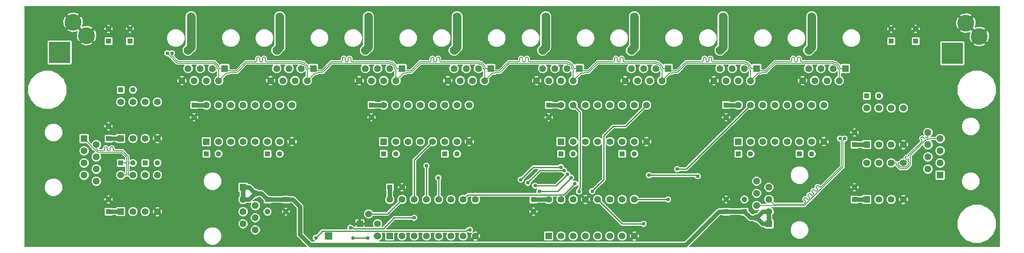
<source format=gtl>
%TF.GenerationSoftware,KiCad,Pcbnew,(5.0.0-rc2-83-gda392728d)*%
%TF.CreationDate,2018-06-05T23:32:53-04:00*%
%TF.ProjectId,I&O_Epander,49264F5F4570616E6465722E6B696361,1.0.2*%
%TF.SameCoordinates,Original*%
%TF.FileFunction,Copper,L1,Top,Signal*%
%TF.FilePolarity,Positive*%
%FSLAX46Y46*%
G04 Gerber Fmt 4.6, Leading zero omitted, Abs format (unit mm)*
G04 Created by KiCad (PCBNEW (5.0.0-rc2-83-gda392728d)) date 06/05/18 23:32:53*
%MOMM*%
%LPD*%
G01*
G04 APERTURE LIST*
%TA.AperFunction,ComponentPad*%
%ADD10C,1.120000*%
%TD*%
%TA.AperFunction,ComponentPad*%
%ADD11R,1.120000X1.120000*%
%TD*%
%TA.AperFunction,ComponentPad*%
%ADD12C,1.400000*%
%TD*%
%TA.AperFunction,ComponentPad*%
%ADD13R,1.400000X1.400000*%
%TD*%
%TA.AperFunction,ComponentPad*%
%ADD14C,1.198880*%
%TD*%
%TA.AperFunction,ComponentPad*%
%ADD15R,1.120140X1.120140*%
%TD*%
%TA.AperFunction,ComponentPad*%
%ADD16C,1.410000*%
%TD*%
%TA.AperFunction,ComponentPad*%
%ADD17R,1.410000X1.410000*%
%TD*%
%TA.AperFunction,ComponentPad*%
%ADD18C,3.500000*%
%TD*%
%TA.AperFunction,ComponentPad*%
%ADD19R,4.500000X4.500000*%
%TD*%
%TA.AperFunction,ComponentPad*%
%ADD20C,1.440000*%
%TD*%
%TA.AperFunction,ComponentPad*%
%ADD21R,1.440000X1.440000*%
%TD*%
%TA.AperFunction,ComponentPad*%
%ADD22R,0.762000X0.762000*%
%TD*%
%TA.AperFunction,ComponentPad*%
%ADD23R,7.940000X7.940000*%
%TD*%
%TA.AperFunction,ComponentPad*%
%ADD24R,1.530000X1.530000*%
%TD*%
%TA.AperFunction,ComponentPad*%
%ADD25C,1.530000*%
%TD*%
%TA.AperFunction,ComponentPad*%
%ADD26R,1.107440X1.107440*%
%TD*%
%TA.AperFunction,ComponentPad*%
%ADD27C,1.107440*%
%TD*%
%TA.AperFunction,ViaPad*%
%ADD28C,0.787400*%
%TD*%
%TA.AperFunction,ViaPad*%
%ADD29C,1.778000*%
%TD*%
%TA.AperFunction,Conductor*%
%ADD30C,0.254000*%
%TD*%
%TA.AperFunction,Conductor*%
%ADD31C,0.889000*%
%TD*%
%TA.AperFunction,Conductor*%
%ADD32C,1.778000*%
%TD*%
%TA.AperFunction,Conductor*%
%ADD33C,0.152400*%
%TD*%
G04 APERTURE END LIST*
D10*
%TO.P,C11,2*%
%TO.N,GND*%
X60325000Y-93980000D03*
D11*
%TO.P,C11,1*%
%TO.N,+5V(2)*%
X60325000Y-96520000D03*
%TD*%
D12*
%TO.P,U6,16*%
%TO.N,+5V(1)*%
X186690000Y-109855000D03*
%TO.P,U6,15*%
%TO.N,/Out7*%
X189230000Y-109855000D03*
%TO.P,U6,14*%
%TO.N,/Out7+*%
X191770000Y-109855000D03*
%TO.P,U6,13*%
%TO.N,/Out7-*%
X194310000Y-109855000D03*
%TO.P,U6,12*%
%TO.N,+5V(1)*%
X196850000Y-109855000D03*
%TO.P,U6,11*%
%TO.N,/Out8-*%
X199390000Y-109855000D03*
%TO.P,U6,10*%
%TO.N,/Out8+*%
X201930000Y-109855000D03*
%TO.P,U6,9*%
%TO.N,/Out8*%
X204470000Y-109855000D03*
%TO.P,U6,8*%
%TO.N,GND*%
X204470000Y-117475000D03*
%TO.P,U6,7*%
%TO.N,/In8-*%
X201930000Y-117475000D03*
%TO.P,U6,6*%
%TO.N,/In8+*%
X199390000Y-117475000D03*
%TO.P,U6,5*%
%TO.N,/In8*%
X196850000Y-117475000D03*
%TO.P,U6,4*%
%TO.N,+5V(1)*%
X194310000Y-117475000D03*
%TO.P,U6,3*%
%TO.N,/In7*%
X191770000Y-117475000D03*
%TO.P,U6,2*%
%TO.N,/In7+*%
X189230000Y-117475000D03*
D13*
%TO.P,U6,1*%
%TO.N,/In7-*%
X186690000Y-117475000D03*
%TD*%
D12*
%TO.P,U5,16*%
%TO.N,+5V(1)*%
X149860000Y-109855000D03*
%TO.P,U5,15*%
%TO.N,/Out5*%
X152400000Y-109855000D03*
%TO.P,U5,14*%
%TO.N,/Out5+*%
X154940000Y-109855000D03*
%TO.P,U5,13*%
%TO.N,/Out5-*%
X157480000Y-109855000D03*
%TO.P,U5,12*%
%TO.N,+5V(1)*%
X160020000Y-109855000D03*
%TO.P,U5,11*%
%TO.N,/Out6-*%
X162560000Y-109855000D03*
%TO.P,U5,10*%
%TO.N,/Out6+*%
X165100000Y-109855000D03*
%TO.P,U5,9*%
%TO.N,/Out6*%
X167640000Y-109855000D03*
%TO.P,U5,8*%
%TO.N,GND*%
X167640000Y-117475000D03*
%TO.P,U5,7*%
%TO.N,/In6-*%
X165100000Y-117475000D03*
%TO.P,U5,6*%
%TO.N,/In6+*%
X162560000Y-117475000D03*
%TO.P,U5,5*%
%TO.N,/In6*%
X160020000Y-117475000D03*
%TO.P,U5,4*%
%TO.N,+5V(1)*%
X157480000Y-117475000D03*
%TO.P,U5,3*%
%TO.N,/In5*%
X154940000Y-117475000D03*
%TO.P,U5,2*%
%TO.N,/In5+*%
X152400000Y-117475000D03*
D13*
%TO.P,U5,1*%
%TO.N,/In5-*%
X149860000Y-117475000D03*
%TD*%
D12*
%TO.P,U4,16*%
%TO.N,+5V(1)*%
X113030000Y-109855000D03*
%TO.P,U4,15*%
%TO.N,/Out3*%
X115570000Y-109855000D03*
%TO.P,U4,14*%
%TO.N,/Out3+*%
X118110000Y-109855000D03*
%TO.P,U4,13*%
%TO.N,/Out3-*%
X120650000Y-109855000D03*
%TO.P,U4,12*%
%TO.N,+5V(1)*%
X123190000Y-109855000D03*
%TO.P,U4,11*%
%TO.N,/Out4-*%
X125730000Y-109855000D03*
%TO.P,U4,10*%
%TO.N,/Out4+*%
X128270000Y-109855000D03*
%TO.P,U4,9*%
%TO.N,/Out4*%
X130810000Y-109855000D03*
%TO.P,U4,8*%
%TO.N,GND*%
X130810000Y-117475000D03*
%TO.P,U4,7*%
%TO.N,/In4-*%
X128270000Y-117475000D03*
%TO.P,U4,6*%
%TO.N,/In4+*%
X125730000Y-117475000D03*
%TO.P,U4,5*%
%TO.N,/In4*%
X123190000Y-117475000D03*
%TO.P,U4,4*%
%TO.N,+5V(1)*%
X120650000Y-117475000D03*
%TO.P,U4,3*%
%TO.N,/In3*%
X118110000Y-117475000D03*
%TO.P,U4,2*%
%TO.N,/In3+*%
X115570000Y-117475000D03*
D13*
%TO.P,U4,1*%
%TO.N,/In3-*%
X113030000Y-117475000D03*
%TD*%
D12*
%TO.P,U3,16*%
%TO.N,+5V(1)*%
X76200000Y-109855000D03*
%TO.P,U3,15*%
%TO.N,/Out1*%
X78740000Y-109855000D03*
%TO.P,U3,14*%
%TO.N,/Out1+*%
X81280000Y-109855000D03*
%TO.P,U3,13*%
%TO.N,/Out1-*%
X83820000Y-109855000D03*
%TO.P,U3,12*%
%TO.N,+5V(1)*%
X86360000Y-109855000D03*
%TO.P,U3,11*%
%TO.N,/Out2-*%
X88900000Y-109855000D03*
%TO.P,U3,10*%
%TO.N,/Out2+*%
X91440000Y-109855000D03*
%TO.P,U3,9*%
%TO.N,/Out2*%
X93980000Y-109855000D03*
%TO.P,U3,8*%
%TO.N,GND*%
X93980000Y-117475000D03*
%TO.P,U3,7*%
%TO.N,/In2-*%
X91440000Y-117475000D03*
%TO.P,U3,6*%
%TO.N,/In2+*%
X88900000Y-117475000D03*
%TO.P,U3,5*%
%TO.N,/In2*%
X86360000Y-117475000D03*
%TO.P,U3,4*%
%TO.N,+5V(1)*%
X83820000Y-117475000D03*
%TO.P,U3,3*%
%TO.N,/In1*%
X81280000Y-117475000D03*
%TO.P,U3,2*%
%TO.N,/In1+*%
X78740000Y-117475000D03*
D13*
%TO.P,U3,1*%
%TO.N,/In1-*%
X76200000Y-117475000D03*
%TD*%
D12*
%TO.P,U2,16*%
%TO.N,+5V(1)*%
X114300000Y-129540000D03*
%TO.P,U2,15*%
%TO.N,/~SS*%
X116840000Y-129540000D03*
%TO.P,U2,14*%
%TO.N,/In4*%
X119380000Y-129540000D03*
%TO.P,U2,13*%
%TO.N,/In3*%
X121920000Y-129540000D03*
%TO.P,U2,12*%
%TO.N,/In2*%
X124460000Y-129540000D03*
%TO.P,U2,11*%
%TO.N,/In1*%
X127000000Y-129540000D03*
%TO.P,U2,10*%
%TO.N,/MISO'*%
X129540000Y-129540000D03*
%TO.P,U2,9*%
%TO.N,/MISO*%
X132080000Y-129540000D03*
%TO.P,U2,8*%
%TO.N,GND*%
X132080000Y-137160000D03*
%TO.P,U2,7*%
%TO.N,N/C*%
X129540000Y-137160000D03*
%TO.P,U2,6*%
%TO.N,/In8*%
X127000000Y-137160000D03*
%TO.P,U2,5*%
%TO.N,/In7*%
X124460000Y-137160000D03*
%TO.P,U2,4*%
%TO.N,/In6*%
X121920000Y-137160000D03*
%TO.P,U2,3*%
%TO.N,/In5*%
X119380000Y-137160000D03*
%TO.P,U2,2*%
%TO.N,/SCK*%
X116840000Y-137160000D03*
D13*
%TO.P,U2,1*%
%TO.N,/SS*%
X114300000Y-137160000D03*
%TD*%
D12*
%TO.P,U1,16*%
%TO.N,+5V(1)*%
X147320000Y-129540000D03*
%TO.P,U1,15*%
%TO.N,/Out1*%
X149860000Y-129540000D03*
%TO.P,U1,14*%
%TO.N,/MOSI*%
X152400000Y-129540000D03*
%TO.P,U1,13*%
%TO.N,GND*%
X154940000Y-129540000D03*
%TO.P,U1,12*%
%TO.N,/~SS*%
X157480000Y-129540000D03*
%TO.P,U1,11*%
%TO.N,/SCK*%
X160020000Y-129540000D03*
%TO.P,U1,10*%
%TO.N,+5V(1)*%
X162560000Y-129540000D03*
%TO.P,U1,9*%
%TO.N,/MOSI'*%
X165100000Y-129540000D03*
%TO.P,U1,8*%
%TO.N,GND*%
X165100000Y-137160000D03*
%TO.P,U1,7*%
%TO.N,/Out8*%
X162560000Y-137160000D03*
%TO.P,U1,6*%
%TO.N,/Out7*%
X160020000Y-137160000D03*
%TO.P,U1,5*%
%TO.N,/Out6*%
X157480000Y-137160000D03*
%TO.P,U1,4*%
%TO.N,/Out5*%
X154940000Y-137160000D03*
%TO.P,U1,3*%
%TO.N,/Out4*%
X152400000Y-137160000D03*
%TO.P,U1,2*%
%TO.N,/Out3*%
X149860000Y-137160000D03*
D13*
%TO.P,U1,1*%
%TO.N,/Out2*%
X147320000Y-137160000D03*
%TD*%
D12*
%TO.P,U10,8*%
%TO.N,/MISO'+*%
X213360000Y-110490000D03*
%TO.P,U10,7*%
%TO.N,/MISO'-*%
X215900000Y-110490000D03*
%TO.P,U10,6*%
%TO.N,/MOSI'+*%
X218440000Y-110490000D03*
%TO.P,U10,5*%
%TO.N,/MOSI'-*%
X220980000Y-110490000D03*
%TO.P,U10,4*%
%TO.N,GND*%
X220980000Y-118110000D03*
%TO.P,U10,3*%
%TO.N,/MOSI'*%
X218440000Y-118110000D03*
%TO.P,U10,2*%
%TO.N,/MISO'*%
X215900000Y-118110000D03*
D13*
%TO.P,U10,1*%
%TO.N,+5V(1)*%
X213360000Y-118110000D03*
%TD*%
D12*
%TO.P,U9,8*%
%TO.N,/~SS'+*%
X213360000Y-121920000D03*
%TO.P,U9,7*%
%TO.N,/~SS'-*%
X215900000Y-121920000D03*
%TO.P,U9,6*%
%TO.N,/SCK'+*%
X218440000Y-121920000D03*
%TO.P,U9,5*%
%TO.N,/SCK'-*%
X220980000Y-121920000D03*
%TO.P,U9,4*%
%TO.N,GND*%
X220980000Y-129540000D03*
%TO.P,U9,3*%
%TO.N,/SCK*%
X218440000Y-129540000D03*
%TO.P,U9,2*%
%TO.N,/~SS*%
X215900000Y-129540000D03*
D13*
%TO.P,U9,1*%
%TO.N,+5V(1)*%
X213360000Y-129540000D03*
%TD*%
D12*
%TO.P,U8,8*%
%TO.N,/MOSI+*%
X58420000Y-109220000D03*
%TO.P,U8,7*%
%TO.N,/MOSI-*%
X60960000Y-109220000D03*
%TO.P,U8,6*%
%TO.N,/MISO+*%
X63500000Y-109220000D03*
%TO.P,U8,5*%
%TO.N,/MISO-*%
X66040000Y-109220000D03*
%TO.P,U8,4*%
%TO.N,GND*%
X66040000Y-116840000D03*
%TO.P,U8,3*%
%TO.N,/MISO*%
X63500000Y-116840000D03*
%TO.P,U8,2*%
%TO.N,/MOSI*%
X60960000Y-116840000D03*
D13*
%TO.P,U8,1*%
%TO.N,+5V(1)*%
X58420000Y-116840000D03*
%TD*%
D12*
%TO.P,U7,8*%
%TO.N,/~SS+*%
X58420000Y-124460000D03*
%TO.P,U7,7*%
%TO.N,/~SS-*%
X60960000Y-124460000D03*
%TO.P,U7,6*%
%TO.N,/SCK+*%
X63500000Y-124460000D03*
%TO.P,U7,5*%
%TO.N,/SCK-*%
X66040000Y-124460000D03*
%TO.P,U7,4*%
%TO.N,GND*%
X66040000Y-132080000D03*
%TO.P,U7,3*%
%TO.N,/SCK*%
X63500000Y-132080000D03*
%TO.P,U7,2*%
%TO.N,/~SS*%
X60960000Y-132080000D03*
D13*
%TO.P,U7,1*%
%TO.N,+5V(1)*%
X58420000Y-132080000D03*
%TD*%
D14*
%TO.P,C17,2*%
%TO.N,GND*%
X187960000Y-129540000D03*
D15*
%TO.P,C17,1*%
%TO.N,+5V(1)*%
X187960000Y-132080000D03*
%TD*%
D14*
%TO.P,C15,2*%
%TO.N,GND*%
X223520000Y-93980000D03*
D15*
%TO.P,C15,1*%
%TO.N,+5V(2)*%
X223520000Y-96520000D03*
%TD*%
D14*
%TO.P,C14,2*%
%TO.N,GND*%
X88900000Y-132080000D03*
D15*
%TO.P,C14,1*%
%TO.N,+5V(1)*%
X88900000Y-129540000D03*
%TD*%
D14*
%TO.P,C12,2*%
%TO.N,GND*%
X55880000Y-93980000D03*
D15*
%TO.P,C12,1*%
%TO.N,+5V(2)*%
X55880000Y-96520000D03*
%TD*%
D14*
%TO.P,C10,2*%
%TO.N,GND*%
X210820000Y-115570000D03*
D15*
%TO.P,C10,1*%
%TO.N,+5V(1)*%
X210820000Y-118110000D03*
%TD*%
D14*
%TO.P,C9,2*%
%TO.N,GND*%
X210820000Y-127000000D03*
D15*
%TO.P,C9,1*%
%TO.N,+5V(1)*%
X210820000Y-129540000D03*
%TD*%
D14*
%TO.P,C8,2*%
%TO.N,GND*%
X55880000Y-114300000D03*
D15*
%TO.P,C8,1*%
%TO.N,+5V(1)*%
X55880000Y-116840000D03*
%TD*%
D14*
%TO.P,C7,2*%
%TO.N,GND*%
X55880000Y-129540000D03*
D15*
%TO.P,C7,1*%
%TO.N,+5V(1)*%
X55880000Y-132080000D03*
%TD*%
D14*
%TO.P,C6,2*%
%TO.N,GND*%
X184150000Y-112395000D03*
D15*
%TO.P,C6,1*%
%TO.N,+5V(1)*%
X184150000Y-109855000D03*
%TD*%
D14*
%TO.P,C5,2*%
%TO.N,GND*%
X147320000Y-112395000D03*
D15*
%TO.P,C5,1*%
%TO.N,+5V(1)*%
X147320000Y-109855000D03*
%TD*%
D14*
%TO.P,C4,2*%
%TO.N,GND*%
X110490000Y-112395000D03*
D15*
%TO.P,C4,1*%
%TO.N,+5V(1)*%
X110490000Y-109855000D03*
%TD*%
D14*
%TO.P,C3,2*%
%TO.N,GND*%
X73660000Y-112395000D03*
D15*
%TO.P,C3,1*%
%TO.N,+5V(1)*%
X73660000Y-109855000D03*
%TD*%
D14*
%TO.P,C2,2*%
%TO.N,GND*%
X116840000Y-127000000D03*
D15*
%TO.P,C2,1*%
%TO.N,+5V(1)*%
X114300000Y-127000000D03*
%TD*%
D14*
%TO.P,C1,2*%
%TO.N,GND*%
X144145000Y-132080000D03*
D15*
%TO.P,C1,1*%
%TO.N,+5V(1)*%
X144145000Y-129540000D03*
%TD*%
D10*
%TO.P,C18,2*%
%TO.N,GND*%
X184150000Y-129540000D03*
D11*
%TO.P,C18,1*%
%TO.N,+5V(1)*%
X184150000Y-132080000D03*
%TD*%
D10*
%TO.P,C16,2*%
%TO.N,GND*%
X218440000Y-93980000D03*
D11*
%TO.P,C16,1*%
%TO.N,+5V(2)*%
X218440000Y-96520000D03*
%TD*%
D10*
%TO.P,C13,2*%
%TO.N,GND*%
X92710000Y-132080000D03*
D11*
%TO.P,C13,1*%
%TO.N,+5V(1)*%
X92710000Y-129540000D03*
%TD*%
D16*
%TO.P,Q1,3*%
%TO.N,/SS*%
X111760000Y-134620000D03*
%TO.P,Q1,2*%
%TO.N,/~SS*%
X109918500Y-132549750D03*
D17*
%TO.P,Q1,1*%
%TO.N,GND*%
X108077000Y-134620000D03*
%TD*%
D18*
%TO.P,J12,3*%
%TO.N,GND*%
X233940000Y-92760000D03*
%TO.P,J12,2*%
X236740000Y-95560000D03*
D19*
%TO.P,J12,1*%
%TO.N,+5V(2)*%
X231140000Y-99060000D03*
%TD*%
D18*
%TO.P,J9,3*%
%TO.N,GND*%
X48520000Y-92580000D03*
%TO.P,J9,2*%
X51320000Y-95380000D03*
D19*
%TO.P,J9,1*%
%TO.N,+5V(2)*%
X45720000Y-98880000D03*
%TD*%
D20*
%TO.P,J3,8*%
%TO.N,GND*%
X107950000Y-104775000D03*
%TO.P,J3,7*%
%TO.N,+5V(2)*%
X109220000Y-102235000D03*
%TO.P,J3,6*%
%TO.N,/In3-*%
X110490000Y-104775000D03*
%TO.P,J3,5*%
%TO.N,/Out3-*%
X111760000Y-102235000D03*
%TO.P,J3,4*%
%TO.N,/Out3+*%
X113030000Y-104775000D03*
%TO.P,J3,3*%
%TO.N,/In3+*%
X114300000Y-102235000D03*
%TO.P,J3,2*%
%TO.N,/~IR_Osc-*%
X115570000Y-104775000D03*
D21*
%TO.P,J3,1*%
%TO.N,/~IR_Osc+*%
X116840000Y-102235000D03*
%TD*%
D20*
%TO.P,J8,8*%
%TO.N,GND*%
X200025000Y-104775000D03*
%TO.P,J8,7*%
%TO.N,+5V(2)*%
X201295000Y-102235000D03*
%TO.P,J8,6*%
%TO.N,/In8-*%
X202565000Y-104775000D03*
%TO.P,J8,5*%
%TO.N,/Out8-*%
X203835000Y-102235000D03*
%TO.P,J8,4*%
%TO.N,/Out8+*%
X205105000Y-104775000D03*
%TO.P,J8,3*%
%TO.N,/In8+*%
X206375000Y-102235000D03*
%TO.P,J8,2*%
%TO.N,/~IR_Osc-*%
X207645000Y-104775000D03*
D21*
%TO.P,J8,1*%
%TO.N,/~IR_Osc+*%
X208915000Y-102235000D03*
%TD*%
D20*
%TO.P,J14,8*%
%TO.N,/SCK'-*%
X226060000Y-115570000D03*
%TO.P,J14,7*%
%TO.N,/SCK'+*%
X228600000Y-116840000D03*
%TO.P,J14,6*%
%TO.N,/MISO'-*%
X226060000Y-118110000D03*
%TO.P,J14,5*%
%TO.N,/MOSI'-*%
X228600000Y-119380000D03*
%TO.P,J14,4*%
%TO.N,/MOSI'+*%
X226060000Y-120650000D03*
%TO.P,J14,3*%
%TO.N,/MISO'+*%
X228600000Y-121920000D03*
%TO.P,J14,2*%
%TO.N,/~SS'-*%
X226060000Y-123190000D03*
D21*
%TO.P,J14,1*%
%TO.N,/~SS'+*%
X228600000Y-124460000D03*
%TD*%
D20*
%TO.P,J13,8*%
%TO.N,GND*%
X190500000Y-125730000D03*
%TO.P,J13,7*%
X193040000Y-127000000D03*
%TO.P,J13,6*%
X190500000Y-128270000D03*
%TO.P,J13,5*%
%TO.N,/~IR_Osc-*%
X193040000Y-129540000D03*
%TO.P,J13,4*%
%TO.N,/~IR_Osc+*%
X190500000Y-130810000D03*
%TO.P,J13,3*%
%TO.N,+5V(1)*%
X193040000Y-132080000D03*
%TO.P,J13,2*%
X190500000Y-133350000D03*
D21*
%TO.P,J13,1*%
X193040000Y-134620000D03*
%TD*%
D20*
%TO.P,J11,8*%
%TO.N,/SCK-*%
X53340000Y-125730000D03*
%TO.P,J11,7*%
%TO.N,/SCK+*%
X50800000Y-124460000D03*
%TO.P,J11,6*%
%TO.N,/MISO-*%
X53340000Y-123190000D03*
%TO.P,J11,5*%
%TO.N,/MOSI-*%
X50800000Y-121920000D03*
%TO.P,J11,4*%
%TO.N,/MOSI+*%
X53340000Y-120650000D03*
%TO.P,J11,3*%
%TO.N,/MISO+*%
X50800000Y-119380000D03*
%TO.P,J11,2*%
%TO.N,/~SS-*%
X53340000Y-118110000D03*
D21*
%TO.P,J11,1*%
%TO.N,/~SS+*%
X50800000Y-116840000D03*
%TD*%
D20*
%TO.P,J10,8*%
%TO.N,GND*%
X86360000Y-135890000D03*
%TO.P,J10,7*%
X83820000Y-134620000D03*
%TO.P,J10,6*%
X86360000Y-133350000D03*
%TO.P,J10,5*%
%TO.N,/~IR_Osc-*%
X83820000Y-132080000D03*
%TO.P,J10,4*%
%TO.N,/~IR_Osc+*%
X86360000Y-130810000D03*
%TO.P,J10,3*%
%TO.N,+5V(1)*%
X83820000Y-129540000D03*
%TO.P,J10,2*%
X86360000Y-128270000D03*
D21*
%TO.P,J10,1*%
X83820000Y-127000000D03*
%TD*%
D20*
%TO.P,J7,8*%
%TO.N,GND*%
X181610000Y-104775000D03*
%TO.P,J7,7*%
%TO.N,+5V(2)*%
X182880000Y-102235000D03*
%TO.P,J7,6*%
%TO.N,/In7-*%
X184150000Y-104775000D03*
%TO.P,J7,5*%
%TO.N,/Out7-*%
X185420000Y-102235000D03*
%TO.P,J7,4*%
%TO.N,/Out7+*%
X186690000Y-104775000D03*
%TO.P,J7,3*%
%TO.N,/In7+*%
X187960000Y-102235000D03*
%TO.P,J7,2*%
%TO.N,/~IR_Osc-*%
X189230000Y-104775000D03*
D21*
%TO.P,J7,1*%
%TO.N,/~IR_Osc+*%
X190500000Y-102235000D03*
%TD*%
D20*
%TO.P,J6,8*%
%TO.N,GND*%
X163195000Y-104775000D03*
%TO.P,J6,7*%
%TO.N,+5V(2)*%
X164465000Y-102235000D03*
%TO.P,J6,6*%
%TO.N,/In6-*%
X165735000Y-104775000D03*
%TO.P,J6,5*%
%TO.N,/Out6-*%
X167005000Y-102235000D03*
%TO.P,J6,4*%
%TO.N,/Out6+*%
X168275000Y-104775000D03*
%TO.P,J6,3*%
%TO.N,/In6+*%
X169545000Y-102235000D03*
%TO.P,J6,2*%
%TO.N,/~IR_Osc-*%
X170815000Y-104775000D03*
D21*
%TO.P,J6,1*%
%TO.N,/~IR_Osc+*%
X172085000Y-102235000D03*
%TD*%
D20*
%TO.P,J5,8*%
%TO.N,GND*%
X144780000Y-104775000D03*
%TO.P,J5,7*%
%TO.N,+5V(2)*%
X146050000Y-102235000D03*
%TO.P,J5,6*%
%TO.N,/In5-*%
X147320000Y-104775000D03*
%TO.P,J5,5*%
%TO.N,/Out5-*%
X148590000Y-102235000D03*
%TO.P,J5,4*%
%TO.N,/Out5+*%
X149860000Y-104775000D03*
%TO.P,J5,3*%
%TO.N,/In5+*%
X151130000Y-102235000D03*
%TO.P,J5,2*%
%TO.N,/~IR_Osc-*%
X152400000Y-104775000D03*
D21*
%TO.P,J5,1*%
%TO.N,/~IR_Osc+*%
X153670000Y-102235000D03*
%TD*%
D20*
%TO.P,J4,8*%
%TO.N,GND*%
X126365000Y-104775000D03*
%TO.P,J4,7*%
%TO.N,+5V(2)*%
X127635000Y-102235000D03*
%TO.P,J4,6*%
%TO.N,/In4-*%
X128905000Y-104775000D03*
%TO.P,J4,5*%
%TO.N,/Out4-*%
X130175000Y-102235000D03*
%TO.P,J4,4*%
%TO.N,/Out4+*%
X131445000Y-104775000D03*
%TO.P,J4,3*%
%TO.N,/In4+*%
X132715000Y-102235000D03*
%TO.P,J4,2*%
%TO.N,/~IR_Osc-*%
X133985000Y-104775000D03*
D21*
%TO.P,J4,1*%
%TO.N,/~IR_Osc+*%
X135255000Y-102235000D03*
%TD*%
D20*
%TO.P,J2,8*%
%TO.N,GND*%
X89535000Y-104775000D03*
%TO.P,J2,7*%
%TO.N,+5V(2)*%
X90805000Y-102235000D03*
%TO.P,J2,6*%
%TO.N,/In2-*%
X92075000Y-104775000D03*
%TO.P,J2,5*%
%TO.N,/Out2-*%
X93345000Y-102235000D03*
%TO.P,J2,4*%
%TO.N,/Out2+*%
X94615000Y-104775000D03*
%TO.P,J2,3*%
%TO.N,/In2+*%
X95885000Y-102235000D03*
%TO.P,J2,2*%
%TO.N,/~IR_Osc-*%
X97155000Y-104775000D03*
D21*
%TO.P,J2,1*%
%TO.N,/~IR_Osc+*%
X98425000Y-102235000D03*
%TD*%
D20*
%TO.P,J1,8*%
%TO.N,GND*%
X71120000Y-104775000D03*
%TO.P,J1,7*%
%TO.N,+5V(2)*%
X72390000Y-102235000D03*
%TO.P,J1,6*%
%TO.N,/In1-*%
X73660000Y-104775000D03*
%TO.P,J1,5*%
%TO.N,/Out1-*%
X74930000Y-102235000D03*
%TO.P,J1,4*%
%TO.N,/Out1+*%
X76200000Y-104775000D03*
%TO.P,J1,3*%
%TO.N,/In1+*%
X77470000Y-102235000D03*
%TO.P,J1,2*%
%TO.N,/~IR_Osc-*%
X78740000Y-104775000D03*
D21*
%TO.P,J1,1*%
%TO.N,/~IR_Osc+*%
X80010000Y-102235000D03*
%TD*%
D22*
%TO.P,MH1,0*%
%TO.N,GND*%
X39624000Y-138176000D03*
X39624000Y-134620000D03*
X39624000Y-131064000D03*
X43180000Y-131064000D03*
X46736000Y-131064000D03*
X46736000Y-134620000D03*
X46736000Y-138176000D03*
X43180000Y-138176000D03*
D23*
X43180000Y-134620000D03*
%TD*%
D24*
%TO.P,R1,1*%
%TO.N,+5V(1)*%
X101600000Y-137160000D03*
D25*
%TO.P,R1,2*%
%TO.N,/SS*%
X111760000Y-137160000D03*
%TD*%
D26*
%TO.P,R2,1*%
%TO.N,/~SS+*%
X58420000Y-121920000D03*
D27*
%TO.P,R2,2*%
%TO.N,/~SS-*%
X60960000Y-121920000D03*
%TD*%
D26*
%TO.P,R3,1*%
%TO.N,/MOSI+*%
X58420000Y-106680000D03*
D27*
%TO.P,R3,2*%
%TO.N,/MOSI-*%
X60960000Y-106680000D03*
%TD*%
D26*
%TO.P,R4,1*%
%TO.N,/SCK+*%
X63500000Y-121920000D03*
D27*
%TO.P,R4,2*%
%TO.N,/SCK-*%
X66040000Y-121920000D03*
%TD*%
D26*
%TO.P,R5,1*%
%TO.N,/MISO'+*%
X213360000Y-107950000D03*
D27*
%TO.P,R5,2*%
%TO.N,/MISO'-*%
X215900000Y-107950000D03*
%TD*%
D26*
%TO.P,R6,1*%
%TO.N,/In1-*%
X76200000Y-120015000D03*
D27*
%TO.P,R6,2*%
%TO.N,/In1+*%
X78740000Y-120015000D03*
%TD*%
D26*
%TO.P,R7,1*%
%TO.N,/In2+*%
X88900000Y-120015000D03*
D27*
%TO.P,R7,2*%
%TO.N,/In2-*%
X91440000Y-120015000D03*
%TD*%
D26*
%TO.P,R8,1*%
%TO.N,/In3-*%
X113030000Y-120015000D03*
D27*
%TO.P,R8,2*%
%TO.N,/In3+*%
X115570000Y-120015000D03*
%TD*%
D26*
%TO.P,R9,1*%
%TO.N,/In4+*%
X125730000Y-120015000D03*
D27*
%TO.P,R9,2*%
%TO.N,/In4-*%
X128270000Y-120015000D03*
%TD*%
D26*
%TO.P,R10,1*%
%TO.N,/In5-*%
X149860000Y-120015000D03*
D27*
%TO.P,R10,2*%
%TO.N,/In5+*%
X152400000Y-120015000D03*
%TD*%
D26*
%TO.P,R11,1*%
%TO.N,/In6+*%
X162560000Y-120015000D03*
D27*
%TO.P,R11,2*%
%TO.N,/In6-*%
X165100000Y-120015000D03*
%TD*%
D26*
%TO.P,R12,1*%
%TO.N,/In7-*%
X186690000Y-120015000D03*
D27*
%TO.P,R12,2*%
%TO.N,/In7+*%
X189230000Y-120015000D03*
%TD*%
D26*
%TO.P,R13,1*%
%TO.N,/In8+*%
X199390000Y-120015000D03*
D27*
%TO.P,R13,2*%
%TO.N,/In8-*%
X201930000Y-120015000D03*
%TD*%
D28*
%TO.N,/In2*%
X124393988Y-125009815D03*
%TO.N,/In3*%
X121920000Y-122516890D03*
%TO.N,/Out5*%
X153618687Y-127882218D03*
%TO.N,/In5*%
X149839361Y-122802398D03*
X141494929Y-125414252D03*
%TO.N,/Out6*%
X156330521Y-127825193D03*
%TO.N,/In6*%
X142968440Y-126043239D03*
X150507838Y-123513183D03*
%TO.N,/Out7*%
X173984363Y-123200975D03*
%TO.N,/In7*%
X151201699Y-124300124D03*
X144469094Y-126658832D03*
%TO.N,/In8*%
X145363108Y-127786355D03*
X151972781Y-124998186D03*
%TO.N,/~SS*%
X167005000Y-134620000D03*
%TO.N,/MOSI*%
X130947235Y-135859171D03*
X98921536Y-137531291D03*
%TO.N,/MISO*%
X106121376Y-135442489D03*
X119380000Y-133350000D03*
%TO.N,/SCK*%
X109721196Y-137531291D03*
X106680000Y-137531291D03*
D29*
%TO.N,+5V(2)*%
X201930000Y-91440000D03*
X201295000Y-98425000D03*
X183515000Y-91440000D03*
X182880000Y-98425000D03*
X165100000Y-91440000D03*
X164465000Y-98425000D03*
X146685000Y-91440000D03*
X146050000Y-98425000D03*
X128270000Y-91440000D03*
X127635000Y-98425000D03*
X109855000Y-91440000D03*
X109220000Y-98425000D03*
X91440000Y-91440000D03*
X90805000Y-98425000D03*
X73025000Y-91440000D03*
X72390000Y-98425000D03*
D28*
%TO.N,/~IR_Osc+*%
X208749900Y-116840000D03*
X69049900Y-99060000D03*
%TO.N,/~IR_Osc-*%
X207810100Y-116840000D03*
X68110100Y-99060000D03*
%TO.N,/MOSI'*%
X172085000Y-129540000D03*
%TO.N,/MISO'*%
X152741494Y-126225875D03*
X178256295Y-124678184D03*
X168108113Y-124463320D03*
%TD*%
D30*
%TO.N,/In2*%
X124460000Y-129540000D02*
X124460000Y-125075827D01*
X124460000Y-125075827D02*
X124393988Y-125009815D01*
%TO.N,/In3*%
X121920000Y-129540000D02*
X121920000Y-122516890D01*
%TO.N,/In4*%
X123190000Y-117475000D02*
X119380000Y-121285000D01*
X119380000Y-121285000D02*
X119380000Y-129540000D01*
%TO.N,/Out5*%
X152400000Y-109855000D02*
X153838153Y-111293153D01*
X153838153Y-111293153D02*
X153838153Y-127105977D01*
X153838153Y-127105977D02*
X153618687Y-127325443D01*
X153618687Y-127325443D02*
X153618687Y-127882218D01*
%TO.N,/In5*%
X144106783Y-122802398D02*
X149282586Y-122802398D01*
X149282586Y-122802398D02*
X149839361Y-122802398D01*
X141494929Y-125414252D02*
X144106783Y-122802398D01*
%TO.N,/Out6*%
X156724220Y-127431494D02*
X156330521Y-127825193D01*
X158750000Y-116205000D02*
X158750000Y-125405714D01*
X163195000Y-114300000D02*
X160655000Y-114300000D01*
X167640000Y-109855000D02*
X163195000Y-114300000D01*
X160655000Y-114300000D02*
X158750000Y-116205000D01*
X158750000Y-125405714D02*
X156724220Y-127431494D01*
%TO.N,/In6*%
X143362139Y-125649540D02*
X142968440Y-126043239D01*
X145498496Y-123513183D02*
X143362139Y-125649540D01*
X150507838Y-123513183D02*
X145498496Y-123513183D01*
%TO.N,/Out7*%
X174541138Y-123200975D02*
X173984363Y-123200975D01*
X175884025Y-123200975D02*
X174541138Y-123200975D01*
X189230000Y-109855000D02*
X175884025Y-123200975D01*
%TO.N,/In7*%
X148842991Y-126658832D02*
X150808000Y-124693823D01*
X150808000Y-124693823D02*
X151201699Y-124300124D01*
X144469094Y-126658832D02*
X148842991Y-126658832D01*
%TO.N,/In8*%
X145919883Y-127786355D02*
X145363108Y-127786355D01*
X151972781Y-124998186D02*
X149184612Y-127786355D01*
X149184612Y-127786355D02*
X145919883Y-127786355D01*
%TO.N,/~SS*%
X109918500Y-132549750D02*
X113830250Y-132549750D01*
X113830250Y-132549750D02*
X116840000Y-129540000D01*
X167005000Y-134620000D02*
X162560000Y-134620000D01*
X162560000Y-134620000D02*
X157480000Y-129540000D01*
%TO.N,/MOSI*%
X98921536Y-137531291D02*
X100337228Y-136115599D01*
X130134032Y-136115599D02*
X130390460Y-135859171D01*
X130390460Y-135859171D02*
X130947235Y-135859171D01*
X100337228Y-136115599D02*
X130134032Y-136115599D01*
%TO.N,/MISO*%
X115227759Y-133350000D02*
X112969554Y-135608205D01*
X119380000Y-133350000D02*
X115227759Y-133350000D01*
X112969554Y-135608205D02*
X106843867Y-135608205D01*
X106843867Y-135608205D02*
X106678151Y-135442489D01*
X106678151Y-135442489D02*
X106121376Y-135442489D01*
%TO.N,/SCK*%
X109721196Y-137531291D02*
X106680000Y-137531291D01*
D31*
%TO.N,+5V(1)*%
X144145000Y-129540000D02*
X147320000Y-129540000D01*
X92710000Y-129540000D02*
X94159000Y-129540000D01*
X94159000Y-129540000D02*
X95682106Y-131063106D01*
X182701000Y-132080000D02*
X184150000Y-132080000D01*
X95682106Y-131063106D02*
X95682106Y-136885886D01*
X95682106Y-136885886D02*
X97790000Y-138993780D01*
X97790000Y-138993780D02*
X175787220Y-138993780D01*
X175787220Y-138993780D02*
X182701000Y-132080000D01*
X187960000Y-132080000D02*
X184150000Y-132080000D01*
X190500000Y-133350000D02*
X189230000Y-133350000D01*
X189230000Y-133350000D02*
X187960000Y-132080000D01*
X193040000Y-132080000D02*
X191770000Y-132080000D01*
X191770000Y-132080000D02*
X190500000Y-133350000D01*
X193040000Y-134620000D02*
X191770000Y-134620000D01*
X191770000Y-134620000D02*
X190500000Y-133350000D01*
X193040000Y-132080000D02*
X193040000Y-134620000D01*
X88900000Y-129540000D02*
X92710000Y-129540000D01*
X86360000Y-128270000D02*
X87630000Y-128270000D01*
X87630000Y-128270000D02*
X88900000Y-129540000D01*
X83820000Y-127000000D02*
X85090000Y-127000000D01*
X85090000Y-127000000D02*
X86360000Y-128270000D01*
X83820000Y-129540000D02*
X85090000Y-129540000D01*
X85090000Y-129540000D02*
X86360000Y-128270000D01*
X83820000Y-127000000D02*
X83820000Y-129540000D01*
X210820000Y-118110000D02*
X213360000Y-118110000D01*
X210820000Y-129540000D02*
X213360000Y-129540000D01*
X55880000Y-116840000D02*
X58420000Y-116840000D01*
X55880000Y-132080000D02*
X58420000Y-132080000D01*
X114300000Y-127000000D02*
X114300000Y-129540000D01*
X76200000Y-109855000D02*
X73660000Y-109855000D01*
X113030000Y-109855000D02*
X110490000Y-109855000D01*
X149860000Y-109855000D02*
X147320000Y-109855000D01*
X186690000Y-109855000D02*
X184150000Y-109855000D01*
D32*
%TO.N,+5V(2)*%
X109855000Y-91440000D02*
X109855000Y-97790000D01*
X109855000Y-97790000D02*
X109220000Y-98425000D01*
X128270000Y-91440000D02*
X128270000Y-97790000D01*
X128270000Y-97790000D02*
X127635000Y-98425000D01*
X146685000Y-91440000D02*
X146685000Y-97790000D01*
X146685000Y-97790000D02*
X146050000Y-98425000D01*
X165100000Y-91440000D02*
X165100000Y-97790000D01*
X165100000Y-97790000D02*
X164465000Y-98425000D01*
X183515000Y-91440000D02*
X183515000Y-97790000D01*
X183515000Y-97790000D02*
X182880000Y-98425000D01*
X201930000Y-91440000D02*
X201930000Y-97790000D01*
X201930000Y-97790000D02*
X201295000Y-98425000D01*
X90805000Y-98425000D02*
X91440000Y-97790000D01*
X91440000Y-97790000D02*
X91440000Y-91440000D01*
X72390000Y-98425000D02*
X73025000Y-97790000D01*
X73025000Y-97790000D02*
X73025000Y-91440000D01*
D33*
%TO.N,/~IR_Osc+*%
X190500000Y-130810000D02*
X193878933Y-130810000D01*
X193878933Y-130810000D02*
X193878945Y-130810012D01*
X193878945Y-130810012D02*
X200409579Y-130810012D01*
X200409579Y-130810012D02*
X208441501Y-122778090D01*
X208441501Y-117145444D02*
X208746945Y-116840000D01*
X208441501Y-122778090D02*
X208441501Y-117145444D01*
X208746945Y-116840000D02*
X208749900Y-116840000D01*
X190500000Y-102235000D02*
X190982601Y-102717601D01*
X197755290Y-100642766D02*
X197777478Y-100579357D01*
X194246874Y-100812600D02*
X197485000Y-100812600D01*
X199519549Y-99962657D02*
X199555290Y-100019538D01*
X197551756Y-100805079D02*
X197615165Y-100782891D01*
X190982601Y-102717601D02*
X192341873Y-102717601D01*
X198685000Y-100812600D02*
X198751756Y-100805079D01*
X198151756Y-99857225D02*
X198215165Y-99879413D01*
X192341873Y-102717601D02*
X194246874Y-100812600D01*
X198985000Y-100512600D02*
X198985000Y-100149703D01*
X207628392Y-102002864D02*
X207860526Y-102235000D01*
X197485000Y-100812600D02*
X197551756Y-100805079D01*
X198085000Y-99849703D02*
X198151756Y-99857225D01*
X198385000Y-100149703D02*
X198385000Y-100512600D01*
X199014709Y-100019538D02*
X199050450Y-99962657D01*
X197719549Y-100699647D02*
X197755290Y-100642766D01*
X197785000Y-100512600D02*
X197785000Y-100149703D01*
X197615165Y-100782891D02*
X197672046Y-100747150D01*
X197672046Y-100747150D02*
X197719549Y-100699647D01*
X198497953Y-100747150D02*
X198554834Y-100782891D01*
X197814709Y-100019538D02*
X197850450Y-99962657D01*
X198272046Y-99915154D02*
X198319549Y-99962657D01*
X197850450Y-99962657D02*
X197897953Y-99915154D01*
X198955290Y-100642766D02*
X198977478Y-100579357D01*
X197777478Y-100579357D02*
X197785000Y-100512600D01*
X198392521Y-100579357D02*
X198414709Y-100642766D01*
X198977478Y-100579357D02*
X198985000Y-100512600D01*
X198919549Y-100699647D02*
X198955290Y-100642766D01*
X199614709Y-100642766D02*
X199650450Y-100699647D01*
X197785000Y-100149703D02*
X197792521Y-100082947D01*
X197792521Y-100082947D02*
X197814709Y-100019538D01*
X198985000Y-100149703D02*
X198992521Y-100082947D01*
X197897953Y-99915154D02*
X197954834Y-99879413D01*
X199754834Y-100782891D02*
X199818243Y-100805079D01*
X198815165Y-100782891D02*
X198872046Y-100747150D01*
X199472046Y-99915154D02*
X199519549Y-99962657D01*
X197954834Y-99879413D02*
X198018243Y-99857225D01*
X199650450Y-100699647D02*
X199697953Y-100747150D01*
X199097953Y-99915154D02*
X199154834Y-99879413D01*
X198872046Y-100747150D02*
X198919549Y-100699647D01*
X198414709Y-100642766D02*
X198450450Y-100699647D01*
X198018243Y-99857225D02*
X198085000Y-99849703D01*
X198215165Y-99879413D02*
X198272046Y-99915154D01*
X198377478Y-100082947D02*
X198385000Y-100149703D01*
X198450450Y-100699647D02*
X198497953Y-100747150D01*
X198319549Y-99962657D02*
X198355290Y-100019538D01*
X198355290Y-100019538D02*
X198377478Y-100082947D01*
X198385000Y-100512600D02*
X198392521Y-100579357D01*
X198554834Y-100782891D02*
X198618243Y-100805079D01*
X198618243Y-100805079D02*
X198685000Y-100812600D01*
X198751756Y-100805079D02*
X198815165Y-100782891D01*
X198992521Y-100082947D02*
X199014709Y-100019538D01*
X199050450Y-99962657D02*
X199097953Y-99915154D01*
X199697953Y-100747150D02*
X199754834Y-100782891D01*
X199154834Y-99879413D02*
X199218243Y-99857225D01*
X199218243Y-99857225D02*
X199285000Y-99849703D01*
X199285000Y-99849703D02*
X199351756Y-99857225D01*
X199351756Y-99857225D02*
X199415165Y-99879413D01*
X199415165Y-99879413D02*
X199472046Y-99915154D01*
X199555290Y-100019538D02*
X199577478Y-100082947D01*
X199577478Y-100082947D02*
X199585000Y-100149703D01*
X199585000Y-100149703D02*
X199585000Y-100512600D01*
X199585000Y-100512600D02*
X199592521Y-100579357D01*
X199592521Y-100579357D02*
X199614709Y-100642766D01*
X207628392Y-101653423D02*
X207628392Y-102002864D01*
X199818243Y-100805079D02*
X199885000Y-100812600D01*
X199885000Y-100812600D02*
X206438126Y-100812600D01*
X206438126Y-100812600D02*
X206607134Y-100981608D01*
X206607134Y-100981608D02*
X206956577Y-100981608D01*
X206956577Y-100981608D02*
X207628392Y-101653423D01*
X207860526Y-102235000D02*
X208915000Y-102235000D01*
X179603243Y-99857225D02*
X179670000Y-99849703D01*
X172085000Y-102235000D02*
X172567601Y-102717601D01*
X172567601Y-102717601D02*
X173926873Y-102717601D01*
X179399709Y-100019538D02*
X179435450Y-99962657D01*
X179070000Y-100812600D02*
X179136756Y-100805079D01*
X179940290Y-100019538D02*
X179962478Y-100082947D01*
X179257046Y-100747150D02*
X179304549Y-100699647D01*
X180739834Y-99879413D02*
X180803243Y-99857225D01*
X173926873Y-102717601D02*
X175831874Y-100812600D01*
X180577521Y-100082947D02*
X180599709Y-100019538D01*
X180457046Y-100747150D02*
X180504549Y-100699647D01*
X179482953Y-99915154D02*
X179539834Y-99879413D01*
X181470000Y-100812600D02*
X188023126Y-100812600D01*
X179362478Y-100579357D02*
X179370000Y-100512600D01*
X175831874Y-100812600D02*
X179070000Y-100812600D01*
X181403243Y-100805079D02*
X181470000Y-100812600D01*
X188023126Y-100812600D02*
X188192134Y-100981608D01*
X179136756Y-100805079D02*
X179200165Y-100782891D01*
X179200165Y-100782891D02*
X179257046Y-100747150D01*
X179304549Y-100699647D02*
X179340290Y-100642766D01*
X181104549Y-99962657D02*
X181140290Y-100019538D01*
X179340290Y-100642766D02*
X179362478Y-100579357D01*
X179370000Y-100512600D02*
X179370000Y-100149703D01*
X179999709Y-100642766D02*
X180035450Y-100699647D01*
X180400165Y-100782891D02*
X180457046Y-100747150D01*
X181170000Y-100149703D02*
X181170000Y-100512600D01*
X179435450Y-99962657D02*
X179482953Y-99915154D01*
X180562478Y-100579357D02*
X180570000Y-100512600D01*
X180803243Y-99857225D02*
X180870000Y-99849703D01*
X179370000Y-100149703D02*
X179377521Y-100082947D01*
X179970000Y-100512600D02*
X179977521Y-100579357D01*
X180035450Y-100699647D02*
X180082953Y-100747150D01*
X179377521Y-100082947D02*
X179399709Y-100019538D01*
X179977521Y-100579357D02*
X179999709Y-100642766D01*
X179539834Y-99879413D02*
X179603243Y-99857225D01*
X179670000Y-99849703D02*
X179736756Y-99857225D01*
X180682953Y-99915154D02*
X180739834Y-99879413D01*
X179857046Y-99915154D02*
X179904549Y-99962657D01*
X179736756Y-99857225D02*
X179800165Y-99879413D01*
X181235450Y-100699647D02*
X181282953Y-100747150D01*
X179800165Y-99879413D02*
X179857046Y-99915154D01*
X180870000Y-99849703D02*
X180936756Y-99857225D01*
X180570000Y-100149703D02*
X180577521Y-100082947D01*
X181282953Y-100747150D02*
X181339834Y-100782891D01*
X179970000Y-100149703D02*
X179970000Y-100512600D01*
X179904549Y-99962657D02*
X179940290Y-100019538D01*
X179962478Y-100082947D02*
X179970000Y-100149703D01*
X180203243Y-100805079D02*
X180270000Y-100812600D01*
X180082953Y-100747150D02*
X180139834Y-100782891D01*
X180139834Y-100782891D02*
X180203243Y-100805079D01*
X180270000Y-100812600D02*
X180336756Y-100805079D01*
X181339834Y-100782891D02*
X181403243Y-100805079D01*
X180336756Y-100805079D02*
X180400165Y-100782891D01*
X180504549Y-100699647D02*
X180540290Y-100642766D01*
X180540290Y-100642766D02*
X180562478Y-100579357D01*
X181000165Y-99879413D02*
X181057046Y-99915154D01*
X180570000Y-100512600D02*
X180570000Y-100149703D01*
X180635450Y-99962657D02*
X180682953Y-99915154D01*
X180599709Y-100019538D02*
X180635450Y-99962657D01*
X180936756Y-99857225D02*
X181000165Y-99879413D01*
X181057046Y-99915154D02*
X181104549Y-99962657D01*
X181140290Y-100019538D02*
X181162478Y-100082947D01*
X181162478Y-100082947D02*
X181170000Y-100149703D01*
X181170000Y-100512600D02*
X181177521Y-100579357D01*
X181177521Y-100579357D02*
X181199709Y-100642766D01*
X188541577Y-100981608D02*
X189213392Y-101653423D01*
X181199709Y-100642766D02*
X181235450Y-100699647D01*
X188192134Y-100981608D02*
X188541577Y-100981608D01*
X189213392Y-101653423D02*
X189213392Y-102002864D01*
X189213392Y-102002864D02*
X189445526Y-102235000D01*
X189445526Y-102235000D02*
X190500000Y-102235000D01*
X162147478Y-100579357D02*
X162155000Y-100512600D01*
X162089549Y-100699647D02*
X162125290Y-100642766D01*
X153670000Y-102235000D02*
X154152601Y-102717601D01*
X161584709Y-100642766D02*
X161620450Y-100699647D01*
X154152601Y-102717601D02*
X155511873Y-102717601D01*
X161020450Y-99962657D02*
X161067953Y-99915154D01*
X155511873Y-102717601D02*
X157416874Y-100812600D01*
X162585165Y-99879413D02*
X162642046Y-99915154D01*
X162521756Y-99857225D02*
X162585165Y-99879413D01*
X161385165Y-99879413D02*
X161442046Y-99915154D01*
X161921756Y-100805079D02*
X161985165Y-100782891D01*
X157416874Y-100812600D02*
X160655000Y-100812600D01*
X160785165Y-100782891D02*
X160842046Y-100747150D01*
X161489549Y-99962657D02*
X161525290Y-100019538D01*
X160655000Y-100812600D02*
X160721756Y-100805079D01*
X160721756Y-100805079D02*
X160785165Y-100782891D01*
X161124834Y-99879413D02*
X161188243Y-99857225D01*
X162267953Y-99915154D02*
X162324834Y-99879413D01*
X160842046Y-100747150D02*
X160889549Y-100699647D01*
X162388243Y-99857225D02*
X162455000Y-99849703D01*
X161547478Y-100082947D02*
X161555000Y-100149703D01*
X161562521Y-100579357D02*
X161584709Y-100642766D01*
X162324834Y-99879413D02*
X162388243Y-99857225D01*
X162184709Y-100019538D02*
X162220450Y-99962657D01*
X160947478Y-100579357D02*
X160955000Y-100512600D01*
X161620450Y-100699647D02*
X161667953Y-100747150D01*
X160889549Y-100699647D02*
X160925290Y-100642766D01*
X161188243Y-99857225D02*
X161255000Y-99849703D01*
X162162521Y-100082947D02*
X162184709Y-100019538D01*
X160925290Y-100642766D02*
X160947478Y-100579357D01*
X160955000Y-100512600D02*
X160955000Y-100149703D01*
X160955000Y-100149703D02*
X160962521Y-100082947D01*
X161255000Y-99849703D02*
X161321756Y-99857225D01*
X163055000Y-100812600D02*
X169608126Y-100812600D01*
X160962521Y-100082947D02*
X160984709Y-100019538D01*
X161555000Y-100149703D02*
X161555000Y-100512600D01*
X160984709Y-100019538D02*
X161020450Y-99962657D01*
X161525290Y-100019538D02*
X161547478Y-100082947D01*
X161067953Y-99915154D02*
X161124834Y-99879413D01*
X162988243Y-100805079D02*
X163055000Y-100812600D01*
X161321756Y-99857225D02*
X161385165Y-99879413D01*
X161442046Y-99915154D02*
X161489549Y-99962657D01*
X161555000Y-100512600D02*
X161562521Y-100579357D01*
X161667953Y-100747150D02*
X161724834Y-100782891D01*
X162042046Y-100747150D02*
X162089549Y-100699647D01*
X161724834Y-100782891D02*
X161788243Y-100805079D01*
X162689549Y-99962657D02*
X162725290Y-100019538D01*
X161788243Y-100805079D02*
X161855000Y-100812600D01*
X162725290Y-100019538D02*
X162747478Y-100082947D01*
X161855000Y-100812600D02*
X161921756Y-100805079D01*
X161985165Y-100782891D02*
X162042046Y-100747150D01*
X162762521Y-100579357D02*
X162784709Y-100642766D01*
X162125290Y-100642766D02*
X162147478Y-100579357D01*
X162155000Y-100512600D02*
X162155000Y-100149703D01*
X162155000Y-100149703D02*
X162162521Y-100082947D01*
X162220450Y-99962657D02*
X162267953Y-99915154D01*
X162455000Y-99849703D02*
X162521756Y-99857225D01*
X162747478Y-100082947D02*
X162755000Y-100149703D01*
X162642046Y-99915154D02*
X162689549Y-99962657D01*
X170126577Y-100981608D02*
X170798392Y-101653423D01*
X162755000Y-100149703D02*
X162755000Y-100512600D01*
X162755000Y-100512600D02*
X162762521Y-100579357D01*
X162784709Y-100642766D02*
X162820450Y-100699647D01*
X162820450Y-100699647D02*
X162867953Y-100747150D01*
X162867953Y-100747150D02*
X162924834Y-100782891D01*
X162924834Y-100782891D02*
X162988243Y-100805079D01*
X169608126Y-100812600D02*
X169777134Y-100981608D01*
X169777134Y-100981608D02*
X170126577Y-100981608D01*
X170798392Y-101653423D02*
X170798392Y-102002864D01*
X170798392Y-102002864D02*
X171030526Y-102235000D01*
X171030526Y-102235000D02*
X172085000Y-102235000D01*
X135255000Y-102235000D02*
X135737601Y-102717601D01*
X135737601Y-102717601D02*
X137096873Y-102717601D01*
X142770000Y-99849703D02*
X142836756Y-99857225D01*
X142236756Y-100805079D02*
X142300165Y-100782891D01*
X141270000Y-100149703D02*
X141277521Y-100082947D01*
X141100165Y-100782891D02*
X141157046Y-100747150D01*
X143070000Y-100149703D02*
X143070000Y-100512600D01*
X141899709Y-100642766D02*
X141935450Y-100699647D01*
X137096873Y-102717601D02*
X139001874Y-100812600D01*
X141935450Y-100699647D02*
X141982953Y-100747150D01*
X141570000Y-99849703D02*
X141636756Y-99857225D01*
X143004549Y-99962657D02*
X143040290Y-100019538D01*
X139001874Y-100812600D02*
X140970000Y-100812600D01*
X141636756Y-99857225D02*
X141700165Y-99879413D01*
X143099709Y-100642766D02*
X143135450Y-100699647D01*
X141503243Y-99857225D02*
X141570000Y-99849703D01*
X140970000Y-100812600D02*
X141036756Y-100805079D01*
X142103243Y-100805079D02*
X142170000Y-100812600D01*
X141862478Y-100082947D02*
X141870000Y-100149703D01*
X141270000Y-100512600D02*
X141270000Y-100149703D01*
X142357046Y-100747150D02*
X142404549Y-100699647D01*
X141036756Y-100805079D02*
X141100165Y-100782891D01*
X141870000Y-100149703D02*
X141870000Y-100512600D01*
X141157046Y-100747150D02*
X141204549Y-100699647D01*
X141204549Y-100699647D02*
X141240290Y-100642766D01*
X142703243Y-99857225D02*
X142770000Y-99849703D01*
X141240290Y-100642766D02*
X141262478Y-100579357D01*
X141262478Y-100579357D02*
X141270000Y-100512600D01*
X141277521Y-100082947D02*
X141299709Y-100019538D01*
X143239834Y-100782891D02*
X143303243Y-100805079D01*
X142470000Y-100149703D02*
X142477521Y-100082947D01*
X142170000Y-100812600D02*
X142236756Y-100805079D01*
X141877521Y-100579357D02*
X141899709Y-100642766D01*
X143077521Y-100579357D02*
X143099709Y-100642766D01*
X142470000Y-100512600D02*
X142470000Y-100149703D01*
X141299709Y-100019538D02*
X141335450Y-99962657D01*
X141335450Y-99962657D02*
X141382953Y-99915154D01*
X151193126Y-100812600D02*
X151362134Y-100981608D01*
X142039834Y-100782891D02*
X142103243Y-100805079D01*
X141382953Y-99915154D02*
X141439834Y-99879413D01*
X141439834Y-99879413D02*
X141503243Y-99857225D01*
X141700165Y-99879413D02*
X141757046Y-99915154D01*
X143070000Y-100512600D02*
X143077521Y-100579357D01*
X141757046Y-99915154D02*
X141804549Y-99962657D01*
X141804549Y-99962657D02*
X141840290Y-100019538D01*
X141840290Y-100019538D02*
X141862478Y-100082947D01*
X142477521Y-100082947D02*
X142499709Y-100019538D01*
X141870000Y-100512600D02*
X141877521Y-100579357D01*
X151362134Y-100981608D02*
X151711577Y-100981608D01*
X141982953Y-100747150D02*
X142039834Y-100782891D01*
X143303243Y-100805079D02*
X143370000Y-100812600D01*
X142300165Y-100782891D02*
X142357046Y-100747150D01*
X142404549Y-100699647D02*
X142440290Y-100642766D01*
X142440290Y-100642766D02*
X142462478Y-100579357D01*
X142462478Y-100579357D02*
X142470000Y-100512600D01*
X142499709Y-100019538D02*
X142535450Y-99962657D01*
X142535450Y-99962657D02*
X142582953Y-99915154D01*
X142582953Y-99915154D02*
X142639834Y-99879413D01*
X142639834Y-99879413D02*
X142703243Y-99857225D01*
X142836756Y-99857225D02*
X142900165Y-99879413D01*
X142900165Y-99879413D02*
X142957046Y-99915154D01*
X142957046Y-99915154D02*
X143004549Y-99962657D01*
X143040290Y-100019538D02*
X143062478Y-100082947D01*
X143062478Y-100082947D02*
X143070000Y-100149703D01*
X143135450Y-100699647D02*
X143182953Y-100747150D01*
X143182953Y-100747150D02*
X143239834Y-100782891D01*
X143370000Y-100812600D02*
X151193126Y-100812600D01*
X151711577Y-100981608D02*
X152383392Y-101653423D01*
X152383392Y-101653423D02*
X152383392Y-102002864D01*
X152383392Y-102002864D02*
X152615526Y-102235000D01*
X152615526Y-102235000D02*
X153670000Y-102235000D01*
X124025290Y-100642766D02*
X124047478Y-100579357D01*
X122862521Y-100082947D02*
X122884709Y-100019538D01*
X116840000Y-102235000D02*
X117322601Y-102717601D01*
X124767953Y-100747150D02*
X124824834Y-100782891D01*
X124355000Y-99849703D02*
X124421756Y-99857225D01*
X122884709Y-100019538D02*
X122920450Y-99962657D01*
X122685165Y-100782891D02*
X122742046Y-100747150D01*
X133968392Y-101653423D02*
X133968392Y-102002864D01*
X124684709Y-100642766D02*
X124720450Y-100699647D01*
X132947134Y-100981608D02*
X133296577Y-100981608D01*
X117322601Y-102717601D02*
X118681873Y-102717601D01*
X124120450Y-99962657D02*
X124167953Y-99915154D01*
X124047478Y-100579357D02*
X124055000Y-100512600D01*
X118681873Y-102717601D02*
X120586874Y-100812600D01*
X120586874Y-100812600D02*
X122555000Y-100812600D01*
X123088243Y-99857225D02*
X123155000Y-99849703D01*
X123455000Y-100149703D02*
X123455000Y-100512600D01*
X122555000Y-100812600D02*
X122621756Y-100805079D01*
X122621756Y-100805079D02*
X122685165Y-100782891D01*
X123484709Y-100642766D02*
X123520450Y-100699647D01*
X123462521Y-100579357D02*
X123484709Y-100642766D01*
X122742046Y-100747150D02*
X122789549Y-100699647D01*
X122967953Y-99915154D02*
X123024834Y-99879413D01*
X123567953Y-100747150D02*
X123624834Y-100782891D01*
X122789549Y-100699647D02*
X122825290Y-100642766D01*
X123221756Y-99857225D02*
X123285165Y-99879413D01*
X122825290Y-100642766D02*
X122847478Y-100579357D01*
X123447478Y-100082947D02*
X123455000Y-100149703D01*
X124888243Y-100805079D02*
X124955000Y-100812600D01*
X123821756Y-100805079D02*
X123885165Y-100782891D01*
X122847478Y-100579357D02*
X122855000Y-100512600D01*
X123389549Y-99962657D02*
X123425290Y-100019538D01*
X122855000Y-100512600D02*
X122855000Y-100149703D01*
X122855000Y-100149703D02*
X122862521Y-100082947D01*
X122920450Y-99962657D02*
X122967953Y-99915154D01*
X123024834Y-99879413D02*
X123088243Y-99857225D01*
X124824834Y-100782891D02*
X124888243Y-100805079D01*
X123155000Y-99849703D02*
X123221756Y-99857225D01*
X123342046Y-99915154D02*
X123389549Y-99962657D01*
X123285165Y-99879413D02*
X123342046Y-99915154D01*
X124589549Y-99962657D02*
X124625290Y-100019538D01*
X123425290Y-100019538D02*
X123447478Y-100082947D01*
X123455000Y-100512600D02*
X123462521Y-100579357D01*
X124288243Y-99857225D02*
X124355000Y-99849703D01*
X123520450Y-100699647D02*
X123567953Y-100747150D01*
X124167953Y-99915154D02*
X124224834Y-99879413D01*
X123624834Y-100782891D02*
X123688243Y-100805079D01*
X123688243Y-100805079D02*
X123755000Y-100812600D01*
X123755000Y-100812600D02*
X123821756Y-100805079D01*
X132778126Y-100812600D02*
X132947134Y-100981608D01*
X123885165Y-100782891D02*
X123942046Y-100747150D01*
X124084709Y-100019538D02*
X124120450Y-99962657D01*
X123942046Y-100747150D02*
X123989549Y-100699647D01*
X123989549Y-100699647D02*
X124025290Y-100642766D01*
X124055000Y-100512600D02*
X124055000Y-100149703D01*
X124055000Y-100149703D02*
X124062521Y-100082947D01*
X124062521Y-100082947D02*
X124084709Y-100019538D01*
X124224834Y-99879413D02*
X124288243Y-99857225D01*
X124662521Y-100579357D02*
X124684709Y-100642766D01*
X124421756Y-99857225D02*
X124485165Y-99879413D01*
X124485165Y-99879413D02*
X124542046Y-99915154D01*
X124542046Y-99915154D02*
X124589549Y-99962657D01*
X124625290Y-100019538D02*
X124647478Y-100082947D01*
X124647478Y-100082947D02*
X124655000Y-100149703D01*
X124655000Y-100149703D02*
X124655000Y-100512600D01*
X124655000Y-100512600D02*
X124662521Y-100579357D01*
X124720450Y-100699647D02*
X124767953Y-100747150D01*
X124955000Y-100812600D02*
X132778126Y-100812600D01*
X133296577Y-100981608D02*
X133968392Y-101653423D01*
X133968392Y-102002864D02*
X134200526Y-102235000D01*
X134200526Y-102235000D02*
X135255000Y-102235000D01*
X104327046Y-100747150D02*
X104374549Y-100699647D01*
X98425000Y-102235000D02*
X98907601Y-102717601D01*
X105669709Y-100019538D02*
X105705450Y-99962657D01*
X104552953Y-99915154D02*
X104609834Y-99879413D01*
X106006756Y-99857225D02*
X106070165Y-99879413D01*
X102171874Y-100812600D02*
X104140000Y-100812600D01*
X98907601Y-102717601D02*
X100266873Y-102717601D01*
X104410290Y-100642766D02*
X104432478Y-100579357D01*
X100266873Y-102717601D02*
X102171874Y-100812600D01*
X105032478Y-100082947D02*
X105040000Y-100149703D01*
X104432478Y-100579357D02*
X104440000Y-100512600D01*
X106473243Y-100805079D02*
X106540000Y-100812600D01*
X104140000Y-100812600D02*
X104206756Y-100805079D01*
X105010290Y-100019538D02*
X105032478Y-100082947D01*
X104206756Y-100805079D02*
X104270165Y-100782891D01*
X104740000Y-99849703D02*
X104806756Y-99857225D01*
X104870165Y-99879413D02*
X104927046Y-99915154D01*
X104270165Y-100782891D02*
X104327046Y-100747150D01*
X104374549Y-100699647D02*
X104410290Y-100642766D01*
X105705450Y-99962657D02*
X105752953Y-99915154D01*
X104440000Y-100512600D02*
X104440000Y-100149703D01*
X105632478Y-100579357D02*
X105640000Y-100512600D01*
X104440000Y-100149703D02*
X104447521Y-100082947D01*
X106240000Y-100149703D02*
X106240000Y-100512600D01*
X104505450Y-99962657D02*
X104552953Y-99915154D01*
X114532134Y-100981608D02*
X114881577Y-100981608D01*
X104447521Y-100082947D02*
X104469709Y-100019538D01*
X105040000Y-100149703D02*
X105040000Y-100512600D01*
X104469709Y-100019538D02*
X104505450Y-99962657D01*
X104609834Y-99879413D02*
X104673243Y-99857225D01*
X105040000Y-100512600D02*
X105047521Y-100579357D01*
X105152953Y-100747150D02*
X105209834Y-100782891D01*
X104673243Y-99857225D02*
X104740000Y-99849703D01*
X105527046Y-100747150D02*
X105574549Y-100699647D01*
X104806756Y-99857225D02*
X104870165Y-99879413D01*
X105069709Y-100642766D02*
X105105450Y-100699647D01*
X106070165Y-99879413D02*
X106127046Y-99915154D01*
X104927046Y-99915154D02*
X104974549Y-99962657D01*
X104974549Y-99962657D02*
X105010290Y-100019538D01*
X106210290Y-100019538D02*
X106232478Y-100082947D01*
X105809834Y-99879413D02*
X105873243Y-99857225D01*
X105047521Y-100579357D02*
X105069709Y-100642766D01*
X105105450Y-100699647D02*
X105152953Y-100747150D01*
X105647521Y-100082947D02*
X105669709Y-100019538D01*
X105273243Y-100805079D02*
X105340000Y-100812600D01*
X105209834Y-100782891D02*
X105273243Y-100805079D01*
X105340000Y-100812600D02*
X105406756Y-100805079D01*
X105873243Y-99857225D02*
X105940000Y-99849703D01*
X105406756Y-100805079D02*
X105470165Y-100782891D01*
X105470165Y-100782891D02*
X105527046Y-100747150D01*
X106232478Y-100082947D02*
X106240000Y-100149703D01*
X105574549Y-100699647D02*
X105610290Y-100642766D01*
X105610290Y-100642766D02*
X105632478Y-100579357D01*
X105640000Y-100512600D02*
X105640000Y-100149703D01*
X105640000Y-100149703D02*
X105647521Y-100082947D01*
X106174549Y-99962657D02*
X106210290Y-100019538D01*
X105752953Y-99915154D02*
X105809834Y-99879413D01*
X105940000Y-99849703D02*
X106006756Y-99857225D01*
X106127046Y-99915154D02*
X106174549Y-99962657D01*
X106240000Y-100512600D02*
X106247521Y-100579357D01*
X106247521Y-100579357D02*
X106269709Y-100642766D01*
X106269709Y-100642766D02*
X106305450Y-100699647D01*
X106305450Y-100699647D02*
X106352953Y-100747150D01*
X106352953Y-100747150D02*
X106409834Y-100782891D01*
X115553392Y-101653423D02*
X115553392Y-102002864D01*
X106409834Y-100782891D02*
X106473243Y-100805079D01*
X106540000Y-100812600D02*
X114363126Y-100812600D01*
X114363126Y-100812600D02*
X114532134Y-100981608D01*
X114881577Y-100981608D02*
X115553392Y-101653423D01*
X115553392Y-102002864D02*
X115785526Y-102235000D01*
X115785526Y-102235000D02*
X116840000Y-102235000D01*
X88452478Y-100082947D02*
X88460000Y-100149703D01*
X80010000Y-102235000D02*
X80492601Y-102717601D01*
X80492601Y-102717601D02*
X82486873Y-102717601D01*
X87560000Y-100812600D02*
X87626756Y-100805079D01*
X86725450Y-99962657D02*
X86772953Y-99915154D01*
X86689709Y-100019538D02*
X86725450Y-99962657D01*
X88693243Y-100805079D02*
X88760000Y-100812600D01*
X87852478Y-100579357D02*
X87860000Y-100512600D01*
X82486873Y-102717601D02*
X84391874Y-100812600D01*
X87026756Y-99857225D02*
X87090165Y-99879413D01*
X86660000Y-100149703D02*
X86667521Y-100082947D01*
X84391874Y-100812600D02*
X86360000Y-100812600D01*
X88394549Y-99962657D02*
X88430290Y-100019538D01*
X86360000Y-100812600D02*
X86426756Y-100805079D01*
X86652478Y-100579357D02*
X86660000Y-100512600D01*
X87230290Y-100019538D02*
X87252478Y-100082947D01*
X87747046Y-100747150D02*
X87794549Y-100699647D01*
X86960000Y-99849703D02*
X87026756Y-99857225D01*
X86426756Y-100805079D02*
X86490165Y-100782891D01*
X87372953Y-100747150D02*
X87429834Y-100782891D01*
X88460000Y-100512600D02*
X88467521Y-100579357D01*
X86490165Y-100782891D02*
X86547046Y-100747150D01*
X86547046Y-100747150D02*
X86594549Y-100699647D01*
X86829834Y-99879413D02*
X86893243Y-99857225D01*
X86667521Y-100082947D02*
X86689709Y-100019538D01*
X87860000Y-100149703D02*
X87867521Y-100082947D01*
X87267521Y-100579357D02*
X87289709Y-100642766D01*
X87325450Y-100699647D02*
X87372953Y-100747150D01*
X86594549Y-100699647D02*
X86630290Y-100642766D01*
X86630290Y-100642766D02*
X86652478Y-100579357D01*
X88572953Y-100747150D02*
X88629834Y-100782891D01*
X96117134Y-100981608D02*
X96466577Y-100981608D01*
X88430290Y-100019538D02*
X88452478Y-100082947D01*
X87925450Y-99962657D02*
X87972953Y-99915154D01*
X86660000Y-100512600D02*
X86660000Y-100149703D01*
X86772953Y-99915154D02*
X86829834Y-99879413D01*
X86893243Y-99857225D02*
X86960000Y-99849703D01*
X88029834Y-99879413D02*
X88093243Y-99857225D01*
X88525450Y-100699647D02*
X88572953Y-100747150D01*
X87690165Y-100782891D02*
X87747046Y-100747150D01*
X87090165Y-99879413D02*
X87147046Y-99915154D01*
X87147046Y-99915154D02*
X87194549Y-99962657D01*
X87194549Y-99962657D02*
X87230290Y-100019538D01*
X87252478Y-100082947D02*
X87260000Y-100149703D01*
X87260000Y-100149703D02*
X87260000Y-100512600D01*
X87289709Y-100642766D02*
X87325450Y-100699647D01*
X87260000Y-100512600D02*
X87267521Y-100579357D01*
X87429834Y-100782891D02*
X87493243Y-100805079D01*
X87493243Y-100805079D02*
X87560000Y-100812600D01*
X88347046Y-99915154D02*
X88394549Y-99962657D01*
X87626756Y-100805079D02*
X87690165Y-100782891D01*
X87794549Y-100699647D02*
X87830290Y-100642766D01*
X87830290Y-100642766D02*
X87852478Y-100579357D01*
X87860000Y-100512600D02*
X87860000Y-100149703D01*
X87889709Y-100019538D02*
X87925450Y-99962657D01*
X87867521Y-100082947D02*
X87889709Y-100019538D01*
X87972953Y-99915154D02*
X88029834Y-99879413D01*
X88489709Y-100642766D02*
X88525450Y-100699647D01*
X88093243Y-99857225D02*
X88160000Y-99849703D01*
X88160000Y-99849703D02*
X88226756Y-99857225D01*
X88226756Y-99857225D02*
X88290165Y-99879413D01*
X88290165Y-99879413D02*
X88347046Y-99915154D01*
X88467521Y-100579357D02*
X88489709Y-100642766D01*
X88460000Y-100149703D02*
X88460000Y-100512600D01*
X88629834Y-100782891D02*
X88693243Y-100805079D01*
X88760000Y-100812600D02*
X95948126Y-100812600D01*
X95948126Y-100812600D02*
X96117134Y-100981608D01*
X96466577Y-100981608D02*
X97138392Y-101653423D01*
X97138392Y-101653423D02*
X97138392Y-102002864D01*
X97138392Y-102002864D02*
X97370526Y-102235000D01*
X97370526Y-102235000D02*
X98425000Y-102235000D01*
X69049900Y-99060000D02*
X69049900Y-99568748D01*
X77882568Y-100812600D02*
X78723392Y-101653423D01*
X69049900Y-99568748D02*
X70293752Y-100812600D01*
X78955526Y-102235000D02*
X80010000Y-102235000D01*
X70293752Y-100812600D02*
X77882568Y-100812600D01*
X78723392Y-101653423D02*
X78723392Y-102002866D01*
X78723392Y-102002866D02*
X78955526Y-102235000D01*
%TO.N,/~IR_Osc-*%
X193040000Y-129540000D02*
X194005201Y-130505201D01*
X201918841Y-128629504D02*
X201984336Y-128644452D01*
X203032516Y-126631271D02*
X203098011Y-126616321D01*
X201070314Y-129478031D02*
X201135809Y-129492979D01*
X194005201Y-130505201D02*
X200283323Y-130505201D01*
X201274937Y-128357471D02*
X201335462Y-128328325D01*
X202877581Y-127074044D02*
X202848435Y-127013517D01*
X200283323Y-130505201D02*
X200533000Y-130255524D01*
X207844761Y-116874661D02*
X207810100Y-116840000D01*
X202833485Y-126948024D02*
X202833486Y-126880844D01*
X202965536Y-127780976D02*
X203026061Y-127751830D01*
X200533000Y-130255524D02*
X200574886Y-130203002D01*
X201533630Y-128328324D02*
X201594155Y-128357472D01*
X203230684Y-126631270D02*
X203291209Y-126660418D01*
X202316662Y-127464849D02*
X202382157Y-127479797D01*
X200604033Y-129944309D02*
X200574885Y-129883784D01*
X203555370Y-126903302D02*
X203615895Y-126932450D01*
X200574886Y-130203002D02*
X200604032Y-130142477D01*
X200373887Y-129672147D02*
X200332000Y-129619625D01*
X201136432Y-128577898D02*
X201151380Y-128512405D01*
X202833486Y-126880844D02*
X202848434Y-126815351D01*
X203120467Y-127657421D02*
X203149613Y-127596896D01*
X201423412Y-129035257D02*
X201381527Y-128982733D01*
X201805792Y-128558471D02*
X201858316Y-128600356D01*
X200604032Y-130142477D02*
X200618982Y-130076982D01*
X202271939Y-128186730D02*
X202230054Y-128134206D01*
X200618982Y-130076982D02*
X200618981Y-130009804D01*
X200552430Y-129161902D02*
X200619608Y-129161903D01*
X201381528Y-129406997D02*
X201381527Y-129406997D01*
X200618981Y-130009804D02*
X200604033Y-129944309D01*
X202767368Y-127780977D02*
X202832863Y-127795925D01*
X200574885Y-129883784D02*
X200533000Y-129831260D01*
X200533000Y-129831260D02*
X200373887Y-129672147D01*
X200302853Y-129360932D02*
X200332001Y-129300405D01*
X203026061Y-127751830D02*
X203078582Y-127709943D01*
X202495205Y-127550830D02*
X202654319Y-127709944D01*
X200332000Y-129619625D02*
X200302854Y-129559098D01*
X202971991Y-126660417D02*
X203032516Y-126631271D01*
X200332001Y-129300405D02*
X200373887Y-129247883D01*
X202117009Y-128629503D02*
X202177534Y-128600357D01*
X200302854Y-129559098D02*
X200287904Y-129493605D01*
X200287904Y-129493605D02*
X200287905Y-129426425D01*
X200287905Y-129426425D02*
X200302853Y-129360932D01*
X201646678Y-128399357D02*
X201805792Y-128558471D01*
X201467509Y-129228455D02*
X201467508Y-129161277D01*
X204033173Y-126755351D02*
X208127601Y-122660923D01*
X200373887Y-129247883D02*
X200426410Y-129205998D01*
X200426410Y-129205998D02*
X200486935Y-129176852D01*
X202877582Y-126754824D02*
X202919468Y-126702302D01*
X202177534Y-128600357D02*
X202230055Y-128558470D01*
X202442682Y-127508945D02*
X202495205Y-127550830D01*
X200486935Y-129176852D02*
X200552430Y-129161902D01*
X201452559Y-129293950D02*
X201467509Y-129228455D01*
X202230054Y-128558470D02*
X202271940Y-128505948D01*
X202316035Y-128312750D02*
X202301087Y-128247255D01*
X200619608Y-129161903D02*
X200685103Y-129176851D01*
X202029054Y-127922571D02*
X201999908Y-127862044D01*
X201151381Y-128710571D02*
X201136431Y-128645078D01*
X200685103Y-129176851D02*
X200745628Y-129205999D01*
X202070941Y-127975093D02*
X202029054Y-127922571D01*
X201009789Y-129448883D02*
X201070314Y-129478031D01*
X200745628Y-129205999D02*
X200798151Y-129247884D01*
X203874588Y-126903303D02*
X203927109Y-126861416D01*
X201268482Y-129478030D02*
X201329007Y-129448884D01*
X200798151Y-129247884D02*
X200957265Y-129406998D01*
X200957265Y-129406998D02*
X201009789Y-129448883D01*
X201135809Y-129492979D02*
X201202987Y-129492980D01*
X203078581Y-127709943D02*
X203120467Y-127657421D01*
X202123464Y-127508944D02*
X202183989Y-127479798D01*
X201202987Y-129492980D02*
X201268482Y-129478030D01*
X201329007Y-129448884D02*
X201381528Y-129406997D01*
X201381527Y-129406997D02*
X201423413Y-129354475D01*
X201423413Y-129354475D02*
X201452559Y-129293950D01*
X201984336Y-128644452D02*
X202051514Y-128644453D01*
X203814063Y-126932449D02*
X203874588Y-126903303D01*
X201467508Y-129161277D02*
X201452560Y-129095782D01*
X201452560Y-129095782D02*
X201423412Y-129035257D01*
X201594155Y-128357472D02*
X201646678Y-128399357D01*
X201381527Y-128982733D02*
X201222414Y-128823620D01*
X201222414Y-128823620D02*
X201180527Y-128771098D01*
X201180527Y-128771098D02*
X201151381Y-128710571D01*
X201180528Y-128451878D02*
X201222414Y-128399356D01*
X201136431Y-128645078D02*
X201136432Y-128577898D01*
X201151380Y-128512405D02*
X201180528Y-128451878D01*
X201222414Y-128399356D02*
X201274937Y-128357471D01*
X201335462Y-128328325D02*
X201400957Y-128313375D01*
X201400957Y-128313375D02*
X201468135Y-128313376D01*
X203149613Y-127596896D02*
X203164563Y-127531401D01*
X201468135Y-128313376D02*
X201533630Y-128328324D01*
X201858316Y-128600356D02*
X201918841Y-128629504D01*
X203098011Y-126616321D02*
X203165189Y-126616322D01*
X203343732Y-126702303D02*
X203502846Y-126861417D01*
X202051514Y-128644453D02*
X202117009Y-128629503D01*
X202029055Y-127603351D02*
X202070941Y-127550829D01*
X202230055Y-128558470D02*
X202230054Y-128558470D01*
X203120466Y-127338203D02*
X203078581Y-127285679D01*
X202271940Y-128505948D02*
X202301086Y-128445423D01*
X202301086Y-128445423D02*
X202316036Y-128379928D01*
X202316036Y-128379928D02*
X202316035Y-128312750D01*
X202301087Y-128247255D02*
X202271939Y-128186730D01*
X203502846Y-126861417D02*
X203555370Y-126903302D01*
X202230054Y-128134206D02*
X202070941Y-127975093D01*
X202070941Y-127550829D02*
X202123464Y-127508944D01*
X202654319Y-127709944D02*
X202706843Y-127751829D01*
X201999908Y-127862044D02*
X201984958Y-127796551D01*
X201984958Y-127796551D02*
X201984959Y-127729371D01*
X203615895Y-126932450D02*
X203681390Y-126947398D01*
X201984959Y-127729371D02*
X201999907Y-127663878D01*
X201999907Y-127663878D02*
X202029055Y-127603351D01*
X202183989Y-127479798D02*
X202249484Y-127464848D01*
X202249484Y-127464848D02*
X202316662Y-127464849D01*
X203164563Y-127531401D02*
X203164562Y-127464223D01*
X203164562Y-127464223D02*
X203149614Y-127398728D01*
X202382157Y-127479797D02*
X202442682Y-127508945D01*
X203748568Y-126947399D02*
X203814063Y-126932449D01*
X202706843Y-127751829D02*
X202767368Y-127780977D01*
X202832863Y-127795925D02*
X202900041Y-127795926D01*
X202900041Y-127795926D02*
X202965536Y-127780976D01*
X203078582Y-127709943D02*
X203078581Y-127709943D01*
X203149614Y-127398728D02*
X203120466Y-127338203D01*
X203291209Y-126660418D02*
X203343732Y-126702303D01*
X203078581Y-127285679D02*
X202919468Y-127126566D01*
X202919468Y-127126566D02*
X202877581Y-127074044D01*
X202848435Y-127013517D02*
X202833485Y-126948024D01*
X202848434Y-126815351D02*
X202877582Y-126754824D01*
X202919468Y-126702302D02*
X202971991Y-126660417D01*
X203165189Y-126616322D02*
X203230684Y-126631270D01*
X203681390Y-126947398D02*
X203748568Y-126947399D01*
X203927109Y-126861416D02*
X204033173Y-126755351D01*
X208127601Y-122660923D02*
X208127601Y-117157501D01*
X208127601Y-117157501D02*
X207844761Y-116874661D01*
X189230000Y-104775000D02*
X190821399Y-103183601D01*
X190821399Y-103183601D02*
X191402881Y-103183601D01*
X191402881Y-103183601D02*
X191564083Y-103022399D01*
X206480873Y-101286399D02*
X206830329Y-101286399D01*
X207323601Y-102129127D02*
X207645000Y-102450526D01*
X191564083Y-103022399D02*
X192468127Y-103022399D01*
X192468127Y-103022399D02*
X194373126Y-101117400D01*
X206311874Y-101117400D02*
X206480873Y-101286399D01*
X194373126Y-101117400D02*
X206311874Y-101117400D01*
X206830329Y-101286399D02*
X207323601Y-101779671D01*
X207323601Y-101779671D02*
X207323601Y-102129127D01*
X207645000Y-102450526D02*
X207645000Y-104775000D01*
X188065873Y-101286399D02*
X188415329Y-101286399D01*
X188415329Y-101286399D02*
X188908601Y-101779671D01*
X188908601Y-101779671D02*
X188908601Y-102129127D01*
X188908601Y-102129127D02*
X189230000Y-102450526D01*
X175958126Y-101117400D02*
X187896874Y-101117400D01*
X187896874Y-101117400D02*
X188065873Y-101286399D01*
X189230000Y-102450526D02*
X189230000Y-104775000D01*
X174053127Y-103022399D02*
X175958126Y-101117400D01*
X170815000Y-104775000D02*
X172406399Y-103183601D01*
X172406399Y-103183601D02*
X172987881Y-103183601D01*
X172987881Y-103183601D02*
X173149083Y-103022399D01*
X173149083Y-103022399D02*
X174053127Y-103022399D01*
X169650873Y-101286399D02*
X170000329Y-101286399D01*
X170000329Y-101286399D02*
X170493601Y-101779671D01*
X170493601Y-102129127D02*
X170815000Y-102450526D01*
X157543126Y-101117400D02*
X169481874Y-101117400D01*
X170493601Y-101779671D02*
X170493601Y-102129127D01*
X169481874Y-101117400D02*
X169650873Y-101286399D01*
X170815000Y-102450526D02*
X170815000Y-104775000D01*
X155638127Y-103022399D02*
X157543126Y-101117400D01*
X152400000Y-104775000D02*
X153991399Y-103183601D01*
X153991399Y-103183601D02*
X154572881Y-103183601D01*
X154572881Y-103183601D02*
X154734083Y-103022399D01*
X154734083Y-103022399D02*
X155638127Y-103022399D01*
X151066874Y-101117400D02*
X151235873Y-101286399D01*
X151585329Y-101286399D02*
X152078601Y-101779671D01*
X152078601Y-101779671D02*
X152078601Y-102129127D01*
X139128126Y-101117400D02*
X151066874Y-101117400D01*
X151235873Y-101286399D02*
X151585329Y-101286399D01*
X152078601Y-102129127D02*
X152400000Y-102450526D01*
X152400000Y-102450526D02*
X152400000Y-104775000D01*
X137223127Y-103022399D02*
X139128126Y-101117400D01*
X136157881Y-103183601D02*
X136319083Y-103022399D01*
X136319083Y-103022399D02*
X137223127Y-103022399D01*
X133985000Y-104775000D02*
X135576399Y-103183601D01*
X135576399Y-103183601D02*
X136157881Y-103183601D01*
X132820873Y-101286399D02*
X133170329Y-101286399D01*
X120713126Y-101117400D02*
X132651874Y-101117400D01*
X132651874Y-101117400D02*
X132820873Y-101286399D01*
X133663601Y-101779671D02*
X133663601Y-102129127D01*
X133170329Y-101286399D02*
X133663601Y-101779671D01*
X133663601Y-102129127D02*
X133985000Y-102450526D01*
X133985000Y-102450526D02*
X133985000Y-104775000D01*
X118808127Y-103022399D02*
X120713126Y-101117400D01*
X115570000Y-104775000D02*
X117161399Y-103183601D01*
X117161399Y-103183601D02*
X117742881Y-103183601D01*
X117742881Y-103183601D02*
X117904083Y-103022399D01*
X117904083Y-103022399D02*
X118808127Y-103022399D01*
X114755329Y-101286399D02*
X115248601Y-101779671D01*
X114236874Y-101117400D02*
X114405873Y-101286399D01*
X102298126Y-101117400D02*
X114236874Y-101117400D01*
X114405873Y-101286399D02*
X114755329Y-101286399D01*
X115248601Y-101779671D02*
X115248601Y-102129127D01*
X115248601Y-102129127D02*
X115570000Y-102450526D01*
X115570000Y-102450526D02*
X115570000Y-104775000D01*
X100393127Y-103022399D02*
X102298126Y-101117400D01*
X98746399Y-103183601D02*
X99327881Y-103183601D01*
X97155000Y-104775000D02*
X98746399Y-103183601D01*
X99327881Y-103183601D02*
X99489083Y-103022399D01*
X99489083Y-103022399D02*
X100393127Y-103022399D01*
X96340329Y-101286399D02*
X96833601Y-101779671D01*
X96833601Y-102129127D02*
X97155000Y-102450526D01*
X84518126Y-101117400D02*
X95821874Y-101117400D01*
X95821874Y-101117400D02*
X95990873Y-101286399D01*
X95990873Y-101286399D02*
X96340329Y-101286399D01*
X96833601Y-101779671D02*
X96833601Y-102129127D01*
X97155000Y-102450526D02*
X97155000Y-104775000D01*
X82613127Y-103022399D02*
X84518126Y-101117400D01*
X78740000Y-104775000D02*
X80331399Y-103183601D01*
X80331399Y-103183601D02*
X80912881Y-103183601D01*
X80912881Y-103183601D02*
X81074083Y-103022399D01*
X81074083Y-103022399D02*
X82613127Y-103022399D01*
X70167500Y-101117400D02*
X77756330Y-101117400D01*
X68110100Y-99060000D02*
X70167500Y-101117400D01*
X77756330Y-101117400D02*
X78418601Y-101779671D01*
X78418601Y-101779671D02*
X78418601Y-102129127D01*
X78418601Y-102129127D02*
X78740000Y-102450526D01*
X78740000Y-102450526D02*
X78740000Y-104775000D01*
%TO.N,/~SS+*%
X59664600Y-120713126D02*
X59664600Y-121920000D01*
X58420000Y-121920000D02*
X59664600Y-121920000D01*
X59664600Y-121920000D02*
X59664600Y-124460000D01*
X58420000Y-124460000D02*
X59664600Y-124460000D01*
X58610874Y-119659400D02*
X59664600Y-120713126D01*
X53619400Y-119659400D02*
X58610874Y-119659400D01*
X50800000Y-116840000D02*
X52391399Y-118431399D01*
X52391399Y-118431399D02*
X52391399Y-118565329D01*
X52884671Y-119058601D02*
X53018601Y-119058601D01*
X52391399Y-118565329D02*
X52884671Y-119058601D01*
X53018601Y-119058601D02*
X53619400Y-119659400D01*
%TO.N,/~SS-*%
X55029478Y-119121357D02*
X55037000Y-119054600D01*
X55149953Y-118591967D02*
X55206834Y-118556226D01*
X53340000Y-118110000D02*
X53340000Y-118948948D01*
X55467165Y-118556226D02*
X55524046Y-118591967D01*
X55524046Y-118591967D02*
X55571549Y-118639470D01*
X53340000Y-118948948D02*
X53745652Y-119354600D01*
X55637000Y-118826516D02*
X55637000Y-119054600D01*
X54737000Y-119354600D02*
X54803756Y-119347079D01*
X53745652Y-119354600D02*
X54737000Y-119354600D01*
X55571549Y-118639470D02*
X55607290Y-118696351D01*
X56266709Y-118696351D02*
X56302450Y-118639470D01*
X55870243Y-119347079D02*
X55937000Y-119354600D01*
X56837000Y-118826516D02*
X56837000Y-119054600D01*
X56171549Y-119241647D02*
X56207290Y-119184766D01*
X54803756Y-119347079D02*
X54867165Y-119324891D01*
X55037000Y-118826516D02*
X55044521Y-118759760D01*
X54867165Y-119324891D02*
X54924046Y-119289150D01*
X54924046Y-119289150D02*
X54971549Y-119241647D01*
X54971549Y-119241647D02*
X55007290Y-119184766D01*
X55749953Y-119289150D02*
X55806834Y-119324891D01*
X56207290Y-119184766D02*
X56229478Y-119121357D01*
X55007290Y-119184766D02*
X55029478Y-119121357D01*
X56667165Y-118556226D02*
X56724046Y-118591967D01*
X55037000Y-119054600D02*
X55037000Y-118826516D01*
X55806834Y-119324891D02*
X55870243Y-119347079D01*
X57006834Y-119324891D02*
X57070243Y-119347079D01*
X55102450Y-118639470D02*
X55149953Y-118591967D01*
X56603756Y-118534038D02*
X56667165Y-118556226D01*
X56244521Y-118759760D02*
X56266709Y-118696351D01*
X55044521Y-118759760D02*
X55066709Y-118696351D01*
X59969400Y-120586874D02*
X59969400Y-121920000D01*
X56537000Y-118526516D02*
X56603756Y-118534038D01*
X55066709Y-118696351D02*
X55102450Y-118639470D01*
X55206834Y-118556226D02*
X55270243Y-118534038D01*
X56470243Y-118534038D02*
X56537000Y-118526516D01*
X55270243Y-118534038D02*
X55337000Y-118526516D01*
X55337000Y-118526516D02*
X55403756Y-118534038D01*
X56844521Y-119121357D02*
X56866709Y-119184766D01*
X55937000Y-119354600D02*
X56003756Y-119347079D01*
X55403756Y-118534038D02*
X55467165Y-118556226D01*
X55702450Y-119241647D02*
X55749953Y-119289150D01*
X56902450Y-119241647D02*
X56949953Y-119289150D01*
X55607290Y-118696351D02*
X55629478Y-118759760D01*
X55637000Y-119054600D02*
X55644521Y-119121357D01*
X56949953Y-119289150D02*
X57006834Y-119324891D01*
X56067165Y-119324891D02*
X56124046Y-119289150D01*
X55629478Y-118759760D02*
X55637000Y-118826516D01*
X55666709Y-119184766D02*
X55702450Y-119241647D01*
X56003756Y-119347079D02*
X56067165Y-119324891D01*
X55644521Y-119121357D02*
X55666709Y-119184766D01*
X57070243Y-119347079D02*
X57137000Y-119354600D01*
X56124046Y-119289150D02*
X56171549Y-119241647D01*
X56229478Y-119121357D02*
X56237000Y-119054600D01*
X56237000Y-119054600D02*
X56237000Y-118826516D01*
X56237000Y-118826516D02*
X56244521Y-118759760D01*
X56302450Y-118639470D02*
X56349953Y-118591967D01*
X56349953Y-118591967D02*
X56406834Y-118556226D01*
X56406834Y-118556226D02*
X56470243Y-118534038D01*
X56724046Y-118591967D02*
X56771549Y-118639470D01*
X56771549Y-118639470D02*
X56807290Y-118696351D01*
X56807290Y-118696351D02*
X56829478Y-118759760D01*
X56829478Y-118759760D02*
X56837000Y-118826516D01*
X56837000Y-119054600D02*
X56844521Y-119121357D01*
X56866709Y-119184766D02*
X56902450Y-119241647D01*
X57137000Y-119354600D02*
X58737126Y-119354600D01*
X58737126Y-119354600D02*
X59969400Y-120586874D01*
X59969400Y-121920000D02*
X59969400Y-124460000D01*
X60960000Y-121920000D02*
X59969400Y-121920000D01*
X60960000Y-124460000D02*
X59969400Y-124460000D01*
%TO.N,/SCK'+*%
X218440000Y-121920000D02*
X219557600Y-121920000D01*
X219557600Y-122364126D02*
X219557600Y-121920000D01*
X220281874Y-123088400D02*
X219557600Y-122364126D01*
X221678126Y-123088400D02*
X220281874Y-123088400D01*
X222402400Y-122364126D02*
X221678126Y-123088400D01*
X222402400Y-120332126D02*
X222402400Y-122364126D01*
X225742126Y-116992400D02*
X222402400Y-120332126D01*
X226123126Y-116992400D02*
X225742126Y-116992400D01*
X228600000Y-116840000D02*
X226275526Y-116840000D01*
X226275526Y-116840000D02*
X226123126Y-116992400D01*
%TO.N,/SCK'-*%
X225563351Y-116729485D02*
X225502825Y-116758632D01*
X226060000Y-116624474D02*
X225996874Y-116687600D01*
X221338736Y-120739117D02*
X221331215Y-120805874D01*
X226060000Y-115570000D02*
X226060000Y-116624474D01*
X221444168Y-121040423D02*
X221501049Y-121076164D01*
X225191609Y-116687600D02*
X225073957Y-116569948D01*
X222097600Y-121405874D02*
X222097600Y-122237874D01*
X221501049Y-121076164D02*
X221564458Y-121098352D01*
X224563710Y-116815669D02*
X224578659Y-116881163D01*
X224607806Y-116941689D02*
X224649692Y-116994212D01*
X225996874Y-116687600D02*
X225615874Y-116687600D01*
X224649692Y-116994212D02*
X224767343Y-117111863D01*
X225615874Y-116687600D02*
X225563351Y-116729485D01*
X224828235Y-116483966D02*
X224762741Y-116498915D01*
X221331215Y-120805874D02*
X221338736Y-120872630D01*
X225502825Y-116758632D02*
X225437331Y-116773581D01*
X225437331Y-116773581D02*
X225370152Y-116773581D01*
X224853325Y-117357585D02*
X224838376Y-117423079D01*
X222067890Y-120336039D02*
X222032149Y-120392920D01*
X225021434Y-116528062D02*
X224960908Y-116498915D01*
X224960908Y-116498915D02*
X224895414Y-116483966D01*
X222097600Y-122237874D02*
X221551874Y-122783600D01*
X225370152Y-116773581D02*
X225304658Y-116758632D01*
X225304658Y-116758632D02*
X225244132Y-116729485D01*
X221864356Y-121113395D02*
X221927765Y-121135583D01*
X224607806Y-116622470D02*
X224578659Y-116682996D01*
X225244132Y-116729485D02*
X225191609Y-116687600D01*
X225073957Y-116569948D02*
X225021434Y-116528062D01*
X224895414Y-116483966D02*
X224828235Y-116483966D01*
X222032149Y-121218827D02*
X222067890Y-121275708D01*
X224702215Y-116528062D02*
X224649692Y-116569948D01*
X224762741Y-116498915D02*
X224702215Y-116528062D01*
X219862400Y-122237874D02*
X219862400Y-121920000D01*
X221360924Y-120936039D02*
X221396665Y-120992920D01*
X219862400Y-121920000D02*
X220734688Y-121920000D01*
X224809229Y-117483605D02*
X224767345Y-117536128D01*
X224649692Y-116569948D02*
X224607806Y-116622470D01*
X221501049Y-120535583D02*
X221444168Y-120571324D01*
X224578659Y-116881163D02*
X224607806Y-116941689D01*
X224578659Y-116682996D02*
X224563710Y-116748490D01*
X224563710Y-116748490D02*
X224563710Y-116815669D01*
X224767343Y-117111863D02*
X224809229Y-117164386D01*
X221338736Y-120872630D02*
X221360924Y-120936039D01*
X224809229Y-117164386D02*
X224838376Y-117224912D01*
X224838376Y-117224912D02*
X224853325Y-117290406D01*
X224853325Y-117290406D02*
X224853325Y-117357585D01*
X222090078Y-120272630D02*
X222067890Y-120336039D01*
X224838376Y-117423079D02*
X224809229Y-117483605D01*
X224767345Y-117536128D02*
X224661281Y-117642193D01*
X221631215Y-121105874D02*
X221797600Y-121105874D01*
X224661281Y-117642193D02*
X222097600Y-120205874D01*
X222097600Y-120205874D02*
X222090078Y-120272630D01*
X222032149Y-120392920D02*
X221984646Y-120440423D01*
X221984646Y-120440423D02*
X221927765Y-120476164D01*
X221797600Y-120505874D02*
X221631215Y-120505874D01*
X221564458Y-121098352D02*
X221631215Y-121105874D01*
X221927765Y-120476164D02*
X221864356Y-120498352D01*
X221864356Y-120498352D02*
X221797600Y-120505874D01*
X221631215Y-120505874D02*
X221564458Y-120513395D01*
X221797600Y-121105874D02*
X221864356Y-121113395D01*
X221564458Y-120513395D02*
X221501049Y-120535583D01*
X221444168Y-120571324D02*
X221396665Y-120618827D01*
X221360924Y-120675708D02*
X221338736Y-120739117D01*
X221396665Y-120618827D02*
X221360924Y-120675708D01*
X221396665Y-120992920D02*
X221444168Y-121040423D01*
X222067890Y-121275708D02*
X222090078Y-121339117D01*
X221927765Y-121135583D02*
X221984646Y-121171324D01*
X221984646Y-121171324D02*
X222032149Y-121218827D01*
X222090078Y-121339117D02*
X222097600Y-121405874D01*
X221551874Y-122783600D02*
X220408126Y-122783600D01*
X220408126Y-122783600D02*
X219862400Y-122237874D01*
X220734688Y-121920000D02*
X220980000Y-121920000D01*
D30*
%TO.N,/MOSI'*%
X165100000Y-129540000D02*
X172085000Y-129540000D01*
%TO.N,/MISO'*%
X130519401Y-128560599D02*
X150406770Y-128560599D01*
X129540000Y-129540000D02*
X130519401Y-128560599D01*
X152347795Y-126619574D02*
X152741494Y-126225875D01*
X150406770Y-128560599D02*
X152347795Y-126619574D01*
X178041431Y-124463320D02*
X178256295Y-124678184D01*
X168108113Y-124463320D02*
X178041431Y-124463320D01*
%TD*%
D33*
%TO.N,GND*%
G36*
X240919800Y-139319800D02*
X176556790Y-139319800D01*
X183021891Y-132854700D01*
X183336330Y-132854700D01*
X183351939Y-132878061D01*
X183461162Y-132951042D01*
X183590000Y-132976669D01*
X184710000Y-132976669D01*
X184838838Y-132951042D01*
X184948061Y-132878061D01*
X184963670Y-132854700D01*
X187146213Y-132854700D01*
X187161869Y-132878131D01*
X187271092Y-132951112D01*
X187399930Y-132976739D01*
X187761149Y-132976739D01*
X188628252Y-133843843D01*
X188671473Y-133908527D01*
X188927727Y-134079751D01*
X189153700Y-134124700D01*
X189153703Y-134124700D01*
X189229999Y-134139876D01*
X189306295Y-134124700D01*
X189789492Y-134124700D01*
X189905109Y-134240317D01*
X190291102Y-134400200D01*
X190454610Y-134400200D01*
X191168253Y-135113844D01*
X191211473Y-135178527D01*
X191467727Y-135349751D01*
X191693700Y-135394700D01*
X191693703Y-135394700D01*
X191769999Y-135409876D01*
X191846295Y-135394700D01*
X191994211Y-135394700D01*
X192008958Y-135468838D01*
X192081939Y-135578061D01*
X192191162Y-135651042D01*
X192320000Y-135676669D01*
X193760000Y-135676669D01*
X193888838Y-135651042D01*
X193998061Y-135578061D01*
X194047518Y-135504043D01*
X197474800Y-135504043D01*
X197474800Y-136265957D01*
X197766372Y-136969874D01*
X198305126Y-137508628D01*
X199009043Y-137800200D01*
X199770957Y-137800200D01*
X200474874Y-137508628D01*
X201013628Y-136969874D01*
X201305200Y-136265957D01*
X201305200Y-135504043D01*
X201013628Y-134800126D01*
X200474874Y-134261372D01*
X199770957Y-133969800D01*
X199009043Y-133969800D01*
X198305126Y-134261372D01*
X197766372Y-134800126D01*
X197474800Y-135504043D01*
X194047518Y-135504043D01*
X194071042Y-135468838D01*
X194096669Y-135340000D01*
X194096669Y-133900000D01*
X194079794Y-133815161D01*
X232173800Y-133815161D01*
X232173800Y-135424839D01*
X232789797Y-136911988D01*
X233928012Y-138050203D01*
X235415161Y-138666200D01*
X237024839Y-138666200D01*
X238511988Y-138050203D01*
X239650203Y-136911988D01*
X240266200Y-135424839D01*
X240266200Y-133815161D01*
X239650203Y-132328012D01*
X238511988Y-131189797D01*
X237024839Y-130573800D01*
X235415161Y-130573800D01*
X233928012Y-131189797D01*
X232789797Y-132328012D01*
X232173800Y-133815161D01*
X194079794Y-133815161D01*
X194071042Y-133771162D01*
X193998061Y-133661939D01*
X193888838Y-133588958D01*
X193814700Y-133574211D01*
X193814700Y-132790508D01*
X193930317Y-132674891D01*
X194090200Y-132288898D01*
X194090200Y-131871102D01*
X193930317Y-131485109D01*
X193661608Y-131216400D01*
X193838862Y-131216400D01*
X193838922Y-131216412D01*
X193838927Y-131216412D01*
X193878945Y-131224372D01*
X193918963Y-131216412D01*
X200369561Y-131216412D01*
X200409579Y-131224372D01*
X200449597Y-131216412D01*
X200449602Y-131216412D01*
X200568148Y-131192832D01*
X200702576Y-131103009D01*
X200725249Y-131069077D01*
X202814396Y-128979930D01*
X209923261Y-128979930D01*
X209923261Y-130100070D01*
X209948888Y-130228908D01*
X210021869Y-130338131D01*
X210131092Y-130411112D01*
X210259930Y-130436739D01*
X211380070Y-130436739D01*
X211508908Y-130411112D01*
X211618131Y-130338131D01*
X211633787Y-130314700D01*
X212338189Y-130314700D01*
X212348958Y-130368838D01*
X212421939Y-130478061D01*
X212531162Y-130551042D01*
X212660000Y-130576669D01*
X214060000Y-130576669D01*
X214188838Y-130551042D01*
X214298061Y-130478061D01*
X214371042Y-130368838D01*
X214396669Y-130240000D01*
X214396669Y-129335080D01*
X214869800Y-129335080D01*
X214869800Y-129744920D01*
X215026638Y-130123562D01*
X215316438Y-130413362D01*
X215695080Y-130570200D01*
X216104920Y-130570200D01*
X216483562Y-130413362D01*
X216773362Y-130123562D01*
X216930200Y-129744920D01*
X216930200Y-129335080D01*
X217409800Y-129335080D01*
X217409800Y-129744920D01*
X217566638Y-130123562D01*
X217856438Y-130413362D01*
X218235080Y-130570200D01*
X218644920Y-130570200D01*
X219023562Y-130413362D01*
X219077143Y-130359781D01*
X220465548Y-130359781D01*
X220550450Y-130498536D01*
X220949964Y-130589953D01*
X221354050Y-130521525D01*
X221409550Y-130498536D01*
X221494452Y-130359781D01*
X220980000Y-129845329D01*
X220465548Y-130359781D01*
X219077143Y-130359781D01*
X219313362Y-130123562D01*
X219470200Y-129744920D01*
X219470200Y-129509964D01*
X219930047Y-129509964D01*
X219998475Y-129914050D01*
X220021464Y-129969550D01*
X220160219Y-130054452D01*
X220674671Y-129540000D01*
X221285329Y-129540000D01*
X221799781Y-130054452D01*
X221938536Y-129969550D01*
X222029953Y-129570036D01*
X221961525Y-129165950D01*
X221938536Y-129110450D01*
X221799781Y-129025548D01*
X221285329Y-129540000D01*
X220674671Y-129540000D01*
X220160219Y-129025548D01*
X220021464Y-129110450D01*
X219930047Y-129509964D01*
X219470200Y-129509964D01*
X219470200Y-129335080D01*
X219313362Y-128956438D01*
X219077143Y-128720219D01*
X220465548Y-128720219D01*
X220980000Y-129234671D01*
X221494452Y-128720219D01*
X221409550Y-128581464D01*
X221010036Y-128490047D01*
X220605950Y-128558475D01*
X220550450Y-128581464D01*
X220465548Y-128720219D01*
X219077143Y-128720219D01*
X219023562Y-128666638D01*
X218644920Y-128509800D01*
X218235080Y-128509800D01*
X217856438Y-128666638D01*
X217566638Y-128956438D01*
X217409800Y-129335080D01*
X216930200Y-129335080D01*
X216773362Y-128956438D01*
X216483562Y-128666638D01*
X216104920Y-128509800D01*
X215695080Y-128509800D01*
X215316438Y-128666638D01*
X215026638Y-128956438D01*
X214869800Y-129335080D01*
X214396669Y-129335080D01*
X214396669Y-128840000D01*
X214371042Y-128711162D01*
X214298061Y-128601939D01*
X214188838Y-128528958D01*
X214060000Y-128503331D01*
X212660000Y-128503331D01*
X212531162Y-128528958D01*
X212421939Y-128601939D01*
X212348958Y-128711162D01*
X212338189Y-128765300D01*
X211633787Y-128765300D01*
X211618131Y-128741869D01*
X211508908Y-128668888D01*
X211380070Y-128643261D01*
X210259930Y-128643261D01*
X210131092Y-128668888D01*
X210021869Y-128741869D01*
X209948888Y-128851092D01*
X209923261Y-128979930D01*
X202814396Y-128979930D01*
X204049151Y-127745175D01*
X210380154Y-127745175D01*
X210452178Y-127873575D01*
X210814479Y-127947837D01*
X211177621Y-127877800D01*
X211187822Y-127873575D01*
X211259846Y-127745175D01*
X210820000Y-127305329D01*
X210380154Y-127745175D01*
X204049151Y-127745175D01*
X204799847Y-126994479D01*
X209872163Y-126994479D01*
X209942200Y-127357621D01*
X209946425Y-127367822D01*
X210074825Y-127439846D01*
X210514671Y-127000000D01*
X211125329Y-127000000D01*
X211565175Y-127439846D01*
X211693575Y-127367822D01*
X211767837Y-127005521D01*
X211697800Y-126642379D01*
X211693575Y-126632178D01*
X211565175Y-126560154D01*
X211125329Y-127000000D01*
X210514671Y-127000000D01*
X210074825Y-126560154D01*
X209946425Y-126632178D01*
X209872163Y-126994479D01*
X204799847Y-126994479D01*
X205539501Y-126254825D01*
X210380154Y-126254825D01*
X210820000Y-126694671D01*
X211259846Y-126254825D01*
X211187822Y-126126425D01*
X210825521Y-126052163D01*
X210462379Y-126122200D01*
X210452178Y-126126425D01*
X210380154Y-126254825D01*
X205539501Y-126254825D01*
X208700570Y-123093757D01*
X208734498Y-123071087D01*
X208824321Y-122936659D01*
X208847901Y-122818113D01*
X208847901Y-122818109D01*
X208855861Y-122778091D01*
X208847901Y-122738073D01*
X208847901Y-121715080D01*
X212329800Y-121715080D01*
X212329800Y-122124920D01*
X212486638Y-122503562D01*
X212776438Y-122793362D01*
X213155080Y-122950200D01*
X213564920Y-122950200D01*
X213943562Y-122793362D01*
X214233362Y-122503562D01*
X214390200Y-122124920D01*
X214390200Y-121715080D01*
X214869800Y-121715080D01*
X214869800Y-122124920D01*
X215026638Y-122503562D01*
X215316438Y-122793362D01*
X215695080Y-122950200D01*
X216104920Y-122950200D01*
X216483562Y-122793362D01*
X216773362Y-122503562D01*
X216930200Y-122124920D01*
X216930200Y-121715080D01*
X217409800Y-121715080D01*
X217409800Y-122124920D01*
X217566638Y-122503562D01*
X217856438Y-122793362D01*
X218235080Y-122950200D01*
X218644920Y-122950200D01*
X219023562Y-122793362D01*
X219222625Y-122594299D01*
X219264603Y-122657123D01*
X219298535Y-122679796D01*
X219966206Y-123347468D01*
X219988877Y-123381397D01*
X220022806Y-123404068D01*
X220040800Y-123416091D01*
X220123305Y-123471220D01*
X220241851Y-123494800D01*
X220241855Y-123494800D01*
X220281873Y-123502760D01*
X220321891Y-123494800D01*
X221638108Y-123494800D01*
X221678126Y-123502760D01*
X221718144Y-123494800D01*
X221718149Y-123494800D01*
X221836695Y-123471220D01*
X221971123Y-123381397D01*
X221993796Y-123347465D01*
X222360159Y-122981102D01*
X225009800Y-122981102D01*
X225009800Y-123398898D01*
X225169683Y-123784891D01*
X225465109Y-124080317D01*
X225851102Y-124240200D01*
X226268898Y-124240200D01*
X226654891Y-124080317D01*
X226950317Y-123784891D01*
X226968911Y-123740000D01*
X227543331Y-123740000D01*
X227543331Y-125180000D01*
X227568958Y-125308838D01*
X227641939Y-125418061D01*
X227751162Y-125491042D01*
X227880000Y-125516669D01*
X229320000Y-125516669D01*
X229448838Y-125491042D01*
X229558061Y-125418061D01*
X229607518Y-125344043D01*
X233034800Y-125344043D01*
X233034800Y-126105957D01*
X233326372Y-126809874D01*
X233865126Y-127348628D01*
X234569043Y-127640200D01*
X235330957Y-127640200D01*
X236034874Y-127348628D01*
X236573628Y-126809874D01*
X236865200Y-126105957D01*
X236865200Y-125344043D01*
X236573628Y-124640126D01*
X236034874Y-124101372D01*
X235330957Y-123809800D01*
X234569043Y-123809800D01*
X233865126Y-124101372D01*
X233326372Y-124640126D01*
X233034800Y-125344043D01*
X229607518Y-125344043D01*
X229631042Y-125308838D01*
X229656669Y-125180000D01*
X229656669Y-123740000D01*
X229631042Y-123611162D01*
X229558061Y-123501939D01*
X229448838Y-123428958D01*
X229320000Y-123403331D01*
X227880000Y-123403331D01*
X227751162Y-123428958D01*
X227641939Y-123501939D01*
X227568958Y-123611162D01*
X227543331Y-123740000D01*
X226968911Y-123740000D01*
X227110200Y-123398898D01*
X227110200Y-122981102D01*
X226950317Y-122595109D01*
X226654891Y-122299683D01*
X226268898Y-122139800D01*
X225851102Y-122139800D01*
X225465109Y-122299683D01*
X225169683Y-122595109D01*
X225009800Y-122981102D01*
X222360159Y-122981102D01*
X222661468Y-122679794D01*
X222695397Y-122657123D01*
X222785220Y-122522695D01*
X222808800Y-122404149D01*
X222808800Y-122404145D01*
X222816760Y-122364127D01*
X222808800Y-122324109D01*
X222808800Y-121711102D01*
X227549800Y-121711102D01*
X227549800Y-122128898D01*
X227709683Y-122514891D01*
X228005109Y-122810317D01*
X228391102Y-122970200D01*
X228808898Y-122970200D01*
X229194891Y-122810317D01*
X229490317Y-122514891D01*
X229650200Y-122128898D01*
X229650200Y-121711102D01*
X229490317Y-121325109D01*
X229194891Y-121029683D01*
X228808898Y-120869800D01*
X228391102Y-120869800D01*
X228005109Y-121029683D01*
X227709683Y-121325109D01*
X227549800Y-121711102D01*
X222808800Y-121711102D01*
X222808800Y-120500461D01*
X222868159Y-120441102D01*
X225009800Y-120441102D01*
X225009800Y-120858898D01*
X225169683Y-121244891D01*
X225465109Y-121540317D01*
X225851102Y-121700200D01*
X226268898Y-121700200D01*
X226654891Y-121540317D01*
X226950317Y-121244891D01*
X227110200Y-120858898D01*
X227110200Y-120441102D01*
X226950317Y-120055109D01*
X226654891Y-119759683D01*
X226268898Y-119599800D01*
X225851102Y-119599800D01*
X225465109Y-119759683D01*
X225169683Y-120055109D01*
X225009800Y-120441102D01*
X222868159Y-120441102D01*
X224138159Y-119171102D01*
X227549800Y-119171102D01*
X227549800Y-119588898D01*
X227709683Y-119974891D01*
X228005109Y-120270317D01*
X228391102Y-120430200D01*
X228808898Y-120430200D01*
X229194891Y-120270317D01*
X229490317Y-119974891D01*
X229650200Y-119588898D01*
X229650200Y-119171102D01*
X229490317Y-118785109D01*
X229194891Y-118489683D01*
X228808898Y-118329800D01*
X228391102Y-118329800D01*
X228005109Y-118489683D01*
X227709683Y-118785109D01*
X227549800Y-119171102D01*
X224138159Y-119171102D01*
X225009800Y-118299462D01*
X225009800Y-118318898D01*
X225169683Y-118704891D01*
X225465109Y-119000317D01*
X225851102Y-119160200D01*
X226268898Y-119160200D01*
X226654891Y-119000317D01*
X226950317Y-118704891D01*
X227110200Y-118318898D01*
X227110200Y-117901102D01*
X226950317Y-117515109D01*
X226681608Y-117246400D01*
X227631608Y-117246400D01*
X227709683Y-117434891D01*
X228005109Y-117730317D01*
X228391102Y-117890200D01*
X228808898Y-117890200D01*
X229194891Y-117730317D01*
X229490317Y-117434891D01*
X229650200Y-117048898D01*
X229650200Y-116631102D01*
X229490317Y-116245109D01*
X229194891Y-115949683D01*
X228808898Y-115789800D01*
X228391102Y-115789800D01*
X228005109Y-115949683D01*
X227709683Y-116245109D01*
X227631608Y-116433600D01*
X226681608Y-116433600D01*
X226950317Y-116164891D01*
X227110200Y-115778898D01*
X227110200Y-115361102D01*
X226950317Y-114975109D01*
X226654891Y-114679683D01*
X226268898Y-114519800D01*
X225851102Y-114519800D01*
X225465109Y-114679683D01*
X225169683Y-114975109D01*
X225009800Y-115361102D01*
X225009800Y-115778898D01*
X225160372Y-116142412D01*
X225136145Y-116129896D01*
X225130255Y-116129399D01*
X225101174Y-116115395D01*
X225095612Y-116113960D01*
X225090362Y-116111611D01*
X225058896Y-116104429D01*
X225053983Y-116101146D01*
X225018811Y-116094150D01*
X224984137Y-116085206D01*
X224978292Y-116086031D01*
X224946829Y-116078850D01*
X224941081Y-116078689D01*
X224935437Y-116077566D01*
X224903159Y-116077566D01*
X224897639Y-116075459D01*
X224861824Y-116076464D01*
X224826009Y-116075459D01*
X224820489Y-116077566D01*
X224788212Y-116077566D01*
X224782568Y-116078689D01*
X224776819Y-116078850D01*
X224745357Y-116086031D01*
X224739511Y-116085206D01*
X224704834Y-116094151D01*
X224669666Y-116101146D01*
X224664751Y-116104430D01*
X224633287Y-116111612D01*
X224628043Y-116113958D01*
X224622474Y-116115395D01*
X224593393Y-116129399D01*
X224587504Y-116129896D01*
X224555650Y-116146353D01*
X224522961Y-116160980D01*
X224518905Y-116165270D01*
X224489829Y-116179272D01*
X224485230Y-116182733D01*
X224480120Y-116185373D01*
X224454889Y-116205494D01*
X224449263Y-116207287D01*
X224421900Y-116230393D01*
X224393253Y-116251951D01*
X224390250Y-116257042D01*
X224365014Y-116277167D01*
X224361305Y-116281559D01*
X224356914Y-116285267D01*
X224336786Y-116310506D01*
X224331695Y-116313509D01*
X224310143Y-116342147D01*
X224287033Y-116369515D01*
X224285240Y-116375141D01*
X224265119Y-116400371D01*
X224262475Y-116405488D01*
X224259016Y-116410085D01*
X224245015Y-116439160D01*
X224240724Y-116443216D01*
X224226099Y-116475898D01*
X224209641Y-116507755D01*
X224209144Y-116513648D01*
X224195139Y-116542730D01*
X224193704Y-116548292D01*
X224191355Y-116553542D01*
X224184173Y-116585009D01*
X224180890Y-116589922D01*
X224173895Y-116625090D01*
X224164950Y-116659767D01*
X224165775Y-116665612D01*
X224158594Y-116697075D01*
X224158433Y-116702824D01*
X224157310Y-116708468D01*
X224157310Y-116740744D01*
X224155203Y-116746264D01*
X224156208Y-116782079D01*
X224155203Y-116817895D01*
X224157310Y-116823415D01*
X224157310Y-116855692D01*
X224158433Y-116861336D01*
X224158594Y-116867084D01*
X224165775Y-116898547D01*
X224164950Y-116904392D01*
X224173894Y-116939066D01*
X224180890Y-116974238D01*
X224184173Y-116979151D01*
X224191355Y-117010617D01*
X224193704Y-117015867D01*
X224195139Y-117021429D01*
X224209143Y-117050510D01*
X224209640Y-117056400D01*
X224226096Y-117088252D01*
X224240724Y-117120943D01*
X224245015Y-117124999D01*
X224259016Y-117154074D01*
X224262474Y-117158669D01*
X224265117Y-117163785D01*
X224286545Y-117190655D01*
X224331695Y-117250650D01*
X224332640Y-117251207D01*
X224334024Y-117253279D01*
X224346184Y-117265439D01*
X224356911Y-117278890D01*
X224374420Y-117293675D01*
X224404742Y-117323997D01*
X224402214Y-117326524D01*
X224402213Y-117326525D01*
X221854919Y-119873820D01*
X221839253Y-119881913D01*
X221798145Y-119930594D01*
X221781932Y-119946807D01*
X221772371Y-119961116D01*
X221734943Y-120005439D01*
X221727817Y-120027795D01*
X221714781Y-120047305D01*
X221704404Y-120099474D01*
X221648307Y-120099474D01*
X221625487Y-120097549D01*
X221608400Y-120099474D01*
X221591192Y-120099474D01*
X221588750Y-120099960D01*
X221587689Y-120099686D01*
X221513320Y-120110186D01*
X221479189Y-120114031D01*
X221473705Y-120115779D01*
X221468009Y-120116583D01*
X221437546Y-120127243D01*
X221431640Y-120127077D01*
X221398172Y-120139853D01*
X221364028Y-120150735D01*
X221359512Y-120154548D01*
X221329046Y-120165209D01*
X221324093Y-120168130D01*
X221318719Y-120170182D01*
X221291392Y-120187353D01*
X221285599Y-120188505D01*
X221255811Y-120208409D01*
X221224940Y-120226619D01*
X221221387Y-120231340D01*
X221194061Y-120248510D01*
X221189880Y-120252463D01*
X221185101Y-120255656D01*
X221162279Y-120278478D01*
X221156888Y-120280890D01*
X221132270Y-120306929D01*
X221106231Y-120331547D01*
X221103819Y-120336938D01*
X221080997Y-120359760D01*
X221077804Y-120364539D01*
X221073851Y-120368720D01*
X221056681Y-120396046D01*
X221051960Y-120399599D01*
X221033750Y-120430470D01*
X221013846Y-120460258D01*
X221012694Y-120466051D01*
X220995523Y-120493378D01*
X220993471Y-120498752D01*
X220990550Y-120503705D01*
X220979889Y-120534171D01*
X220976076Y-120538687D01*
X220965194Y-120572831D01*
X220952418Y-120606299D01*
X220952584Y-120612205D01*
X220941924Y-120642668D01*
X220941120Y-120648364D01*
X220939372Y-120653848D01*
X220935759Y-120685917D01*
X220933050Y-120691161D01*
X220930040Y-120726840D01*
X220925027Y-120762348D01*
X220926504Y-120768072D01*
X220922890Y-120800148D01*
X220923373Y-120805874D01*
X220922890Y-120811601D01*
X220926503Y-120843675D01*
X220925027Y-120849399D01*
X220930040Y-120884905D01*
X220930453Y-120889800D01*
X220775080Y-120889800D01*
X220396438Y-121046638D01*
X220106638Y-121336438D01*
X220033255Y-121513600D01*
X219902423Y-121513600D01*
X219862400Y-121505639D01*
X219822377Y-121513600D01*
X219710000Y-121535953D01*
X219659033Y-121525815D01*
X219557600Y-121505639D01*
X219517577Y-121513600D01*
X219386745Y-121513600D01*
X219313362Y-121336438D01*
X219023562Y-121046638D01*
X218644920Y-120889800D01*
X218235080Y-120889800D01*
X217856438Y-121046638D01*
X217566638Y-121336438D01*
X217409800Y-121715080D01*
X216930200Y-121715080D01*
X216773362Y-121336438D01*
X216483562Y-121046638D01*
X216104920Y-120889800D01*
X215695080Y-120889800D01*
X215316438Y-121046638D01*
X215026638Y-121336438D01*
X214869800Y-121715080D01*
X214390200Y-121715080D01*
X214233362Y-121336438D01*
X213943562Y-121046638D01*
X213564920Y-120889800D01*
X213155080Y-120889800D01*
X212776438Y-121046638D01*
X212486638Y-121336438D01*
X212329800Y-121715080D01*
X208847901Y-121715080D01*
X208847901Y-117563900D01*
X208893893Y-117563900D01*
X208927619Y-117549930D01*
X209923261Y-117549930D01*
X209923261Y-118670070D01*
X209948888Y-118798908D01*
X210021869Y-118908131D01*
X210131092Y-118981112D01*
X210259930Y-119006739D01*
X211380070Y-119006739D01*
X211508908Y-118981112D01*
X211618131Y-118908131D01*
X211633787Y-118884700D01*
X212338189Y-118884700D01*
X212348958Y-118938838D01*
X212421939Y-119048061D01*
X212531162Y-119121042D01*
X212660000Y-119146669D01*
X214060000Y-119146669D01*
X214188838Y-119121042D01*
X214298061Y-119048061D01*
X214371042Y-118938838D01*
X214396669Y-118810000D01*
X214396669Y-117905080D01*
X214869800Y-117905080D01*
X214869800Y-118314920D01*
X215026638Y-118693562D01*
X215316438Y-118983362D01*
X215695080Y-119140200D01*
X216104920Y-119140200D01*
X216483562Y-118983362D01*
X216773362Y-118693562D01*
X216930200Y-118314920D01*
X216930200Y-117905080D01*
X217409800Y-117905080D01*
X217409800Y-118314920D01*
X217566638Y-118693562D01*
X217856438Y-118983362D01*
X218235080Y-119140200D01*
X218644920Y-119140200D01*
X219023562Y-118983362D01*
X219077143Y-118929781D01*
X220465548Y-118929781D01*
X220550450Y-119068536D01*
X220949964Y-119159953D01*
X221354050Y-119091525D01*
X221409550Y-119068536D01*
X221494452Y-118929781D01*
X220980000Y-118415329D01*
X220465548Y-118929781D01*
X219077143Y-118929781D01*
X219313362Y-118693562D01*
X219470200Y-118314920D01*
X219470200Y-118079964D01*
X219930047Y-118079964D01*
X219998475Y-118484050D01*
X220021464Y-118539550D01*
X220160219Y-118624452D01*
X220674671Y-118110000D01*
X221285329Y-118110000D01*
X221799781Y-118624452D01*
X221938536Y-118539550D01*
X222029953Y-118140036D01*
X221961525Y-117735950D01*
X221938536Y-117680450D01*
X221799781Y-117595548D01*
X221285329Y-118110000D01*
X220674671Y-118110000D01*
X220160219Y-117595548D01*
X220021464Y-117680450D01*
X219930047Y-118079964D01*
X219470200Y-118079964D01*
X219470200Y-117905080D01*
X219313362Y-117526438D01*
X219077143Y-117290219D01*
X220465548Y-117290219D01*
X220980000Y-117804671D01*
X221494452Y-117290219D01*
X221409550Y-117151464D01*
X221010036Y-117060047D01*
X220605950Y-117128475D01*
X220550450Y-117151464D01*
X220465548Y-117290219D01*
X219077143Y-117290219D01*
X219023562Y-117236638D01*
X218644920Y-117079800D01*
X218235080Y-117079800D01*
X217856438Y-117236638D01*
X217566638Y-117526438D01*
X217409800Y-117905080D01*
X216930200Y-117905080D01*
X216773362Y-117526438D01*
X216483562Y-117236638D01*
X216104920Y-117079800D01*
X215695080Y-117079800D01*
X215316438Y-117236638D01*
X215026638Y-117526438D01*
X214869800Y-117905080D01*
X214396669Y-117905080D01*
X214396669Y-117410000D01*
X214371042Y-117281162D01*
X214298061Y-117171939D01*
X214188838Y-117098958D01*
X214060000Y-117073331D01*
X212660000Y-117073331D01*
X212531162Y-117098958D01*
X212421939Y-117171939D01*
X212348958Y-117281162D01*
X212338189Y-117335300D01*
X211633787Y-117335300D01*
X211618131Y-117311869D01*
X211508908Y-117238888D01*
X211380070Y-117213261D01*
X210259930Y-117213261D01*
X210131092Y-117238888D01*
X210021869Y-117311869D01*
X209948888Y-117421092D01*
X209923261Y-117549930D01*
X208927619Y-117549930D01*
X209159956Y-117453693D01*
X209363593Y-117250056D01*
X209473800Y-116983993D01*
X209473800Y-116696007D01*
X209363593Y-116429944D01*
X209248824Y-116315175D01*
X210380154Y-116315175D01*
X210452178Y-116443575D01*
X210814479Y-116517837D01*
X211177621Y-116447800D01*
X211187822Y-116443575D01*
X211259846Y-116315175D01*
X210820000Y-115875329D01*
X210380154Y-116315175D01*
X209248824Y-116315175D01*
X209159956Y-116226307D01*
X208893893Y-116116100D01*
X208605907Y-116116100D01*
X208339844Y-116226307D01*
X208280000Y-116286151D01*
X208220156Y-116226307D01*
X207954093Y-116116100D01*
X207666107Y-116116100D01*
X207400044Y-116226307D01*
X207196407Y-116429944D01*
X207086200Y-116696007D01*
X207086200Y-116983993D01*
X207196407Y-117250056D01*
X207400044Y-117453693D01*
X207666107Y-117563900D01*
X207721202Y-117563900D01*
X207721201Y-122492586D01*
X203774107Y-126439682D01*
X203774104Y-126439684D01*
X203714976Y-126498812D01*
X203643193Y-126427029D01*
X203628407Y-126409519D01*
X203614957Y-126398793D01*
X203602799Y-126386635D01*
X203600730Y-126385253D01*
X203600176Y-126384313D01*
X203540165Y-126339149D01*
X203513301Y-126317726D01*
X203508193Y-126315087D01*
X203503602Y-126311632D01*
X203474519Y-126297626D01*
X203470458Y-126293331D01*
X203437731Y-126278687D01*
X203405915Y-126262251D01*
X203400033Y-126261755D01*
X203370958Y-126247753D01*
X203365387Y-126246316D01*
X203360131Y-126243964D01*
X203328669Y-126236783D01*
X203323763Y-126233505D01*
X203288650Y-126226520D01*
X203253921Y-126217561D01*
X203248067Y-126218387D01*
X203216597Y-126211205D01*
X203210853Y-126211044D01*
X203205218Y-126209923D01*
X203172939Y-126209923D01*
X203167412Y-126207813D01*
X203131562Y-126208820D01*
X203095777Y-126207816D01*
X203090262Y-126209921D01*
X203057995Y-126209921D01*
X203052347Y-126211044D01*
X203046591Y-126211206D01*
X203015132Y-126218387D01*
X203009289Y-126217562D01*
X202974633Y-126226501D01*
X202939448Y-126233499D01*
X202934530Y-126236785D01*
X202903058Y-126243969D01*
X202897816Y-126246315D01*
X202892252Y-126247750D01*
X202863172Y-126261753D01*
X202857285Y-126262250D01*
X202825419Y-126278712D01*
X202792732Y-126293339D01*
X202788680Y-126297625D01*
X202759608Y-126311625D01*
X202755012Y-126315084D01*
X202749899Y-126317725D01*
X202724666Y-126337848D01*
X202719039Y-126339641D01*
X202691668Y-126362753D01*
X202663031Y-126384304D01*
X202660029Y-126389393D01*
X202634793Y-126409518D01*
X202631083Y-126413912D01*
X202626690Y-126417621D01*
X202606565Y-126442856D01*
X202601473Y-126445860D01*
X202579915Y-126474505D01*
X202556812Y-126501865D01*
X202555019Y-126507491D01*
X202534895Y-126532725D01*
X202532254Y-126537837D01*
X202528793Y-126542436D01*
X202514789Y-126571517D01*
X202510496Y-126575575D01*
X202495868Y-126608267D01*
X202479417Y-126640109D01*
X202478920Y-126646000D01*
X202464915Y-126675082D01*
X202463478Y-126680652D01*
X202461129Y-126685902D01*
X202453949Y-126717362D01*
X202450669Y-126722270D01*
X202443680Y-126757404D01*
X202434725Y-126792119D01*
X202435551Y-126797970D01*
X202428370Y-126829434D01*
X202428209Y-126835175D01*
X202427087Y-126840815D01*
X202427087Y-126873099D01*
X202424977Y-126878626D01*
X202425984Y-126914477D01*
X202424980Y-126950253D01*
X202427085Y-126955768D01*
X202427085Y-126988040D01*
X202428208Y-126993688D01*
X202428370Y-126999446D01*
X202435550Y-127030898D01*
X202434725Y-127036738D01*
X202443663Y-127071390D01*
X202444566Y-127075931D01*
X202440123Y-127075047D01*
X202405394Y-127066088D01*
X202399540Y-127066914D01*
X202368070Y-127059732D01*
X202362326Y-127059571D01*
X202356691Y-127058450D01*
X202324412Y-127058450D01*
X202318885Y-127056340D01*
X202283035Y-127057347D01*
X202247250Y-127056343D01*
X202241735Y-127058448D01*
X202209468Y-127058448D01*
X202203820Y-127059571D01*
X202198064Y-127059733D01*
X202166605Y-127066914D01*
X202160762Y-127066089D01*
X202126106Y-127075028D01*
X202090921Y-127082026D01*
X202086003Y-127085312D01*
X202054531Y-127092496D01*
X202049289Y-127094842D01*
X202043725Y-127096277D01*
X202014645Y-127110280D01*
X202008758Y-127110777D01*
X201976892Y-127127239D01*
X201944205Y-127141866D01*
X201940153Y-127146152D01*
X201911081Y-127160152D01*
X201906485Y-127163611D01*
X201901372Y-127166252D01*
X201876139Y-127186375D01*
X201870512Y-127188168D01*
X201843141Y-127211280D01*
X201814504Y-127232831D01*
X201811502Y-127237920D01*
X201786266Y-127258045D01*
X201782556Y-127262439D01*
X201778163Y-127266148D01*
X201758038Y-127291383D01*
X201752946Y-127294387D01*
X201731388Y-127323032D01*
X201708285Y-127350392D01*
X201706492Y-127356018D01*
X201686368Y-127381252D01*
X201683727Y-127386364D01*
X201680266Y-127390963D01*
X201666262Y-127420044D01*
X201661969Y-127424102D01*
X201647341Y-127456794D01*
X201630890Y-127488636D01*
X201630393Y-127494527D01*
X201616388Y-127523609D01*
X201614951Y-127529179D01*
X201612602Y-127534429D01*
X201605422Y-127565889D01*
X201602142Y-127570797D01*
X201595153Y-127605931D01*
X201586198Y-127640646D01*
X201587024Y-127646497D01*
X201579843Y-127677961D01*
X201579682Y-127683702D01*
X201578560Y-127689342D01*
X201578560Y-127721626D01*
X201576450Y-127727153D01*
X201577457Y-127763004D01*
X201576453Y-127798780D01*
X201578558Y-127804295D01*
X201578558Y-127836567D01*
X201579681Y-127842215D01*
X201579843Y-127847973D01*
X201587023Y-127879425D01*
X201586198Y-127885265D01*
X201595136Y-127919917D01*
X201596039Y-127924458D01*
X201591596Y-127923574D01*
X201556867Y-127914615D01*
X201551013Y-127915441D01*
X201519543Y-127908259D01*
X201513799Y-127908098D01*
X201508164Y-127906977D01*
X201475885Y-127906977D01*
X201470358Y-127904867D01*
X201434508Y-127905874D01*
X201398723Y-127904870D01*
X201393208Y-127906975D01*
X201360941Y-127906975D01*
X201355293Y-127908098D01*
X201349537Y-127908260D01*
X201318078Y-127915441D01*
X201312235Y-127914616D01*
X201277579Y-127923555D01*
X201242394Y-127930553D01*
X201237476Y-127933839D01*
X201206004Y-127941023D01*
X201200762Y-127943369D01*
X201195198Y-127944804D01*
X201166118Y-127958807D01*
X201160231Y-127959304D01*
X201128365Y-127975766D01*
X201095678Y-127990393D01*
X201091626Y-127994679D01*
X201062554Y-128008679D01*
X201057958Y-128012138D01*
X201052845Y-128014779D01*
X201027612Y-128034902D01*
X201021985Y-128036695D01*
X200994614Y-128059807D01*
X200965977Y-128081358D01*
X200962975Y-128086447D01*
X200937739Y-128106572D01*
X200934029Y-128110966D01*
X200929636Y-128114675D01*
X200909511Y-128139910D01*
X200904419Y-128142914D01*
X200882861Y-128171559D01*
X200859758Y-128198919D01*
X200857965Y-128204545D01*
X200837841Y-128229779D01*
X200835200Y-128234891D01*
X200831739Y-128239490D01*
X200817735Y-128268571D01*
X200813442Y-128272629D01*
X200798814Y-128305321D01*
X200782363Y-128337163D01*
X200781866Y-128343054D01*
X200767861Y-128372136D01*
X200766424Y-128377706D01*
X200764075Y-128382956D01*
X200756895Y-128414416D01*
X200753615Y-128419324D01*
X200746626Y-128454458D01*
X200737671Y-128489173D01*
X200738497Y-128495024D01*
X200731316Y-128526488D01*
X200731155Y-128532229D01*
X200730033Y-128537869D01*
X200730033Y-128570153D01*
X200727923Y-128575680D01*
X200728930Y-128611531D01*
X200727926Y-128647307D01*
X200730031Y-128652822D01*
X200730031Y-128685094D01*
X200731154Y-128690742D01*
X200731316Y-128696500D01*
X200738496Y-128727952D01*
X200737671Y-128733792D01*
X200746609Y-128768444D01*
X200747512Y-128772985D01*
X200743069Y-128772101D01*
X200708340Y-128763142D01*
X200702486Y-128763968D01*
X200671016Y-128756786D01*
X200665272Y-128756625D01*
X200659637Y-128755504D01*
X200627358Y-128755504D01*
X200621831Y-128753394D01*
X200585981Y-128754401D01*
X200550196Y-128753397D01*
X200544681Y-128755502D01*
X200512414Y-128755502D01*
X200506766Y-128756625D01*
X200501010Y-128756787D01*
X200469551Y-128763968D01*
X200463708Y-128763143D01*
X200429052Y-128772082D01*
X200393867Y-128779080D01*
X200388949Y-128782366D01*
X200357477Y-128789550D01*
X200352235Y-128791896D01*
X200346671Y-128793331D01*
X200317591Y-128807334D01*
X200311704Y-128807831D01*
X200279838Y-128824293D01*
X200247151Y-128838920D01*
X200243099Y-128843206D01*
X200214027Y-128857206D01*
X200209431Y-128860665D01*
X200204318Y-128863306D01*
X200179085Y-128883429D01*
X200173458Y-128885222D01*
X200146087Y-128908334D01*
X200117450Y-128929885D01*
X200114448Y-128934974D01*
X200089212Y-128955099D01*
X200085502Y-128959493D01*
X200081109Y-128963202D01*
X200060984Y-128988437D01*
X200055892Y-128991441D01*
X200034334Y-129020086D01*
X200011231Y-129047446D01*
X200009438Y-129053072D01*
X199989314Y-129078306D01*
X199986673Y-129083418D01*
X199983212Y-129088017D01*
X199969208Y-129117098D01*
X199964915Y-129121156D01*
X199950287Y-129153848D01*
X199933836Y-129185690D01*
X199933339Y-129191581D01*
X199919334Y-129220663D01*
X199917897Y-129226233D01*
X199915548Y-129231483D01*
X199908368Y-129262943D01*
X199905088Y-129267851D01*
X199898099Y-129302985D01*
X199889144Y-129337700D01*
X199889970Y-129343551D01*
X199882789Y-129375015D01*
X199882628Y-129380756D01*
X199881506Y-129386396D01*
X199881506Y-129418680D01*
X199879396Y-129424207D01*
X199880403Y-129460058D01*
X199879399Y-129495834D01*
X199881504Y-129501349D01*
X199881504Y-129533621D01*
X199882627Y-129539269D01*
X199882789Y-129545027D01*
X199889969Y-129576479D01*
X199889144Y-129582319D01*
X199898082Y-129616971D01*
X199905082Y-129652168D01*
X199908369Y-129657087D01*
X199915553Y-129688559D01*
X199917897Y-129693797D01*
X199919331Y-129699357D01*
X199933338Y-129728446D01*
X199933836Y-129734344D01*
X199950312Y-129766233D01*
X199964923Y-129798885D01*
X199969209Y-129802937D01*
X199983206Y-129832004D01*
X199986671Y-129836608D01*
X199989316Y-129841728D01*
X200010726Y-129868574D01*
X200055883Y-129928581D01*
X200056835Y-129929143D01*
X200058219Y-129931214D01*
X200070383Y-129943378D01*
X200081112Y-129956831D01*
X200098617Y-129971612D01*
X200170397Y-130043392D01*
X200114988Y-130098801D01*
X194173537Y-130098801D01*
X194012125Y-129937389D01*
X194090200Y-129748898D01*
X194090200Y-129331102D01*
X193930317Y-128945109D01*
X193634891Y-128649683D01*
X193248898Y-128489800D01*
X192831102Y-128489800D01*
X192445109Y-128649683D01*
X192149683Y-128945109D01*
X191989800Y-129331102D01*
X191989800Y-129748898D01*
X192149683Y-130134891D01*
X192418392Y-130403600D01*
X191468392Y-130403600D01*
X191390317Y-130215109D01*
X191094891Y-129919683D01*
X190708898Y-129759800D01*
X190291102Y-129759800D01*
X189905109Y-129919683D01*
X189609683Y-130215109D01*
X189449800Y-130601102D01*
X189449800Y-131018898D01*
X189609683Y-131404891D01*
X189905109Y-131700317D01*
X190291102Y-131860200D01*
X190708898Y-131860200D01*
X191025243Y-131729166D01*
X190454610Y-132299800D01*
X190291102Y-132299800D01*
X189905109Y-132459683D01*
X189789492Y-132575300D01*
X189550891Y-132575300D01*
X188856739Y-131881149D01*
X188856739Y-131519930D01*
X188831112Y-131391092D01*
X188758131Y-131281869D01*
X188648908Y-131208888D01*
X188520070Y-131183261D01*
X187399930Y-131183261D01*
X187271092Y-131208888D01*
X187161869Y-131281869D01*
X187146213Y-131305300D01*
X184963670Y-131305300D01*
X184948061Y-131281939D01*
X184838838Y-131208958D01*
X184710000Y-131183331D01*
X183590000Y-131183331D01*
X183461162Y-131208958D01*
X183351939Y-131281939D01*
X183336330Y-131305300D01*
X182777294Y-131305300D01*
X182700999Y-131290124D01*
X182624705Y-131305300D01*
X182624700Y-131305300D01*
X182398727Y-131350249D01*
X182142473Y-131521473D01*
X182099253Y-131586156D01*
X175466330Y-138219080D01*
X112065051Y-138219080D01*
X112380381Y-138088466D01*
X112688466Y-137780381D01*
X112855200Y-137377849D01*
X112855200Y-136942151D01*
X112702210Y-136572799D01*
X113263331Y-136572799D01*
X113263331Y-137860000D01*
X113288958Y-137988838D01*
X113361939Y-138098061D01*
X113471162Y-138171042D01*
X113600000Y-138196669D01*
X115000000Y-138196669D01*
X115128838Y-138171042D01*
X115238061Y-138098061D01*
X115311042Y-137988838D01*
X115336669Y-137860000D01*
X115336669Y-136572799D01*
X115970277Y-136572799D01*
X115966638Y-136576438D01*
X115809800Y-136955080D01*
X115809800Y-137364920D01*
X115966638Y-137743562D01*
X116256438Y-138033362D01*
X116635080Y-138190200D01*
X117044920Y-138190200D01*
X117423562Y-138033362D01*
X117713362Y-137743562D01*
X117870200Y-137364920D01*
X117870200Y-136955080D01*
X117713362Y-136576438D01*
X117709723Y-136572799D01*
X118510277Y-136572799D01*
X118506638Y-136576438D01*
X118349800Y-136955080D01*
X118349800Y-137364920D01*
X118506638Y-137743562D01*
X118796438Y-138033362D01*
X119175080Y-138190200D01*
X119584920Y-138190200D01*
X119963562Y-138033362D01*
X120253362Y-137743562D01*
X120410200Y-137364920D01*
X120410200Y-136955080D01*
X120253362Y-136576438D01*
X120249723Y-136572799D01*
X121050277Y-136572799D01*
X121046638Y-136576438D01*
X120889800Y-136955080D01*
X120889800Y-137364920D01*
X121046638Y-137743562D01*
X121336438Y-138033362D01*
X121715080Y-138190200D01*
X122124920Y-138190200D01*
X122503562Y-138033362D01*
X122793362Y-137743562D01*
X122950200Y-137364920D01*
X122950200Y-136955080D01*
X122793362Y-136576438D01*
X122789723Y-136572799D01*
X123590277Y-136572799D01*
X123586638Y-136576438D01*
X123429800Y-136955080D01*
X123429800Y-137364920D01*
X123586638Y-137743562D01*
X123876438Y-138033362D01*
X124255080Y-138190200D01*
X124664920Y-138190200D01*
X125043562Y-138033362D01*
X125333362Y-137743562D01*
X125490200Y-137364920D01*
X125490200Y-136955080D01*
X125333362Y-136576438D01*
X125329723Y-136572799D01*
X126130277Y-136572799D01*
X126126638Y-136576438D01*
X125969800Y-136955080D01*
X125969800Y-137364920D01*
X126126638Y-137743562D01*
X126416438Y-138033362D01*
X126795080Y-138190200D01*
X127204920Y-138190200D01*
X127583562Y-138033362D01*
X127873362Y-137743562D01*
X128030200Y-137364920D01*
X128030200Y-136955080D01*
X127873362Y-136576438D01*
X127869723Y-136572799D01*
X128670277Y-136572799D01*
X128666638Y-136576438D01*
X128509800Y-136955080D01*
X128509800Y-137364920D01*
X128666638Y-137743562D01*
X128956438Y-138033362D01*
X129335080Y-138190200D01*
X129744920Y-138190200D01*
X130123562Y-138033362D01*
X130177143Y-137979781D01*
X131565548Y-137979781D01*
X131650450Y-138118536D01*
X132049964Y-138209953D01*
X132454050Y-138141525D01*
X132509550Y-138118536D01*
X132594452Y-137979781D01*
X132080000Y-137465329D01*
X131565548Y-137979781D01*
X130177143Y-137979781D01*
X130413362Y-137743562D01*
X130570200Y-137364920D01*
X130570200Y-136955080D01*
X130413362Y-136576438D01*
X130354848Y-136517924D01*
X130463655Y-136445222D01*
X130482033Y-136417718D01*
X130537179Y-136472864D01*
X130803242Y-136583071D01*
X131091228Y-136583071D01*
X131231803Y-136524843D01*
X131185657Y-136570989D01*
X131260217Y-136645549D01*
X131121464Y-136730450D01*
X131030047Y-137129964D01*
X131098475Y-137534050D01*
X131121464Y-137589550D01*
X131260219Y-137674452D01*
X131774671Y-137160000D01*
X132385329Y-137160000D01*
X132899781Y-137674452D01*
X133038536Y-137589550D01*
X133129953Y-137190036D01*
X133061525Y-136785950D01*
X133038536Y-136730450D01*
X132899781Y-136645548D01*
X132385329Y-137160000D01*
X131774671Y-137160000D01*
X131760529Y-137145858D01*
X132065858Y-136840529D01*
X132080000Y-136854671D01*
X132474671Y-136460000D01*
X146283331Y-136460000D01*
X146283331Y-137860000D01*
X146308958Y-137988838D01*
X146381939Y-138098061D01*
X146491162Y-138171042D01*
X146620000Y-138196669D01*
X148020000Y-138196669D01*
X148148838Y-138171042D01*
X148258061Y-138098061D01*
X148331042Y-137988838D01*
X148356669Y-137860000D01*
X148356669Y-136955080D01*
X148829800Y-136955080D01*
X148829800Y-137364920D01*
X148986638Y-137743562D01*
X149276438Y-138033362D01*
X149655080Y-138190200D01*
X150064920Y-138190200D01*
X150443562Y-138033362D01*
X150733362Y-137743562D01*
X150890200Y-137364920D01*
X150890200Y-136955080D01*
X151369800Y-136955080D01*
X151369800Y-137364920D01*
X151526638Y-137743562D01*
X151816438Y-138033362D01*
X152195080Y-138190200D01*
X152604920Y-138190200D01*
X152983562Y-138033362D01*
X153273362Y-137743562D01*
X153430200Y-137364920D01*
X153430200Y-136955080D01*
X153909800Y-136955080D01*
X153909800Y-137364920D01*
X154066638Y-137743562D01*
X154356438Y-138033362D01*
X154735080Y-138190200D01*
X155144920Y-138190200D01*
X155523562Y-138033362D01*
X155813362Y-137743562D01*
X155970200Y-137364920D01*
X155970200Y-136955080D01*
X156449800Y-136955080D01*
X156449800Y-137364920D01*
X156606638Y-137743562D01*
X156896438Y-138033362D01*
X157275080Y-138190200D01*
X157684920Y-138190200D01*
X158063562Y-138033362D01*
X158353362Y-137743562D01*
X158510200Y-137364920D01*
X158510200Y-136955080D01*
X158989800Y-136955080D01*
X158989800Y-137364920D01*
X159146638Y-137743562D01*
X159436438Y-138033362D01*
X159815080Y-138190200D01*
X160224920Y-138190200D01*
X160603562Y-138033362D01*
X160893362Y-137743562D01*
X161050200Y-137364920D01*
X161050200Y-136955080D01*
X161529800Y-136955080D01*
X161529800Y-137364920D01*
X161686638Y-137743562D01*
X161976438Y-138033362D01*
X162355080Y-138190200D01*
X162764920Y-138190200D01*
X163143562Y-138033362D01*
X163197143Y-137979781D01*
X164585548Y-137979781D01*
X164670450Y-138118536D01*
X165069964Y-138209953D01*
X165474050Y-138141525D01*
X165529550Y-138118536D01*
X165614452Y-137979781D01*
X165100000Y-137465329D01*
X164585548Y-137979781D01*
X163197143Y-137979781D01*
X163433362Y-137743562D01*
X163590200Y-137364920D01*
X163590200Y-137129964D01*
X164050047Y-137129964D01*
X164118475Y-137534050D01*
X164141464Y-137589550D01*
X164280219Y-137674452D01*
X164794671Y-137160000D01*
X165405329Y-137160000D01*
X165919781Y-137674452D01*
X166058536Y-137589550D01*
X166149953Y-137190036D01*
X166081525Y-136785950D01*
X166058536Y-136730450D01*
X165919781Y-136645548D01*
X165405329Y-137160000D01*
X164794671Y-137160000D01*
X164280219Y-136645548D01*
X164141464Y-136730450D01*
X164050047Y-137129964D01*
X163590200Y-137129964D01*
X163590200Y-136955080D01*
X163433362Y-136576438D01*
X163197143Y-136340219D01*
X164585548Y-136340219D01*
X165100000Y-136854671D01*
X165614452Y-136340219D01*
X165529550Y-136201464D01*
X165130036Y-136110047D01*
X164725950Y-136178475D01*
X164670450Y-136201464D01*
X164585548Y-136340219D01*
X163197143Y-136340219D01*
X163143562Y-136286638D01*
X162764920Y-136129800D01*
X162355080Y-136129800D01*
X161976438Y-136286638D01*
X161686638Y-136576438D01*
X161529800Y-136955080D01*
X161050200Y-136955080D01*
X160893362Y-136576438D01*
X160603562Y-136286638D01*
X160224920Y-136129800D01*
X159815080Y-136129800D01*
X159436438Y-136286638D01*
X159146638Y-136576438D01*
X158989800Y-136955080D01*
X158510200Y-136955080D01*
X158353362Y-136576438D01*
X158063562Y-136286638D01*
X157684920Y-136129800D01*
X157275080Y-136129800D01*
X156896438Y-136286638D01*
X156606638Y-136576438D01*
X156449800Y-136955080D01*
X155970200Y-136955080D01*
X155813362Y-136576438D01*
X155523562Y-136286638D01*
X155144920Y-136129800D01*
X154735080Y-136129800D01*
X154356438Y-136286638D01*
X154066638Y-136576438D01*
X153909800Y-136955080D01*
X153430200Y-136955080D01*
X153273362Y-136576438D01*
X152983562Y-136286638D01*
X152604920Y-136129800D01*
X152195080Y-136129800D01*
X151816438Y-136286638D01*
X151526638Y-136576438D01*
X151369800Y-136955080D01*
X150890200Y-136955080D01*
X150733362Y-136576438D01*
X150443562Y-136286638D01*
X150064920Y-136129800D01*
X149655080Y-136129800D01*
X149276438Y-136286638D01*
X148986638Y-136576438D01*
X148829800Y-136955080D01*
X148356669Y-136955080D01*
X148356669Y-136460000D01*
X148331042Y-136331162D01*
X148258061Y-136221939D01*
X148148838Y-136148958D01*
X148020000Y-136123331D01*
X146620000Y-136123331D01*
X146491162Y-136148958D01*
X146381939Y-136221939D01*
X146308958Y-136331162D01*
X146283331Y-136460000D01*
X132474671Y-136460000D01*
X132594452Y-136340219D01*
X132509550Y-136201464D01*
X132110036Y-136110047D01*
X131705950Y-136178475D01*
X131650450Y-136201464D01*
X131565549Y-136340217D01*
X131527743Y-136302412D01*
X131560928Y-136269227D01*
X131671135Y-136003164D01*
X131671135Y-135715178D01*
X131560928Y-135449115D01*
X131357291Y-135245478D01*
X131091228Y-135135271D01*
X130803242Y-135135271D01*
X130537179Y-135245478D01*
X130389440Y-135393217D01*
X130345430Y-135401971D01*
X130212069Y-135428498D01*
X130060837Y-135529548D01*
X130035328Y-135567725D01*
X129944654Y-135658399D01*
X113565938Y-135658399D01*
X115417138Y-133807200D01*
X118813451Y-133807200D01*
X118969944Y-133963693D01*
X119236007Y-134073900D01*
X119523993Y-134073900D01*
X119790056Y-133963693D01*
X119993693Y-133760056D01*
X120103900Y-133493993D01*
X120103900Y-133206007D01*
X119993693Y-132939944D01*
X119878924Y-132825175D01*
X143705154Y-132825175D01*
X143777178Y-132953575D01*
X144139479Y-133027837D01*
X144502621Y-132957800D01*
X144512822Y-132953575D01*
X144584846Y-132825175D01*
X144145000Y-132385329D01*
X143705154Y-132825175D01*
X119878924Y-132825175D01*
X119790056Y-132736307D01*
X119523993Y-132626100D01*
X119236007Y-132626100D01*
X118969944Y-132736307D01*
X118813451Y-132892800D01*
X115272788Y-132892800D01*
X115227758Y-132883843D01*
X115070528Y-132915118D01*
X115049368Y-132919327D01*
X114898136Y-133020377D01*
X114872629Y-133058551D01*
X112780176Y-135151005D01*
X112660543Y-135151005D01*
X112795200Y-134825914D01*
X112795200Y-134414086D01*
X112637600Y-134033606D01*
X112346394Y-133742400D01*
X111965914Y-133584800D01*
X111554086Y-133584800D01*
X111173606Y-133742400D01*
X110882400Y-134033606D01*
X110724800Y-134414086D01*
X110724800Y-134825914D01*
X110859457Y-135151005D01*
X109112200Y-135151005D01*
X109112200Y-134918450D01*
X109029650Y-134835900D01*
X108292900Y-134835900D01*
X108292900Y-134855900D01*
X107861100Y-134855900D01*
X107861100Y-134835900D01*
X107124350Y-134835900D01*
X107041800Y-134918450D01*
X107041800Y-135151005D01*
X107033258Y-135151005D01*
X107007774Y-135112866D01*
X106856542Y-135011816D01*
X106723181Y-134985289D01*
X106679171Y-134976535D01*
X106531432Y-134828796D01*
X106265369Y-134718589D01*
X105977383Y-134718589D01*
X105711320Y-134828796D01*
X105507683Y-135032433D01*
X105397476Y-135298496D01*
X105397476Y-135586482D01*
X105427265Y-135658399D01*
X100382258Y-135658399D01*
X100337228Y-135649442D01*
X100292198Y-135658399D01*
X100158837Y-135684926D01*
X100007605Y-135785976D01*
X99982098Y-135824150D01*
X98998858Y-136807391D01*
X98777543Y-136807391D01*
X98511480Y-136917598D01*
X98307843Y-137121235D01*
X98197636Y-137387298D01*
X98197636Y-137675284D01*
X98307843Y-137941347D01*
X98511480Y-138144984D01*
X98690363Y-138219080D01*
X98110891Y-138219080D01*
X96456806Y-136564996D01*
X96456806Y-133849319D01*
X107041800Y-133849319D01*
X107041800Y-134321550D01*
X107124350Y-134404100D01*
X107861100Y-134404100D01*
X107861100Y-133667350D01*
X108292900Y-133667350D01*
X108292900Y-134404100D01*
X109029650Y-134404100D01*
X109112200Y-134321550D01*
X109112200Y-133849319D01*
X109061930Y-133727957D01*
X108969043Y-133635070D01*
X108847681Y-133584800D01*
X108375450Y-133584800D01*
X108292900Y-133667350D01*
X107861100Y-133667350D01*
X107778550Y-133584800D01*
X107306319Y-133584800D01*
X107184957Y-133635070D01*
X107092070Y-133727957D01*
X107041800Y-133849319D01*
X96456806Y-133849319D01*
X96456806Y-132343836D01*
X108883300Y-132343836D01*
X108883300Y-132755664D01*
X109040900Y-133136144D01*
X109332106Y-133427350D01*
X109712586Y-133584950D01*
X110124414Y-133584950D01*
X110504894Y-133427350D01*
X110796100Y-133136144D01*
X110849614Y-133006950D01*
X113785220Y-133006950D01*
X113830250Y-133015907D01*
X113875280Y-133006950D01*
X114008641Y-132980423D01*
X114159873Y-132879373D01*
X114185382Y-132841196D01*
X114952099Y-132074479D01*
X143197163Y-132074479D01*
X143267200Y-132437621D01*
X143271425Y-132447822D01*
X143399825Y-132519846D01*
X143839671Y-132080000D01*
X144450329Y-132080000D01*
X144890175Y-132519846D01*
X145018575Y-132447822D01*
X145092837Y-132085521D01*
X145022800Y-131722379D01*
X145018575Y-131712178D01*
X144890175Y-131640154D01*
X144450329Y-132080000D01*
X143839671Y-132080000D01*
X143399825Y-131640154D01*
X143271425Y-131712178D01*
X143197163Y-132074479D01*
X114952099Y-132074479D01*
X115691753Y-131334825D01*
X143705154Y-131334825D01*
X144145000Y-131774671D01*
X144584846Y-131334825D01*
X144512822Y-131206425D01*
X144150521Y-131132163D01*
X143787379Y-131202200D01*
X143777178Y-131206425D01*
X143705154Y-131334825D01*
X115691753Y-131334825D01*
X116508719Y-130517860D01*
X116635080Y-130570200D01*
X117044920Y-130570200D01*
X117423562Y-130413362D01*
X117713362Y-130123562D01*
X117870200Y-129744920D01*
X117870200Y-129335080D01*
X118349800Y-129335080D01*
X118349800Y-129744920D01*
X118506638Y-130123562D01*
X118796438Y-130413362D01*
X119175080Y-130570200D01*
X119584920Y-130570200D01*
X119963562Y-130413362D01*
X120253362Y-130123562D01*
X120410200Y-129744920D01*
X120410200Y-129335080D01*
X120889800Y-129335080D01*
X120889800Y-129744920D01*
X121046638Y-130123562D01*
X121336438Y-130413362D01*
X121715080Y-130570200D01*
X122124920Y-130570200D01*
X122503562Y-130413362D01*
X122793362Y-130123562D01*
X122950200Y-129744920D01*
X122950200Y-129335080D01*
X123429800Y-129335080D01*
X123429800Y-129744920D01*
X123586638Y-130123562D01*
X123876438Y-130413362D01*
X124255080Y-130570200D01*
X124664920Y-130570200D01*
X125043562Y-130413362D01*
X125333362Y-130123562D01*
X125490200Y-129744920D01*
X125490200Y-129335080D01*
X125969800Y-129335080D01*
X125969800Y-129744920D01*
X126126638Y-130123562D01*
X126416438Y-130413362D01*
X126795080Y-130570200D01*
X127204920Y-130570200D01*
X127583562Y-130413362D01*
X127873362Y-130123562D01*
X128030200Y-129744920D01*
X128030200Y-129335080D01*
X128509800Y-129335080D01*
X128509800Y-129744920D01*
X128666638Y-130123562D01*
X128956438Y-130413362D01*
X129335080Y-130570200D01*
X129744920Y-130570200D01*
X130123562Y-130413362D01*
X130413362Y-130123562D01*
X130570200Y-129744920D01*
X130570200Y-129335080D01*
X130517860Y-129208719D01*
X130708780Y-129017799D01*
X131181222Y-129017799D01*
X131049800Y-129335080D01*
X131049800Y-129744920D01*
X131206638Y-130123562D01*
X131496438Y-130413362D01*
X131875080Y-130570200D01*
X132284920Y-130570200D01*
X132663562Y-130413362D01*
X132953362Y-130123562D01*
X133110200Y-129744920D01*
X133110200Y-129335080D01*
X132978778Y-129017799D01*
X143248261Y-129017799D01*
X143248261Y-130100070D01*
X143273888Y-130228908D01*
X143346869Y-130338131D01*
X143456092Y-130411112D01*
X143584930Y-130436739D01*
X144705070Y-130436739D01*
X144833908Y-130411112D01*
X144943131Y-130338131D01*
X144958787Y-130314700D01*
X146637776Y-130314700D01*
X146736438Y-130413362D01*
X147115080Y-130570200D01*
X147524920Y-130570200D01*
X147903562Y-130413362D01*
X148193362Y-130123562D01*
X148350200Y-129744920D01*
X148350200Y-129335080D01*
X148218778Y-129017799D01*
X148961222Y-129017799D01*
X148829800Y-129335080D01*
X148829800Y-129744920D01*
X148986638Y-130123562D01*
X149276438Y-130413362D01*
X149655080Y-130570200D01*
X150064920Y-130570200D01*
X150443562Y-130413362D01*
X150733362Y-130123562D01*
X150890200Y-129744920D01*
X150890200Y-129335080D01*
X151369800Y-129335080D01*
X151369800Y-129744920D01*
X151526638Y-130123562D01*
X151816438Y-130413362D01*
X152195080Y-130570200D01*
X152604920Y-130570200D01*
X152983562Y-130413362D01*
X153037143Y-130359781D01*
X154425548Y-130359781D01*
X154510450Y-130498536D01*
X154909964Y-130589953D01*
X155314050Y-130521525D01*
X155369550Y-130498536D01*
X155454452Y-130359781D01*
X154940000Y-129845329D01*
X154425548Y-130359781D01*
X153037143Y-130359781D01*
X153273362Y-130123562D01*
X153430200Y-129744920D01*
X153430200Y-129509964D01*
X153890047Y-129509964D01*
X153958475Y-129914050D01*
X153981464Y-129969550D01*
X154120219Y-130054452D01*
X154634671Y-129540000D01*
X155245329Y-129540000D01*
X155759781Y-130054452D01*
X155898536Y-129969550D01*
X155989953Y-129570036D01*
X155950166Y-129335080D01*
X156449800Y-129335080D01*
X156449800Y-129744920D01*
X156606638Y-130123562D01*
X156896438Y-130413362D01*
X157275080Y-130570200D01*
X157684920Y-130570200D01*
X157811281Y-130517860D01*
X162204870Y-134911449D01*
X162230377Y-134949623D01*
X162350909Y-135030160D01*
X162381609Y-135050673D01*
X162560000Y-135086157D01*
X162605030Y-135077200D01*
X166438451Y-135077200D01*
X166594944Y-135233693D01*
X166861007Y-135343900D01*
X167148993Y-135343900D01*
X167415056Y-135233693D01*
X167618693Y-135030056D01*
X167728900Y-134763993D01*
X167728900Y-134476007D01*
X167618693Y-134209944D01*
X167415056Y-134006307D01*
X167148993Y-133896100D01*
X166861007Y-133896100D01*
X166594944Y-134006307D01*
X166438451Y-134162800D01*
X162749379Y-134162800D01*
X158457860Y-129871281D01*
X158510200Y-129744920D01*
X158510200Y-129335080D01*
X158989800Y-129335080D01*
X158989800Y-129744920D01*
X159146638Y-130123562D01*
X159436438Y-130413362D01*
X159815080Y-130570200D01*
X160224920Y-130570200D01*
X160603562Y-130413362D01*
X160893362Y-130123562D01*
X161050200Y-129744920D01*
X161050200Y-129335080D01*
X161529800Y-129335080D01*
X161529800Y-129744920D01*
X161686638Y-130123562D01*
X161976438Y-130413362D01*
X162355080Y-130570200D01*
X162764920Y-130570200D01*
X163143562Y-130413362D01*
X163433362Y-130123562D01*
X163590200Y-129744920D01*
X163590200Y-129335080D01*
X164069800Y-129335080D01*
X164069800Y-129744920D01*
X164226638Y-130123562D01*
X164516438Y-130413362D01*
X164895080Y-130570200D01*
X165304920Y-130570200D01*
X165683562Y-130413362D01*
X165973362Y-130123562D01*
X166025703Y-129997200D01*
X171518451Y-129997200D01*
X171674944Y-130153693D01*
X171941007Y-130263900D01*
X172228993Y-130263900D01*
X172248637Y-130255763D01*
X183739566Y-130255763D01*
X183806483Y-130380123D01*
X184154132Y-130447631D01*
X184493517Y-130380123D01*
X184560434Y-130255763D01*
X184150000Y-129845329D01*
X183739566Y-130255763D01*
X172248637Y-130255763D01*
X172495056Y-130153693D01*
X172698693Y-129950056D01*
X172808900Y-129683993D01*
X172808900Y-129544132D01*
X183242369Y-129544132D01*
X183309877Y-129883517D01*
X183434237Y-129950434D01*
X183844671Y-129540000D01*
X184455329Y-129540000D01*
X184865763Y-129950434D01*
X184990123Y-129883517D01*
X185057631Y-129535868D01*
X185057355Y-129534479D01*
X187012163Y-129534479D01*
X187082200Y-129897621D01*
X187086425Y-129907822D01*
X187123292Y-129928502D01*
X187127600Y-129950160D01*
X187144118Y-129974882D01*
X187525118Y-130355882D01*
X187549840Y-130372400D01*
X187571498Y-130376708D01*
X187592178Y-130413575D01*
X187954479Y-130487837D01*
X188317621Y-130417800D01*
X188327822Y-130413575D01*
X188348502Y-130376708D01*
X188370160Y-130372400D01*
X188394882Y-130355882D01*
X188775882Y-129974882D01*
X188792400Y-129950160D01*
X188796708Y-129928502D01*
X188833575Y-129907822D01*
X188907837Y-129545521D01*
X188837800Y-129182379D01*
X188833575Y-129172178D01*
X188796708Y-129151498D01*
X188792400Y-129129840D01*
X188775882Y-129105118D01*
X188394882Y-128724118D01*
X188370160Y-128707600D01*
X188348502Y-128703292D01*
X188327822Y-128666425D01*
X187965521Y-128592163D01*
X187602379Y-128662200D01*
X187592178Y-128666425D01*
X187571498Y-128703292D01*
X187549840Y-128707600D01*
X187525118Y-128724118D01*
X187144118Y-129105118D01*
X187127600Y-129129840D01*
X187123292Y-129151498D01*
X187086425Y-129172178D01*
X187012163Y-129534479D01*
X185057355Y-129534479D01*
X184990123Y-129196483D01*
X184865763Y-129129566D01*
X184455329Y-129540000D01*
X183844671Y-129540000D01*
X183434237Y-129129566D01*
X183309877Y-129196483D01*
X183242369Y-129544132D01*
X172808900Y-129544132D01*
X172808900Y-129396007D01*
X172698693Y-129129944D01*
X172495056Y-128926307D01*
X172248638Y-128824237D01*
X183739566Y-128824237D01*
X184150000Y-129234671D01*
X184560434Y-128824237D01*
X184493517Y-128699877D01*
X184145868Y-128632369D01*
X183806483Y-128699877D01*
X183739566Y-128824237D01*
X172248638Y-128824237D01*
X172228993Y-128816100D01*
X171941007Y-128816100D01*
X171674944Y-128926307D01*
X171518451Y-129082800D01*
X166025703Y-129082800D01*
X165973362Y-128956438D01*
X165683562Y-128666638D01*
X165304920Y-128509800D01*
X164895080Y-128509800D01*
X164516438Y-128666638D01*
X164226638Y-128956438D01*
X164069800Y-129335080D01*
X163590200Y-129335080D01*
X163433362Y-128956438D01*
X163143562Y-128666638D01*
X162764920Y-128509800D01*
X162355080Y-128509800D01*
X161976438Y-128666638D01*
X161686638Y-128956438D01*
X161529800Y-129335080D01*
X161050200Y-129335080D01*
X160893362Y-128956438D01*
X160603562Y-128666638D01*
X160224920Y-128509800D01*
X159815080Y-128509800D01*
X159436438Y-128666638D01*
X159146638Y-128956438D01*
X158989800Y-129335080D01*
X158510200Y-129335080D01*
X158353362Y-128956438D01*
X158063562Y-128666638D01*
X157684920Y-128509800D01*
X157275080Y-128509800D01*
X156896438Y-128666638D01*
X156606638Y-128956438D01*
X156449800Y-129335080D01*
X155950166Y-129335080D01*
X155921525Y-129165950D01*
X155898536Y-129110450D01*
X155759781Y-129025548D01*
X155245329Y-129540000D01*
X154634671Y-129540000D01*
X154120219Y-129025548D01*
X153981464Y-129110450D01*
X153890047Y-129509964D01*
X153430200Y-129509964D01*
X153430200Y-129335080D01*
X153273362Y-128956438D01*
X153037143Y-128720219D01*
X154425548Y-128720219D01*
X154940000Y-129234671D01*
X155454452Y-128720219D01*
X155369550Y-128581464D01*
X154970036Y-128490047D01*
X154565950Y-128558475D01*
X154510450Y-128581464D01*
X154425548Y-128720219D01*
X153037143Y-128720219D01*
X152983562Y-128666638D01*
X152604920Y-128509800D01*
X152195080Y-128509800D01*
X151816438Y-128666638D01*
X151526638Y-128956438D01*
X151369800Y-129335080D01*
X150890200Y-129335080D01*
X150733362Y-128956438D01*
X150694882Y-128917958D01*
X150736393Y-128890222D01*
X150761902Y-128852045D01*
X152664173Y-126949775D01*
X152885487Y-126949775D01*
X153151550Y-126839568D01*
X153355187Y-126635931D01*
X153380954Y-126573724D01*
X153380954Y-126916598D01*
X153327241Y-126970311D01*
X153289064Y-126995820D01*
X153208686Y-127116115D01*
X153188014Y-127147053D01*
X153152733Y-127324423D01*
X153004994Y-127472162D01*
X152894787Y-127738225D01*
X152894787Y-128026211D01*
X153004994Y-128292274D01*
X153208631Y-128495911D01*
X153474694Y-128606118D01*
X153762680Y-128606118D01*
X154028743Y-128495911D01*
X154232380Y-128292274D01*
X154342587Y-128026211D01*
X154342587Y-127738225D01*
X154318967Y-127681200D01*
X155606621Y-127681200D01*
X155606621Y-127969186D01*
X155716828Y-128235249D01*
X155920465Y-128438886D01*
X156186528Y-128549093D01*
X156474514Y-128549093D01*
X156740577Y-128438886D01*
X156944214Y-128235249D01*
X156944275Y-128235101D01*
X189429794Y-128235101D01*
X189497904Y-128647308D01*
X189524613Y-128711793D01*
X189628598Y-128776362D01*
X189993638Y-129141402D01*
X190058207Y-129245387D01*
X190465101Y-129340206D01*
X190877308Y-129272096D01*
X190941793Y-129245387D01*
X191006362Y-129141402D01*
X191371402Y-128776362D01*
X191475387Y-128711793D01*
X191570206Y-128304899D01*
X191502096Y-127892692D01*
X191475387Y-127828207D01*
X191371402Y-127763638D01*
X191006362Y-127398598D01*
X190941793Y-127294613D01*
X190534899Y-127199794D01*
X190122692Y-127267904D01*
X190058207Y-127294613D01*
X189993638Y-127398598D01*
X189628598Y-127763638D01*
X189524613Y-127828207D01*
X189429794Y-128235101D01*
X156944275Y-128235101D01*
X157054421Y-127969186D01*
X157054421Y-127747871D01*
X157837191Y-126965101D01*
X191969794Y-126965101D01*
X192037904Y-127377308D01*
X192064613Y-127441793D01*
X192168598Y-127506362D01*
X192533638Y-127871402D01*
X192598207Y-127975387D01*
X193005101Y-128070206D01*
X193417308Y-128002096D01*
X193481793Y-127975387D01*
X193546362Y-127871402D01*
X193911402Y-127506362D01*
X194015387Y-127441793D01*
X194110206Y-127034899D01*
X194042096Y-126622692D01*
X194015387Y-126558207D01*
X193911402Y-126493638D01*
X193546362Y-126128598D01*
X193481793Y-126024613D01*
X193074899Y-125929794D01*
X192662692Y-125997904D01*
X192598207Y-126024613D01*
X192533638Y-126128598D01*
X192168598Y-126493638D01*
X192064613Y-126558207D01*
X191969794Y-126965101D01*
X157837191Y-126965101D01*
X159041446Y-125760846D01*
X159079623Y-125735337D01*
X159106507Y-125695101D01*
X189429794Y-125695101D01*
X189497904Y-126107308D01*
X189524613Y-126171793D01*
X189628598Y-126236362D01*
X189993638Y-126601402D01*
X190058207Y-126705387D01*
X190465101Y-126800206D01*
X190877308Y-126732096D01*
X190941793Y-126705387D01*
X191006362Y-126601402D01*
X191371402Y-126236362D01*
X191475387Y-126171793D01*
X191570206Y-125764899D01*
X191502096Y-125352692D01*
X191475387Y-125288207D01*
X191371402Y-125223638D01*
X191006362Y-124858598D01*
X190941793Y-124754613D01*
X190534899Y-124659794D01*
X190122692Y-124727904D01*
X190058207Y-124754613D01*
X189993638Y-124858598D01*
X189628598Y-125223638D01*
X189524613Y-125288207D01*
X189429794Y-125695101D01*
X159106507Y-125695101D01*
X159180673Y-125584105D01*
X159207200Y-125450744D01*
X159216157Y-125405714D01*
X159207200Y-125360684D01*
X159207200Y-124319327D01*
X167384213Y-124319327D01*
X167384213Y-124607313D01*
X167494420Y-124873376D01*
X167698057Y-125077013D01*
X167964120Y-125187220D01*
X168252106Y-125187220D01*
X168518169Y-125077013D01*
X168674662Y-124920520D01*
X177573130Y-124920520D01*
X177642602Y-125088240D01*
X177846239Y-125291877D01*
X178112302Y-125402084D01*
X178400288Y-125402084D01*
X178666351Y-125291877D01*
X178869988Y-125088240D01*
X178980195Y-124822177D01*
X178980195Y-124534191D01*
X178869988Y-124268128D01*
X178675903Y-124074043D01*
X197474800Y-124074043D01*
X197474800Y-124835957D01*
X197766372Y-125539874D01*
X198305126Y-126078628D01*
X199009043Y-126370200D01*
X199770957Y-126370200D01*
X200474874Y-126078628D01*
X201013628Y-125539874D01*
X201305200Y-124835957D01*
X201305200Y-124074043D01*
X201013628Y-123370126D01*
X200474874Y-122831372D01*
X199770957Y-122539800D01*
X199009043Y-122539800D01*
X198305126Y-122831372D01*
X197766372Y-123370126D01*
X197474800Y-124074043D01*
X178675903Y-124074043D01*
X178666351Y-124064491D01*
X178400288Y-123954284D01*
X178112302Y-123954284D01*
X177987159Y-124006120D01*
X168674662Y-124006120D01*
X168518169Y-123849627D01*
X168252106Y-123739420D01*
X167964120Y-123739420D01*
X167698057Y-123849627D01*
X167494420Y-124053264D01*
X167384213Y-124319327D01*
X159207200Y-124319327D01*
X159207200Y-123056982D01*
X173260463Y-123056982D01*
X173260463Y-123344968D01*
X173370670Y-123611031D01*
X173574307Y-123814668D01*
X173840370Y-123924875D01*
X174128356Y-123924875D01*
X174394419Y-123814668D01*
X174550912Y-123658175D01*
X175838995Y-123658175D01*
X175884025Y-123667132D01*
X175929055Y-123658175D01*
X176062416Y-123631648D01*
X176213648Y-123530598D01*
X176239157Y-123492421D01*
X180270298Y-119461280D01*
X185799611Y-119461280D01*
X185799611Y-120568720D01*
X185825238Y-120697558D01*
X185898219Y-120806781D01*
X186007442Y-120879762D01*
X186136280Y-120905389D01*
X187243720Y-120905389D01*
X187372558Y-120879762D01*
X187481781Y-120806781D01*
X187554762Y-120697558D01*
X187580389Y-120568720D01*
X187580389Y-119839177D01*
X188346080Y-119839177D01*
X188346080Y-120190823D01*
X188480649Y-120515700D01*
X188729300Y-120764351D01*
X189054177Y-120898920D01*
X189405823Y-120898920D01*
X189730700Y-120764351D01*
X189979351Y-120515700D01*
X190113920Y-120190823D01*
X190113920Y-119839177D01*
X189979351Y-119514300D01*
X189926331Y-119461280D01*
X198499611Y-119461280D01*
X198499611Y-120568720D01*
X198525238Y-120697558D01*
X198598219Y-120806781D01*
X198707442Y-120879762D01*
X198836280Y-120905389D01*
X199943720Y-120905389D01*
X200072558Y-120879762D01*
X200181781Y-120806781D01*
X200254762Y-120697558D01*
X200280389Y-120568720D01*
X200280389Y-119839177D01*
X201046080Y-119839177D01*
X201046080Y-120190823D01*
X201180649Y-120515700D01*
X201429300Y-120764351D01*
X201754177Y-120898920D01*
X202105823Y-120898920D01*
X202430700Y-120764351D01*
X202679351Y-120515700D01*
X202813920Y-120190823D01*
X202813920Y-119839177D01*
X202679351Y-119514300D01*
X202430700Y-119265649D01*
X202105823Y-119131080D01*
X201754177Y-119131080D01*
X201429300Y-119265649D01*
X201180649Y-119514300D01*
X201046080Y-119839177D01*
X200280389Y-119839177D01*
X200280389Y-119461280D01*
X200254762Y-119332442D01*
X200181781Y-119223219D01*
X200072558Y-119150238D01*
X199943720Y-119124611D01*
X198836280Y-119124611D01*
X198707442Y-119150238D01*
X198598219Y-119223219D01*
X198525238Y-119332442D01*
X198499611Y-119461280D01*
X189926331Y-119461280D01*
X189730700Y-119265649D01*
X189405823Y-119131080D01*
X189054177Y-119131080D01*
X188729300Y-119265649D01*
X188480649Y-119514300D01*
X188346080Y-119839177D01*
X187580389Y-119839177D01*
X187580389Y-119461280D01*
X187554762Y-119332442D01*
X187481781Y-119223219D01*
X187372558Y-119150238D01*
X187243720Y-119124611D01*
X186136280Y-119124611D01*
X186007442Y-119150238D01*
X185898219Y-119223219D01*
X185825238Y-119332442D01*
X185799611Y-119461280D01*
X180270298Y-119461280D01*
X182956578Y-116775000D01*
X185653331Y-116775000D01*
X185653331Y-118175000D01*
X185678958Y-118303838D01*
X185751939Y-118413061D01*
X185861162Y-118486042D01*
X185990000Y-118511669D01*
X187390000Y-118511669D01*
X187518838Y-118486042D01*
X187628061Y-118413061D01*
X187701042Y-118303838D01*
X187726669Y-118175000D01*
X187726669Y-117270080D01*
X188199800Y-117270080D01*
X188199800Y-117679920D01*
X188356638Y-118058562D01*
X188646438Y-118348362D01*
X189025080Y-118505200D01*
X189434920Y-118505200D01*
X189813562Y-118348362D01*
X190103362Y-118058562D01*
X190260200Y-117679920D01*
X190260200Y-117270080D01*
X190739800Y-117270080D01*
X190739800Y-117679920D01*
X190896638Y-118058562D01*
X191186438Y-118348362D01*
X191565080Y-118505200D01*
X191974920Y-118505200D01*
X192353562Y-118348362D01*
X192643362Y-118058562D01*
X192800200Y-117679920D01*
X192800200Y-117270080D01*
X193279800Y-117270080D01*
X193279800Y-117679920D01*
X193436638Y-118058562D01*
X193726438Y-118348362D01*
X194105080Y-118505200D01*
X194514920Y-118505200D01*
X194893562Y-118348362D01*
X195183362Y-118058562D01*
X195340200Y-117679920D01*
X195340200Y-117270080D01*
X195819800Y-117270080D01*
X195819800Y-117679920D01*
X195976638Y-118058562D01*
X196266438Y-118348362D01*
X196645080Y-118505200D01*
X197054920Y-118505200D01*
X197433562Y-118348362D01*
X197723362Y-118058562D01*
X197880200Y-117679920D01*
X197880200Y-117270080D01*
X198359800Y-117270080D01*
X198359800Y-117679920D01*
X198516638Y-118058562D01*
X198806438Y-118348362D01*
X199185080Y-118505200D01*
X199594920Y-118505200D01*
X199973562Y-118348362D01*
X200263362Y-118058562D01*
X200420200Y-117679920D01*
X200420200Y-117270080D01*
X200899800Y-117270080D01*
X200899800Y-117679920D01*
X201056638Y-118058562D01*
X201346438Y-118348362D01*
X201725080Y-118505200D01*
X202134920Y-118505200D01*
X202513562Y-118348362D01*
X202567143Y-118294781D01*
X203955548Y-118294781D01*
X204040450Y-118433536D01*
X204439964Y-118524953D01*
X204844050Y-118456525D01*
X204899550Y-118433536D01*
X204984452Y-118294781D01*
X204470000Y-117780329D01*
X203955548Y-118294781D01*
X202567143Y-118294781D01*
X202803362Y-118058562D01*
X202960200Y-117679920D01*
X202960200Y-117444964D01*
X203420047Y-117444964D01*
X203488475Y-117849050D01*
X203511464Y-117904550D01*
X203650219Y-117989452D01*
X204164671Y-117475000D01*
X204775329Y-117475000D01*
X205289781Y-117989452D01*
X205428536Y-117904550D01*
X205519953Y-117505036D01*
X205451525Y-117100950D01*
X205428536Y-117045450D01*
X205289781Y-116960548D01*
X204775329Y-117475000D01*
X204164671Y-117475000D01*
X203650219Y-116960548D01*
X203511464Y-117045450D01*
X203420047Y-117444964D01*
X202960200Y-117444964D01*
X202960200Y-117270080D01*
X202803362Y-116891438D01*
X202567143Y-116655219D01*
X203955548Y-116655219D01*
X204470000Y-117169671D01*
X204984452Y-116655219D01*
X204899550Y-116516464D01*
X204500036Y-116425047D01*
X204095950Y-116493475D01*
X204040450Y-116516464D01*
X203955548Y-116655219D01*
X202567143Y-116655219D01*
X202513562Y-116601638D01*
X202134920Y-116444800D01*
X201725080Y-116444800D01*
X201346438Y-116601638D01*
X201056638Y-116891438D01*
X200899800Y-117270080D01*
X200420200Y-117270080D01*
X200263362Y-116891438D01*
X199973562Y-116601638D01*
X199594920Y-116444800D01*
X199185080Y-116444800D01*
X198806438Y-116601638D01*
X198516638Y-116891438D01*
X198359800Y-117270080D01*
X197880200Y-117270080D01*
X197723362Y-116891438D01*
X197433562Y-116601638D01*
X197054920Y-116444800D01*
X196645080Y-116444800D01*
X196266438Y-116601638D01*
X195976638Y-116891438D01*
X195819800Y-117270080D01*
X195340200Y-117270080D01*
X195183362Y-116891438D01*
X194893562Y-116601638D01*
X194514920Y-116444800D01*
X194105080Y-116444800D01*
X193726438Y-116601638D01*
X193436638Y-116891438D01*
X193279800Y-117270080D01*
X192800200Y-117270080D01*
X192643362Y-116891438D01*
X192353562Y-116601638D01*
X191974920Y-116444800D01*
X191565080Y-116444800D01*
X191186438Y-116601638D01*
X190896638Y-116891438D01*
X190739800Y-117270080D01*
X190260200Y-117270080D01*
X190103362Y-116891438D01*
X189813562Y-116601638D01*
X189434920Y-116444800D01*
X189025080Y-116444800D01*
X188646438Y-116601638D01*
X188356638Y-116891438D01*
X188199800Y-117270080D01*
X187726669Y-117270080D01*
X187726669Y-116775000D01*
X187701042Y-116646162D01*
X187628061Y-116536939D01*
X187518838Y-116463958D01*
X187390000Y-116438331D01*
X185990000Y-116438331D01*
X185861162Y-116463958D01*
X185751939Y-116536939D01*
X185678958Y-116646162D01*
X185653331Y-116775000D01*
X182956578Y-116775000D01*
X184167099Y-115564479D01*
X209872163Y-115564479D01*
X209942200Y-115927621D01*
X209946425Y-115937822D01*
X210074825Y-116009846D01*
X210514671Y-115570000D01*
X211125329Y-115570000D01*
X211565175Y-116009846D01*
X211693575Y-115937822D01*
X211767837Y-115575521D01*
X211697800Y-115212379D01*
X211693575Y-115202178D01*
X211565175Y-115130154D01*
X211125329Y-115570000D01*
X210514671Y-115570000D01*
X210074825Y-115130154D01*
X209946425Y-115202178D01*
X209872163Y-115564479D01*
X184167099Y-115564479D01*
X184906753Y-114824825D01*
X210380154Y-114824825D01*
X210820000Y-115264671D01*
X211259846Y-114824825D01*
X211187822Y-114696425D01*
X210825521Y-114622163D01*
X210462379Y-114692200D01*
X210452178Y-114696425D01*
X210380154Y-114824825D01*
X184906753Y-114824825D01*
X185817535Y-113914043D01*
X233034800Y-113914043D01*
X233034800Y-114675957D01*
X233326372Y-115379874D01*
X233865126Y-115918628D01*
X234569043Y-116210200D01*
X235330957Y-116210200D01*
X236034874Y-115918628D01*
X236573628Y-115379874D01*
X236865200Y-114675957D01*
X236865200Y-113914043D01*
X236573628Y-113210126D01*
X236034874Y-112671372D01*
X235330957Y-112379800D01*
X234569043Y-112379800D01*
X233865126Y-112671372D01*
X233326372Y-113210126D01*
X233034800Y-113914043D01*
X185817535Y-113914043D01*
X188898719Y-110832860D01*
X189025080Y-110885200D01*
X189434920Y-110885200D01*
X189813562Y-110728362D01*
X190103362Y-110438562D01*
X190260200Y-110059920D01*
X190260200Y-109650080D01*
X190739800Y-109650080D01*
X190739800Y-110059920D01*
X190896638Y-110438562D01*
X191186438Y-110728362D01*
X191565080Y-110885200D01*
X191974920Y-110885200D01*
X192353562Y-110728362D01*
X192643362Y-110438562D01*
X192800200Y-110059920D01*
X192800200Y-109650080D01*
X193279800Y-109650080D01*
X193279800Y-110059920D01*
X193436638Y-110438562D01*
X193726438Y-110728362D01*
X194105080Y-110885200D01*
X194514920Y-110885200D01*
X194893562Y-110728362D01*
X195183362Y-110438562D01*
X195340200Y-110059920D01*
X195340200Y-109650080D01*
X195819800Y-109650080D01*
X195819800Y-110059920D01*
X195976638Y-110438562D01*
X196266438Y-110728362D01*
X196645080Y-110885200D01*
X197054920Y-110885200D01*
X197433562Y-110728362D01*
X197723362Y-110438562D01*
X197880200Y-110059920D01*
X197880200Y-109650080D01*
X198359800Y-109650080D01*
X198359800Y-110059920D01*
X198516638Y-110438562D01*
X198806438Y-110728362D01*
X199185080Y-110885200D01*
X199594920Y-110885200D01*
X199973562Y-110728362D01*
X200263362Y-110438562D01*
X200420200Y-110059920D01*
X200420200Y-109650080D01*
X200899800Y-109650080D01*
X200899800Y-110059920D01*
X201056638Y-110438562D01*
X201346438Y-110728362D01*
X201725080Y-110885200D01*
X202134920Y-110885200D01*
X202513562Y-110728362D01*
X202803362Y-110438562D01*
X202960200Y-110059920D01*
X202960200Y-109650080D01*
X203439800Y-109650080D01*
X203439800Y-110059920D01*
X203596638Y-110438562D01*
X203886438Y-110728362D01*
X204265080Y-110885200D01*
X204674920Y-110885200D01*
X205053562Y-110728362D01*
X205343362Y-110438562D01*
X205406936Y-110285080D01*
X212329800Y-110285080D01*
X212329800Y-110694920D01*
X212486638Y-111073562D01*
X212776438Y-111363362D01*
X213155080Y-111520200D01*
X213564920Y-111520200D01*
X213943562Y-111363362D01*
X214233362Y-111073562D01*
X214390200Y-110694920D01*
X214390200Y-110285080D01*
X214869800Y-110285080D01*
X214869800Y-110694920D01*
X215026638Y-111073562D01*
X215316438Y-111363362D01*
X215695080Y-111520200D01*
X216104920Y-111520200D01*
X216483562Y-111363362D01*
X216773362Y-111073562D01*
X216930200Y-110694920D01*
X216930200Y-110285080D01*
X217409800Y-110285080D01*
X217409800Y-110694920D01*
X217566638Y-111073562D01*
X217856438Y-111363362D01*
X218235080Y-111520200D01*
X218644920Y-111520200D01*
X219023562Y-111363362D01*
X219313362Y-111073562D01*
X219470200Y-110694920D01*
X219470200Y-110285080D01*
X219949800Y-110285080D01*
X219949800Y-110694920D01*
X220106638Y-111073562D01*
X220396438Y-111363362D01*
X220775080Y-111520200D01*
X221184920Y-111520200D01*
X221563562Y-111363362D01*
X221853362Y-111073562D01*
X222010200Y-110694920D01*
X222010200Y-110285080D01*
X221853362Y-109906438D01*
X221563562Y-109616638D01*
X221184920Y-109459800D01*
X220775080Y-109459800D01*
X220396438Y-109616638D01*
X220106638Y-109906438D01*
X219949800Y-110285080D01*
X219470200Y-110285080D01*
X219313362Y-109906438D01*
X219023562Y-109616638D01*
X218644920Y-109459800D01*
X218235080Y-109459800D01*
X217856438Y-109616638D01*
X217566638Y-109906438D01*
X217409800Y-110285080D01*
X216930200Y-110285080D01*
X216773362Y-109906438D01*
X216483562Y-109616638D01*
X216104920Y-109459800D01*
X215695080Y-109459800D01*
X215316438Y-109616638D01*
X215026638Y-109906438D01*
X214869800Y-110285080D01*
X214390200Y-110285080D01*
X214233362Y-109906438D01*
X213943562Y-109616638D01*
X213564920Y-109459800D01*
X213155080Y-109459800D01*
X212776438Y-109616638D01*
X212486638Y-109906438D01*
X212329800Y-110285080D01*
X205406936Y-110285080D01*
X205500200Y-110059920D01*
X205500200Y-109650080D01*
X205343362Y-109271438D01*
X205053562Y-108981638D01*
X204674920Y-108824800D01*
X204265080Y-108824800D01*
X203886438Y-108981638D01*
X203596638Y-109271438D01*
X203439800Y-109650080D01*
X202960200Y-109650080D01*
X202803362Y-109271438D01*
X202513562Y-108981638D01*
X202134920Y-108824800D01*
X201725080Y-108824800D01*
X201346438Y-108981638D01*
X201056638Y-109271438D01*
X200899800Y-109650080D01*
X200420200Y-109650080D01*
X200263362Y-109271438D01*
X199973562Y-108981638D01*
X199594920Y-108824800D01*
X199185080Y-108824800D01*
X198806438Y-108981638D01*
X198516638Y-109271438D01*
X198359800Y-109650080D01*
X197880200Y-109650080D01*
X197723362Y-109271438D01*
X197433562Y-108981638D01*
X197054920Y-108824800D01*
X196645080Y-108824800D01*
X196266438Y-108981638D01*
X195976638Y-109271438D01*
X195819800Y-109650080D01*
X195340200Y-109650080D01*
X195183362Y-109271438D01*
X194893562Y-108981638D01*
X194514920Y-108824800D01*
X194105080Y-108824800D01*
X193726438Y-108981638D01*
X193436638Y-109271438D01*
X193279800Y-109650080D01*
X192800200Y-109650080D01*
X192643362Y-109271438D01*
X192353562Y-108981638D01*
X191974920Y-108824800D01*
X191565080Y-108824800D01*
X191186438Y-108981638D01*
X190896638Y-109271438D01*
X190739800Y-109650080D01*
X190260200Y-109650080D01*
X190103362Y-109271438D01*
X189813562Y-108981638D01*
X189434920Y-108824800D01*
X189025080Y-108824800D01*
X188646438Y-108981638D01*
X188356638Y-109271438D01*
X188199800Y-109650080D01*
X188199800Y-110059920D01*
X188252140Y-110186281D01*
X175694647Y-122743775D01*
X174550912Y-122743775D01*
X174394419Y-122587282D01*
X174128356Y-122477075D01*
X173840370Y-122477075D01*
X173574307Y-122587282D01*
X173370670Y-122790919D01*
X173260463Y-123056982D01*
X159207200Y-123056982D01*
X159207200Y-119461280D01*
X161669611Y-119461280D01*
X161669611Y-120568720D01*
X161695238Y-120697558D01*
X161768219Y-120806781D01*
X161877442Y-120879762D01*
X162006280Y-120905389D01*
X163113720Y-120905389D01*
X163242558Y-120879762D01*
X163351781Y-120806781D01*
X163424762Y-120697558D01*
X163450389Y-120568720D01*
X163450389Y-119839177D01*
X164216080Y-119839177D01*
X164216080Y-120190823D01*
X164350649Y-120515700D01*
X164599300Y-120764351D01*
X164924177Y-120898920D01*
X165275823Y-120898920D01*
X165600700Y-120764351D01*
X165849351Y-120515700D01*
X165983920Y-120190823D01*
X165983920Y-119839177D01*
X165849351Y-119514300D01*
X165600700Y-119265649D01*
X165275823Y-119131080D01*
X164924177Y-119131080D01*
X164599300Y-119265649D01*
X164350649Y-119514300D01*
X164216080Y-119839177D01*
X163450389Y-119839177D01*
X163450389Y-119461280D01*
X163424762Y-119332442D01*
X163351781Y-119223219D01*
X163242558Y-119150238D01*
X163113720Y-119124611D01*
X162006280Y-119124611D01*
X161877442Y-119150238D01*
X161768219Y-119223219D01*
X161695238Y-119332442D01*
X161669611Y-119461280D01*
X159207200Y-119461280D01*
X159207200Y-118119124D01*
X159436438Y-118348362D01*
X159815080Y-118505200D01*
X160224920Y-118505200D01*
X160603562Y-118348362D01*
X160893362Y-118058562D01*
X161050200Y-117679920D01*
X161050200Y-117270080D01*
X161529800Y-117270080D01*
X161529800Y-117679920D01*
X161686638Y-118058562D01*
X161976438Y-118348362D01*
X162355080Y-118505200D01*
X162764920Y-118505200D01*
X163143562Y-118348362D01*
X163433362Y-118058562D01*
X163590200Y-117679920D01*
X163590200Y-117270080D01*
X164069800Y-117270080D01*
X164069800Y-117679920D01*
X164226638Y-118058562D01*
X164516438Y-118348362D01*
X164895080Y-118505200D01*
X165304920Y-118505200D01*
X165683562Y-118348362D01*
X165737143Y-118294781D01*
X167125548Y-118294781D01*
X167210450Y-118433536D01*
X167609964Y-118524953D01*
X168014050Y-118456525D01*
X168069550Y-118433536D01*
X168154452Y-118294781D01*
X167640000Y-117780329D01*
X167125548Y-118294781D01*
X165737143Y-118294781D01*
X165973362Y-118058562D01*
X166130200Y-117679920D01*
X166130200Y-117444964D01*
X166590047Y-117444964D01*
X166658475Y-117849050D01*
X166681464Y-117904550D01*
X166820219Y-117989452D01*
X167334671Y-117475000D01*
X167945329Y-117475000D01*
X168459781Y-117989452D01*
X168598536Y-117904550D01*
X168689953Y-117505036D01*
X168621525Y-117100950D01*
X168598536Y-117045450D01*
X168459781Y-116960548D01*
X167945329Y-117475000D01*
X167334671Y-117475000D01*
X166820219Y-116960548D01*
X166681464Y-117045450D01*
X166590047Y-117444964D01*
X166130200Y-117444964D01*
X166130200Y-117270080D01*
X165973362Y-116891438D01*
X165737143Y-116655219D01*
X167125548Y-116655219D01*
X167640000Y-117169671D01*
X168154452Y-116655219D01*
X168069550Y-116516464D01*
X167670036Y-116425047D01*
X167265950Y-116493475D01*
X167210450Y-116516464D01*
X167125548Y-116655219D01*
X165737143Y-116655219D01*
X165683562Y-116601638D01*
X165304920Y-116444800D01*
X164895080Y-116444800D01*
X164516438Y-116601638D01*
X164226638Y-116891438D01*
X164069800Y-117270080D01*
X163590200Y-117270080D01*
X163433362Y-116891438D01*
X163143562Y-116601638D01*
X162764920Y-116444800D01*
X162355080Y-116444800D01*
X161976438Y-116601638D01*
X161686638Y-116891438D01*
X161529800Y-117270080D01*
X161050200Y-117270080D01*
X160893362Y-116891438D01*
X160603562Y-116601638D01*
X160224920Y-116444800D01*
X159815080Y-116444800D01*
X159436438Y-116601638D01*
X159207200Y-116830876D01*
X159207200Y-116394378D01*
X160844379Y-114757200D01*
X163149970Y-114757200D01*
X163195000Y-114766157D01*
X163240030Y-114757200D01*
X163373391Y-114730673D01*
X163524623Y-114629623D01*
X163550132Y-114591446D01*
X165001403Y-113140175D01*
X183710154Y-113140175D01*
X183782178Y-113268575D01*
X184144479Y-113342837D01*
X184507621Y-113272800D01*
X184517822Y-113268575D01*
X184589846Y-113140175D01*
X184150000Y-112700329D01*
X183710154Y-113140175D01*
X165001403Y-113140175D01*
X165752099Y-112389479D01*
X183202163Y-112389479D01*
X183272200Y-112752621D01*
X183276425Y-112762822D01*
X183404825Y-112834846D01*
X183844671Y-112395000D01*
X184455329Y-112395000D01*
X184895175Y-112834846D01*
X185023575Y-112762822D01*
X185097837Y-112400521D01*
X185027800Y-112037379D01*
X185023575Y-112027178D01*
X184895175Y-111955154D01*
X184455329Y-112395000D01*
X183844671Y-112395000D01*
X183404825Y-111955154D01*
X183276425Y-112027178D01*
X183202163Y-112389479D01*
X165752099Y-112389479D01*
X166491753Y-111649825D01*
X183710154Y-111649825D01*
X184150000Y-112089671D01*
X184589846Y-111649825D01*
X184517822Y-111521425D01*
X184155521Y-111447163D01*
X183792379Y-111517200D01*
X183782178Y-111521425D01*
X183710154Y-111649825D01*
X166491753Y-111649825D01*
X167308719Y-110832860D01*
X167435080Y-110885200D01*
X167844920Y-110885200D01*
X168223562Y-110728362D01*
X168513362Y-110438562D01*
X168670200Y-110059920D01*
X168670200Y-109650080D01*
X168523093Y-109294930D01*
X183253261Y-109294930D01*
X183253261Y-110415070D01*
X183278888Y-110543908D01*
X183351869Y-110653131D01*
X183461092Y-110726112D01*
X183589930Y-110751739D01*
X184710070Y-110751739D01*
X184838908Y-110726112D01*
X184948131Y-110653131D01*
X184963787Y-110629700D01*
X186007776Y-110629700D01*
X186106438Y-110728362D01*
X186485080Y-110885200D01*
X186894920Y-110885200D01*
X187273562Y-110728362D01*
X187563362Y-110438562D01*
X187720200Y-110059920D01*
X187720200Y-109650080D01*
X187563362Y-109271438D01*
X187273562Y-108981638D01*
X186894920Y-108824800D01*
X186485080Y-108824800D01*
X186106438Y-108981638D01*
X186007776Y-109080300D01*
X184963787Y-109080300D01*
X184948131Y-109056869D01*
X184838908Y-108983888D01*
X184710070Y-108958261D01*
X183589930Y-108958261D01*
X183461092Y-108983888D01*
X183351869Y-109056869D01*
X183278888Y-109166092D01*
X183253261Y-109294930D01*
X168523093Y-109294930D01*
X168513362Y-109271438D01*
X168223562Y-108981638D01*
X167844920Y-108824800D01*
X167435080Y-108824800D01*
X167056438Y-108981638D01*
X166766638Y-109271438D01*
X166609800Y-109650080D01*
X166609800Y-110059920D01*
X166662140Y-110186281D01*
X163005622Y-113842800D01*
X160700030Y-113842800D01*
X160655000Y-113833843D01*
X160609970Y-113842800D01*
X160476609Y-113869327D01*
X160325377Y-113970377D01*
X160299870Y-114008551D01*
X158458554Y-115849868D01*
X158420377Y-115875377D01*
X158330528Y-116009846D01*
X158319327Y-116026610D01*
X158283843Y-116205000D01*
X158292800Y-116250030D01*
X158292800Y-116830876D01*
X158063562Y-116601638D01*
X157684920Y-116444800D01*
X157275080Y-116444800D01*
X156896438Y-116601638D01*
X156606638Y-116891438D01*
X156449800Y-117270080D01*
X156449800Y-117679920D01*
X156606638Y-118058562D01*
X156896438Y-118348362D01*
X157275080Y-118505200D01*
X157684920Y-118505200D01*
X158063562Y-118348362D01*
X158292800Y-118119124D01*
X158292801Y-125216335D01*
X156407843Y-127101293D01*
X156186528Y-127101293D01*
X155920465Y-127211500D01*
X155716828Y-127415137D01*
X155606621Y-127681200D01*
X154318967Y-127681200D01*
X154232380Y-127472162D01*
X154179008Y-127418790D01*
X154268826Y-127284368D01*
X154278853Y-127233961D01*
X154304310Y-127105977D01*
X154295353Y-127060947D01*
X154295353Y-118287277D01*
X154356438Y-118348362D01*
X154735080Y-118505200D01*
X155144920Y-118505200D01*
X155523562Y-118348362D01*
X155813362Y-118058562D01*
X155970200Y-117679920D01*
X155970200Y-117270080D01*
X155813362Y-116891438D01*
X155523562Y-116601638D01*
X155144920Y-116444800D01*
X154735080Y-116444800D01*
X154356438Y-116601638D01*
X154295353Y-116662723D01*
X154295353Y-111338177D01*
X154304309Y-111293152D01*
X154295353Y-111248127D01*
X154295353Y-111248123D01*
X154268826Y-111114762D01*
X154167776Y-110963530D01*
X154129599Y-110938021D01*
X153377860Y-110186282D01*
X153430200Y-110059920D01*
X153430200Y-109650080D01*
X153909800Y-109650080D01*
X153909800Y-110059920D01*
X154066638Y-110438562D01*
X154356438Y-110728362D01*
X154735080Y-110885200D01*
X155144920Y-110885200D01*
X155523562Y-110728362D01*
X155813362Y-110438562D01*
X155970200Y-110059920D01*
X155970200Y-109650080D01*
X156449800Y-109650080D01*
X156449800Y-110059920D01*
X156606638Y-110438562D01*
X156896438Y-110728362D01*
X157275080Y-110885200D01*
X157684920Y-110885200D01*
X158063562Y-110728362D01*
X158353362Y-110438562D01*
X158510200Y-110059920D01*
X158510200Y-109650080D01*
X158989800Y-109650080D01*
X158989800Y-110059920D01*
X159146638Y-110438562D01*
X159436438Y-110728362D01*
X159815080Y-110885200D01*
X160224920Y-110885200D01*
X160603562Y-110728362D01*
X160893362Y-110438562D01*
X161050200Y-110059920D01*
X161050200Y-109650080D01*
X161529800Y-109650080D01*
X161529800Y-110059920D01*
X161686638Y-110438562D01*
X161976438Y-110728362D01*
X162355080Y-110885200D01*
X162764920Y-110885200D01*
X163143562Y-110728362D01*
X163433362Y-110438562D01*
X163590200Y-110059920D01*
X163590200Y-109650080D01*
X164069800Y-109650080D01*
X164069800Y-110059920D01*
X164226638Y-110438562D01*
X164516438Y-110728362D01*
X164895080Y-110885200D01*
X165304920Y-110885200D01*
X165683562Y-110728362D01*
X165973362Y-110438562D01*
X166130200Y-110059920D01*
X166130200Y-109650080D01*
X165973362Y-109271438D01*
X165683562Y-108981638D01*
X165304920Y-108824800D01*
X164895080Y-108824800D01*
X164516438Y-108981638D01*
X164226638Y-109271438D01*
X164069800Y-109650080D01*
X163590200Y-109650080D01*
X163433362Y-109271438D01*
X163143562Y-108981638D01*
X162764920Y-108824800D01*
X162355080Y-108824800D01*
X161976438Y-108981638D01*
X161686638Y-109271438D01*
X161529800Y-109650080D01*
X161050200Y-109650080D01*
X160893362Y-109271438D01*
X160603562Y-108981638D01*
X160224920Y-108824800D01*
X159815080Y-108824800D01*
X159436438Y-108981638D01*
X159146638Y-109271438D01*
X158989800Y-109650080D01*
X158510200Y-109650080D01*
X158353362Y-109271438D01*
X158063562Y-108981638D01*
X157684920Y-108824800D01*
X157275080Y-108824800D01*
X156896438Y-108981638D01*
X156606638Y-109271438D01*
X156449800Y-109650080D01*
X155970200Y-109650080D01*
X155813362Y-109271438D01*
X155523562Y-108981638D01*
X155144920Y-108824800D01*
X154735080Y-108824800D01*
X154356438Y-108981638D01*
X154066638Y-109271438D01*
X153909800Y-109650080D01*
X153430200Y-109650080D01*
X153273362Y-109271438D01*
X152983562Y-108981638D01*
X152604920Y-108824800D01*
X152195080Y-108824800D01*
X151816438Y-108981638D01*
X151526638Y-109271438D01*
X151369800Y-109650080D01*
X151369800Y-110059920D01*
X151526638Y-110438562D01*
X151816438Y-110728362D01*
X152195080Y-110885200D01*
X152604920Y-110885200D01*
X152731282Y-110832860D01*
X153380953Y-111482531D01*
X153380953Y-117151188D01*
X153273362Y-116891438D01*
X152983562Y-116601638D01*
X152604920Y-116444800D01*
X152195080Y-116444800D01*
X151816438Y-116601638D01*
X151526638Y-116891438D01*
X151369800Y-117270080D01*
X151369800Y-117679920D01*
X151526638Y-118058562D01*
X151816438Y-118348362D01*
X152195080Y-118505200D01*
X152604920Y-118505200D01*
X152983562Y-118348362D01*
X153273362Y-118058562D01*
X153380953Y-117798812D01*
X153380954Y-125878026D01*
X153355187Y-125815819D01*
X153151550Y-125612182D01*
X152885487Y-125501975D01*
X152597501Y-125501975D01*
X152418664Y-125576052D01*
X152586474Y-125408242D01*
X152696681Y-125142179D01*
X152696681Y-124854193D01*
X152586474Y-124588130D01*
X152382837Y-124384493D01*
X152116774Y-124274286D01*
X151925599Y-124274286D01*
X151925599Y-124156131D01*
X151815392Y-123890068D01*
X151611755Y-123686431D01*
X151345692Y-123576224D01*
X151231738Y-123576224D01*
X151231738Y-123369190D01*
X151121531Y-123103127D01*
X150917894Y-122899490D01*
X150651831Y-122789283D01*
X150563261Y-122789283D01*
X150563261Y-122658405D01*
X150453054Y-122392342D01*
X150249417Y-122188705D01*
X149983354Y-122078498D01*
X149695368Y-122078498D01*
X149429305Y-122188705D01*
X149272812Y-122345198D01*
X144151812Y-122345198D01*
X144106782Y-122336241D01*
X144061471Y-122345254D01*
X143928392Y-122371725D01*
X143777160Y-122472775D01*
X143751651Y-122510952D01*
X141572251Y-124690352D01*
X141350936Y-124690352D01*
X141084873Y-124800559D01*
X140881236Y-125004196D01*
X140771029Y-125270259D01*
X140771029Y-125558245D01*
X140881236Y-125824308D01*
X141084873Y-126027945D01*
X141350936Y-126138152D01*
X141638922Y-126138152D01*
X141904985Y-126027945D01*
X142108622Y-125824308D01*
X142218829Y-125558245D01*
X142218829Y-125336930D01*
X144296161Y-123259598D01*
X145105502Y-123259598D01*
X143070690Y-125294411D01*
X143045762Y-125319339D01*
X142824447Y-125319339D01*
X142558384Y-125429546D01*
X142354747Y-125633183D01*
X142244540Y-125899246D01*
X142244540Y-126187232D01*
X142354747Y-126453295D01*
X142558384Y-126656932D01*
X142824447Y-126767139D01*
X143112433Y-126767139D01*
X143378496Y-126656932D01*
X143582133Y-126453295D01*
X143692340Y-126187232D01*
X143692340Y-125965917D01*
X143717268Y-125940989D01*
X145687875Y-123970383D01*
X149941289Y-123970383D01*
X150097782Y-124126876D01*
X150363845Y-124237083D01*
X150477799Y-124237083D01*
X150477799Y-124377446D01*
X148653613Y-126201632D01*
X145035643Y-126201632D01*
X144879150Y-126045139D01*
X144613087Y-125934932D01*
X144325101Y-125934932D01*
X144059038Y-126045139D01*
X143855401Y-126248776D01*
X143745194Y-126514839D01*
X143745194Y-126802825D01*
X143855401Y-127068888D01*
X144059038Y-127272525D01*
X144325101Y-127382732D01*
X144613087Y-127382732D01*
X144834832Y-127290882D01*
X144749415Y-127376299D01*
X144639208Y-127642362D01*
X144639208Y-127930348D01*
X144710888Y-128103399D01*
X130564430Y-128103399D01*
X130519400Y-128094442D01*
X130396361Y-128118916D01*
X130341010Y-128129926D01*
X130189778Y-128230976D01*
X130164271Y-128269150D01*
X129871281Y-128562140D01*
X129744920Y-128509800D01*
X129335080Y-128509800D01*
X128956438Y-128666638D01*
X128666638Y-128956438D01*
X128509800Y-129335080D01*
X128030200Y-129335080D01*
X127873362Y-128956438D01*
X127583562Y-128666638D01*
X127204920Y-128509800D01*
X126795080Y-128509800D01*
X126416438Y-128666638D01*
X126126638Y-128956438D01*
X125969800Y-129335080D01*
X125490200Y-129335080D01*
X125333362Y-128956438D01*
X125043562Y-128666638D01*
X124917200Y-128614297D01*
X124917200Y-125510352D01*
X125007681Y-125419871D01*
X125117888Y-125153808D01*
X125117888Y-124865822D01*
X125007681Y-124599759D01*
X124804044Y-124396122D01*
X124537981Y-124285915D01*
X124249995Y-124285915D01*
X123983932Y-124396122D01*
X123780295Y-124599759D01*
X123670088Y-124865822D01*
X123670088Y-125153808D01*
X123780295Y-125419871D01*
X123983932Y-125623508D01*
X124002801Y-125631324D01*
X124002800Y-128614297D01*
X123876438Y-128666638D01*
X123586638Y-128956438D01*
X123429800Y-129335080D01*
X122950200Y-129335080D01*
X122793362Y-128956438D01*
X122503562Y-128666638D01*
X122377200Y-128614297D01*
X122377200Y-123083439D01*
X122533693Y-122926946D01*
X122643900Y-122660883D01*
X122643900Y-122372897D01*
X122533693Y-122106834D01*
X122330056Y-121903197D01*
X122063993Y-121792990D01*
X121776007Y-121792990D01*
X121509944Y-121903197D01*
X121306307Y-122106834D01*
X121196100Y-122372897D01*
X121196100Y-122660883D01*
X121306307Y-122926946D01*
X121462801Y-123083440D01*
X121462800Y-128614297D01*
X121336438Y-128666638D01*
X121046638Y-128956438D01*
X120889800Y-129335080D01*
X120410200Y-129335080D01*
X120253362Y-128956438D01*
X119963562Y-128666638D01*
X119837200Y-128614297D01*
X119837200Y-121474378D01*
X121850298Y-119461280D01*
X124839611Y-119461280D01*
X124839611Y-120568720D01*
X124865238Y-120697558D01*
X124938219Y-120806781D01*
X125047442Y-120879762D01*
X125176280Y-120905389D01*
X126283720Y-120905389D01*
X126412558Y-120879762D01*
X126521781Y-120806781D01*
X126594762Y-120697558D01*
X126620389Y-120568720D01*
X126620389Y-119839177D01*
X127386080Y-119839177D01*
X127386080Y-120190823D01*
X127520649Y-120515700D01*
X127769300Y-120764351D01*
X128094177Y-120898920D01*
X128445823Y-120898920D01*
X128770700Y-120764351D01*
X129019351Y-120515700D01*
X129153920Y-120190823D01*
X129153920Y-119839177D01*
X129019351Y-119514300D01*
X128966331Y-119461280D01*
X148969611Y-119461280D01*
X148969611Y-120568720D01*
X148995238Y-120697558D01*
X149068219Y-120806781D01*
X149177442Y-120879762D01*
X149306280Y-120905389D01*
X150413720Y-120905389D01*
X150542558Y-120879762D01*
X150651781Y-120806781D01*
X150724762Y-120697558D01*
X150750389Y-120568720D01*
X150750389Y-119839177D01*
X151516080Y-119839177D01*
X151516080Y-120190823D01*
X151650649Y-120515700D01*
X151899300Y-120764351D01*
X152224177Y-120898920D01*
X152575823Y-120898920D01*
X152900700Y-120764351D01*
X153149351Y-120515700D01*
X153283920Y-120190823D01*
X153283920Y-119839177D01*
X153149351Y-119514300D01*
X152900700Y-119265649D01*
X152575823Y-119131080D01*
X152224177Y-119131080D01*
X151899300Y-119265649D01*
X151650649Y-119514300D01*
X151516080Y-119839177D01*
X150750389Y-119839177D01*
X150750389Y-119461280D01*
X150724762Y-119332442D01*
X150651781Y-119223219D01*
X150542558Y-119150238D01*
X150413720Y-119124611D01*
X149306280Y-119124611D01*
X149177442Y-119150238D01*
X149068219Y-119223219D01*
X148995238Y-119332442D01*
X148969611Y-119461280D01*
X128966331Y-119461280D01*
X128770700Y-119265649D01*
X128445823Y-119131080D01*
X128094177Y-119131080D01*
X127769300Y-119265649D01*
X127520649Y-119514300D01*
X127386080Y-119839177D01*
X126620389Y-119839177D01*
X126620389Y-119461280D01*
X126594762Y-119332442D01*
X126521781Y-119223219D01*
X126412558Y-119150238D01*
X126283720Y-119124611D01*
X125176280Y-119124611D01*
X125047442Y-119150238D01*
X124938219Y-119223219D01*
X124865238Y-119332442D01*
X124839611Y-119461280D01*
X121850298Y-119461280D01*
X122858718Y-118452860D01*
X122985080Y-118505200D01*
X123394920Y-118505200D01*
X123773562Y-118348362D01*
X124063362Y-118058562D01*
X124220200Y-117679920D01*
X124220200Y-117270080D01*
X124699800Y-117270080D01*
X124699800Y-117679920D01*
X124856638Y-118058562D01*
X125146438Y-118348362D01*
X125525080Y-118505200D01*
X125934920Y-118505200D01*
X126313562Y-118348362D01*
X126603362Y-118058562D01*
X126760200Y-117679920D01*
X126760200Y-117270080D01*
X127239800Y-117270080D01*
X127239800Y-117679920D01*
X127396638Y-118058562D01*
X127686438Y-118348362D01*
X128065080Y-118505200D01*
X128474920Y-118505200D01*
X128853562Y-118348362D01*
X128907143Y-118294781D01*
X130295548Y-118294781D01*
X130380450Y-118433536D01*
X130779964Y-118524953D01*
X131184050Y-118456525D01*
X131239550Y-118433536D01*
X131324452Y-118294781D01*
X130810000Y-117780329D01*
X130295548Y-118294781D01*
X128907143Y-118294781D01*
X129143362Y-118058562D01*
X129300200Y-117679920D01*
X129300200Y-117444964D01*
X129760047Y-117444964D01*
X129828475Y-117849050D01*
X129851464Y-117904550D01*
X129990219Y-117989452D01*
X130504671Y-117475000D01*
X131115329Y-117475000D01*
X131629781Y-117989452D01*
X131768536Y-117904550D01*
X131859953Y-117505036D01*
X131791525Y-117100950D01*
X131768536Y-117045450D01*
X131629781Y-116960548D01*
X131115329Y-117475000D01*
X130504671Y-117475000D01*
X129990219Y-116960548D01*
X129851464Y-117045450D01*
X129760047Y-117444964D01*
X129300200Y-117444964D01*
X129300200Y-117270080D01*
X129143362Y-116891438D01*
X128907143Y-116655219D01*
X130295548Y-116655219D01*
X130810000Y-117169671D01*
X131204671Y-116775000D01*
X148823331Y-116775000D01*
X148823331Y-118175000D01*
X148848958Y-118303838D01*
X148921939Y-118413061D01*
X149031162Y-118486042D01*
X149160000Y-118511669D01*
X150560000Y-118511669D01*
X150688838Y-118486042D01*
X150798061Y-118413061D01*
X150871042Y-118303838D01*
X150896669Y-118175000D01*
X150896669Y-116775000D01*
X150871042Y-116646162D01*
X150798061Y-116536939D01*
X150688838Y-116463958D01*
X150560000Y-116438331D01*
X149160000Y-116438331D01*
X149031162Y-116463958D01*
X148921939Y-116536939D01*
X148848958Y-116646162D01*
X148823331Y-116775000D01*
X131204671Y-116775000D01*
X131324452Y-116655219D01*
X131239550Y-116516464D01*
X130840036Y-116425047D01*
X130435950Y-116493475D01*
X130380450Y-116516464D01*
X130295548Y-116655219D01*
X128907143Y-116655219D01*
X128853562Y-116601638D01*
X128474920Y-116444800D01*
X128065080Y-116444800D01*
X127686438Y-116601638D01*
X127396638Y-116891438D01*
X127239800Y-117270080D01*
X126760200Y-117270080D01*
X126603362Y-116891438D01*
X126313562Y-116601638D01*
X125934920Y-116444800D01*
X125525080Y-116444800D01*
X125146438Y-116601638D01*
X124856638Y-116891438D01*
X124699800Y-117270080D01*
X124220200Y-117270080D01*
X124063362Y-116891438D01*
X123773562Y-116601638D01*
X123394920Y-116444800D01*
X122985080Y-116444800D01*
X122606438Y-116601638D01*
X122316638Y-116891438D01*
X122159800Y-117270080D01*
X122159800Y-117679920D01*
X122212140Y-117806282D01*
X119088554Y-120929868D01*
X119050377Y-120955377D01*
X118963685Y-121085122D01*
X118949327Y-121106610D01*
X118913843Y-121285000D01*
X118922800Y-121330030D01*
X118922801Y-128614297D01*
X118796438Y-128666638D01*
X118506638Y-128956438D01*
X118349800Y-129335080D01*
X117870200Y-129335080D01*
X117713362Y-128956438D01*
X117423562Y-128666638D01*
X117044920Y-128509800D01*
X116635080Y-128509800D01*
X116256438Y-128666638D01*
X115966638Y-128956438D01*
X115809800Y-129335080D01*
X115809800Y-129744920D01*
X115862140Y-129871281D01*
X113640872Y-132092550D01*
X110849614Y-132092550D01*
X110796100Y-131963356D01*
X110504894Y-131672150D01*
X110124414Y-131514550D01*
X109712586Y-131514550D01*
X109332106Y-131672150D01*
X109040900Y-131963356D01*
X108883300Y-132343836D01*
X96456806Y-132343836D01*
X96456806Y-131139401D01*
X96471982Y-131063105D01*
X96456806Y-130986807D01*
X96456806Y-130986806D01*
X96411857Y-130760833D01*
X96240633Y-130504579D01*
X96175950Y-130461360D01*
X95049670Y-129335080D01*
X113269800Y-129335080D01*
X113269800Y-129744920D01*
X113426638Y-130123562D01*
X113716438Y-130413362D01*
X114095080Y-130570200D01*
X114504920Y-130570200D01*
X114883562Y-130413362D01*
X115173362Y-130123562D01*
X115330200Y-129744920D01*
X115330200Y-129335080D01*
X115173362Y-128956438D01*
X115074700Y-128857776D01*
X115074700Y-127813787D01*
X115098131Y-127798131D01*
X115133515Y-127745175D01*
X116400154Y-127745175D01*
X116472178Y-127873575D01*
X116834479Y-127947837D01*
X117197621Y-127877800D01*
X117207822Y-127873575D01*
X117279846Y-127745175D01*
X116840000Y-127305329D01*
X116400154Y-127745175D01*
X115133515Y-127745175D01*
X115171112Y-127688908D01*
X115196739Y-127560070D01*
X115196739Y-126994479D01*
X115892163Y-126994479D01*
X115962200Y-127357621D01*
X115966425Y-127367822D01*
X116094825Y-127439846D01*
X116534671Y-127000000D01*
X117145329Y-127000000D01*
X117585175Y-127439846D01*
X117713575Y-127367822D01*
X117787837Y-127005521D01*
X117717800Y-126642379D01*
X117713575Y-126632178D01*
X117585175Y-126560154D01*
X117145329Y-127000000D01*
X116534671Y-127000000D01*
X116094825Y-126560154D01*
X115966425Y-126632178D01*
X115892163Y-126994479D01*
X115196739Y-126994479D01*
X115196739Y-126439930D01*
X115171112Y-126311092D01*
X115133516Y-126254825D01*
X116400154Y-126254825D01*
X116840000Y-126694671D01*
X117279846Y-126254825D01*
X117207822Y-126126425D01*
X116845521Y-126052163D01*
X116482379Y-126122200D01*
X116472178Y-126126425D01*
X116400154Y-126254825D01*
X115133516Y-126254825D01*
X115098131Y-126201869D01*
X114988908Y-126128888D01*
X114860070Y-126103261D01*
X113739930Y-126103261D01*
X113611092Y-126128888D01*
X113501869Y-126201869D01*
X113428888Y-126311092D01*
X113403261Y-126439930D01*
X113403261Y-127560070D01*
X113428888Y-127688908D01*
X113501869Y-127798131D01*
X113525300Y-127813787D01*
X113525301Y-128857775D01*
X113426638Y-128956438D01*
X113269800Y-129335080D01*
X95049670Y-129335080D01*
X94760749Y-129046159D01*
X94717527Y-128981473D01*
X94461273Y-128810249D01*
X94235300Y-128765300D01*
X94235296Y-128765300D01*
X94159000Y-128750124D01*
X94082704Y-128765300D01*
X93523670Y-128765300D01*
X93508061Y-128741939D01*
X93398838Y-128668958D01*
X93270000Y-128643331D01*
X92150000Y-128643331D01*
X92021162Y-128668958D01*
X91911939Y-128741939D01*
X91896330Y-128765300D01*
X89713787Y-128765300D01*
X89698131Y-128741869D01*
X89588908Y-128668888D01*
X89460070Y-128643261D01*
X89098852Y-128643261D01*
X88231749Y-127776159D01*
X88188527Y-127711473D01*
X87932273Y-127540249D01*
X87706300Y-127495300D01*
X87706296Y-127495300D01*
X87630000Y-127480124D01*
X87553704Y-127495300D01*
X87070508Y-127495300D01*
X86954891Y-127379683D01*
X86568898Y-127219800D01*
X86405391Y-127219800D01*
X85691749Y-126506159D01*
X85648527Y-126441473D01*
X85392273Y-126270249D01*
X85166300Y-126225300D01*
X85166296Y-126225300D01*
X85090000Y-126210124D01*
X85013704Y-126225300D01*
X84865789Y-126225300D01*
X84851042Y-126151162D01*
X84778061Y-126041939D01*
X84668838Y-125968958D01*
X84540000Y-125943331D01*
X83100000Y-125943331D01*
X82971162Y-125968958D01*
X82861939Y-126041939D01*
X82788958Y-126151162D01*
X82763331Y-126280000D01*
X82763331Y-127720000D01*
X82788958Y-127848838D01*
X82861939Y-127958061D01*
X82971162Y-128031042D01*
X83045300Y-128045789D01*
X83045301Y-128829491D01*
X82929683Y-128945109D01*
X82769800Y-129331102D01*
X82769800Y-129748898D01*
X82929683Y-130134891D01*
X83225109Y-130430317D01*
X83611102Y-130590200D01*
X84028898Y-130590200D01*
X84414891Y-130430317D01*
X84530508Y-130314700D01*
X85013704Y-130314700D01*
X85090000Y-130329876D01*
X85166296Y-130314700D01*
X85166300Y-130314700D01*
X85392273Y-130269751D01*
X85468012Y-130219144D01*
X85309800Y-130601102D01*
X85309800Y-131018898D01*
X85469683Y-131404891D01*
X85765109Y-131700317D01*
X86151102Y-131860200D01*
X86568898Y-131860200D01*
X86954891Y-131700317D01*
X87250317Y-131404891D01*
X87410200Y-131018898D01*
X87410200Y-130601102D01*
X87250317Y-130215109D01*
X86954891Y-129919683D01*
X86568898Y-129759800D01*
X86151102Y-129759800D01*
X85834756Y-129890834D01*
X86405391Y-129320200D01*
X86568898Y-129320200D01*
X86954891Y-129160317D01*
X87070508Y-129044700D01*
X87309110Y-129044700D01*
X88003261Y-129738852D01*
X88003261Y-130100070D01*
X88028888Y-130228908D01*
X88101869Y-130338131D01*
X88211092Y-130411112D01*
X88339930Y-130436739D01*
X89460070Y-130436739D01*
X89588908Y-130411112D01*
X89698131Y-130338131D01*
X89713787Y-130314700D01*
X91896330Y-130314700D01*
X91911939Y-130338061D01*
X92021162Y-130411042D01*
X92150000Y-130436669D01*
X93270000Y-130436669D01*
X93398838Y-130411042D01*
X93508061Y-130338061D01*
X93523670Y-130314700D01*
X93838110Y-130314700D01*
X94907406Y-131383997D01*
X94907407Y-136809585D01*
X94892230Y-136885886D01*
X94952355Y-137188158D01*
X95062433Y-137352900D01*
X95123580Y-137444413D01*
X95188263Y-137487633D01*
X97020429Y-139319800D01*
X38480200Y-139319800D01*
X38480200Y-136784043D01*
X75554800Y-136784043D01*
X75554800Y-137545957D01*
X75846372Y-138249874D01*
X76385126Y-138788628D01*
X77089043Y-139080200D01*
X77850957Y-139080200D01*
X78554874Y-138788628D01*
X79093628Y-138249874D01*
X79385200Y-137545957D01*
X79385200Y-136784043D01*
X79093628Y-136080126D01*
X78868603Y-135855101D01*
X85289794Y-135855101D01*
X85357904Y-136267308D01*
X85384613Y-136331793D01*
X85488598Y-136396362D01*
X85853638Y-136761402D01*
X85918207Y-136865387D01*
X86325101Y-136960206D01*
X86737308Y-136892096D01*
X86801793Y-136865387D01*
X86866362Y-136761402D01*
X87231402Y-136396362D01*
X87335387Y-136331793D01*
X87430206Y-135924899D01*
X87362096Y-135512692D01*
X87335387Y-135448207D01*
X87231402Y-135383638D01*
X86866362Y-135018598D01*
X86801793Y-134914613D01*
X86394899Y-134819794D01*
X85982692Y-134887904D01*
X85918207Y-134914613D01*
X85853638Y-135018598D01*
X85488598Y-135383638D01*
X85384613Y-135448207D01*
X85289794Y-135855101D01*
X78868603Y-135855101D01*
X78554874Y-135541372D01*
X77850957Y-135249800D01*
X77089043Y-135249800D01*
X76385126Y-135541372D01*
X75846372Y-136080126D01*
X75554800Y-136784043D01*
X38480200Y-136784043D01*
X38480200Y-134585101D01*
X82749794Y-134585101D01*
X82817904Y-134997308D01*
X82844613Y-135061793D01*
X82948598Y-135126362D01*
X83313638Y-135491402D01*
X83378207Y-135595387D01*
X83785101Y-135690206D01*
X84197308Y-135622096D01*
X84261793Y-135595387D01*
X84326362Y-135491402D01*
X84691402Y-135126362D01*
X84795387Y-135061793D01*
X84890206Y-134654899D01*
X84822096Y-134242692D01*
X84795387Y-134178207D01*
X84691402Y-134113638D01*
X84326362Y-133748598D01*
X84261793Y-133644613D01*
X83854899Y-133549794D01*
X83442692Y-133617904D01*
X83378207Y-133644613D01*
X83313638Y-133748598D01*
X82948598Y-134113638D01*
X82844613Y-134178207D01*
X82749794Y-134585101D01*
X38480200Y-134585101D01*
X38480200Y-133315101D01*
X85289794Y-133315101D01*
X85357904Y-133727308D01*
X85384613Y-133791793D01*
X85488598Y-133856362D01*
X85853638Y-134221402D01*
X85918207Y-134325387D01*
X86325101Y-134420206D01*
X86737308Y-134352096D01*
X86801793Y-134325387D01*
X86866362Y-134221402D01*
X87231402Y-133856362D01*
X87335387Y-133791793D01*
X87430206Y-133384899D01*
X87362096Y-132972692D01*
X87335387Y-132908207D01*
X87231402Y-132843638D01*
X86866362Y-132478598D01*
X86801793Y-132374613D01*
X86394899Y-132279794D01*
X85982692Y-132347904D01*
X85918207Y-132374613D01*
X85853638Y-132478598D01*
X85488598Y-132843638D01*
X85384613Y-132908207D01*
X85289794Y-133315101D01*
X38480200Y-133315101D01*
X38480200Y-131519930D01*
X54983261Y-131519930D01*
X54983261Y-132640070D01*
X55008888Y-132768908D01*
X55081869Y-132878131D01*
X55191092Y-132951112D01*
X55319930Y-132976739D01*
X56440070Y-132976739D01*
X56568908Y-132951112D01*
X56678131Y-132878131D01*
X56693787Y-132854700D01*
X57398189Y-132854700D01*
X57408958Y-132908838D01*
X57481939Y-133018061D01*
X57591162Y-133091042D01*
X57720000Y-133116669D01*
X59120000Y-133116669D01*
X59248838Y-133091042D01*
X59358061Y-133018061D01*
X59431042Y-132908838D01*
X59456669Y-132780000D01*
X59456669Y-131875080D01*
X59929800Y-131875080D01*
X59929800Y-132284920D01*
X60086638Y-132663562D01*
X60376438Y-132953362D01*
X60755080Y-133110200D01*
X61164920Y-133110200D01*
X61543562Y-132953362D01*
X61833362Y-132663562D01*
X61990200Y-132284920D01*
X61990200Y-131875080D01*
X62469800Y-131875080D01*
X62469800Y-132284920D01*
X62626638Y-132663562D01*
X62916438Y-132953362D01*
X63295080Y-133110200D01*
X63704920Y-133110200D01*
X64083562Y-132953362D01*
X64137143Y-132899781D01*
X65525548Y-132899781D01*
X65610450Y-133038536D01*
X66009964Y-133129953D01*
X66414050Y-133061525D01*
X66469550Y-133038536D01*
X66554452Y-132899781D01*
X66040000Y-132385329D01*
X65525548Y-132899781D01*
X64137143Y-132899781D01*
X64373362Y-132663562D01*
X64530200Y-132284920D01*
X64530200Y-132049964D01*
X64990047Y-132049964D01*
X65058475Y-132454050D01*
X65081464Y-132509550D01*
X65220219Y-132594452D01*
X65734671Y-132080000D01*
X66345329Y-132080000D01*
X66859781Y-132594452D01*
X66998536Y-132509550D01*
X67089953Y-132110036D01*
X67049492Y-131871102D01*
X82769800Y-131871102D01*
X82769800Y-132288898D01*
X82929683Y-132674891D01*
X83225109Y-132970317D01*
X83611102Y-133130200D01*
X84028898Y-133130200D01*
X84414891Y-132970317D01*
X84710317Y-132674891D01*
X84870200Y-132288898D01*
X84870200Y-132074479D01*
X87952163Y-132074479D01*
X88022200Y-132437621D01*
X88026425Y-132447822D01*
X88063292Y-132468502D01*
X88067600Y-132490160D01*
X88084118Y-132514882D01*
X88465118Y-132895882D01*
X88489840Y-132912400D01*
X88511498Y-132916708D01*
X88532178Y-132953575D01*
X88894479Y-133027837D01*
X89257621Y-132957800D01*
X89267822Y-132953575D01*
X89288502Y-132916708D01*
X89310160Y-132912400D01*
X89334882Y-132895882D01*
X89435001Y-132795763D01*
X92299566Y-132795763D01*
X92366483Y-132920123D01*
X92714132Y-132987631D01*
X93053517Y-132920123D01*
X93120434Y-132795763D01*
X92710000Y-132385329D01*
X92299566Y-132795763D01*
X89435001Y-132795763D01*
X89715882Y-132514882D01*
X89732400Y-132490160D01*
X89736708Y-132468502D01*
X89773575Y-132447822D01*
X89847837Y-132085521D01*
X89847570Y-132084132D01*
X91802369Y-132084132D01*
X91869877Y-132423517D01*
X91994237Y-132490434D01*
X92404671Y-132080000D01*
X93015329Y-132080000D01*
X93425763Y-132490434D01*
X93550123Y-132423517D01*
X93617631Y-132075868D01*
X93550123Y-131736483D01*
X93425763Y-131669566D01*
X93015329Y-132080000D01*
X92404671Y-132080000D01*
X91994237Y-131669566D01*
X91869877Y-131736483D01*
X91802369Y-132084132D01*
X89847570Y-132084132D01*
X89777800Y-131722379D01*
X89773575Y-131712178D01*
X89736708Y-131691498D01*
X89732400Y-131669840D01*
X89715882Y-131645118D01*
X89435001Y-131364237D01*
X92299566Y-131364237D01*
X92710000Y-131774671D01*
X93120434Y-131364237D01*
X93053517Y-131239877D01*
X92705868Y-131172369D01*
X92366483Y-131239877D01*
X92299566Y-131364237D01*
X89435001Y-131364237D01*
X89334882Y-131264118D01*
X89310160Y-131247600D01*
X89288502Y-131243292D01*
X89267822Y-131206425D01*
X88905521Y-131132163D01*
X88542379Y-131202200D01*
X88532178Y-131206425D01*
X88511498Y-131243292D01*
X88489840Y-131247600D01*
X88465118Y-131264118D01*
X88084118Y-131645118D01*
X88067600Y-131669840D01*
X88063292Y-131691498D01*
X88026425Y-131712178D01*
X87952163Y-132074479D01*
X84870200Y-132074479D01*
X84870200Y-131871102D01*
X84710317Y-131485109D01*
X84414891Y-131189683D01*
X84028898Y-131029800D01*
X83611102Y-131029800D01*
X83225109Y-131189683D01*
X82929683Y-131485109D01*
X82769800Y-131871102D01*
X67049492Y-131871102D01*
X67021525Y-131705950D01*
X66998536Y-131650450D01*
X66859781Y-131565548D01*
X66345329Y-132080000D01*
X65734671Y-132080000D01*
X65220219Y-131565548D01*
X65081464Y-131650450D01*
X64990047Y-132049964D01*
X64530200Y-132049964D01*
X64530200Y-131875080D01*
X64373362Y-131496438D01*
X64137143Y-131260219D01*
X65525548Y-131260219D01*
X66040000Y-131774671D01*
X66554452Y-131260219D01*
X66469550Y-131121464D01*
X66070036Y-131030047D01*
X65665950Y-131098475D01*
X65610450Y-131121464D01*
X65525548Y-131260219D01*
X64137143Y-131260219D01*
X64083562Y-131206638D01*
X63704920Y-131049800D01*
X63295080Y-131049800D01*
X62916438Y-131206638D01*
X62626638Y-131496438D01*
X62469800Y-131875080D01*
X61990200Y-131875080D01*
X61833362Y-131496438D01*
X61543562Y-131206638D01*
X61164920Y-131049800D01*
X60755080Y-131049800D01*
X60376438Y-131206638D01*
X60086638Y-131496438D01*
X59929800Y-131875080D01*
X59456669Y-131875080D01*
X59456669Y-131380000D01*
X59431042Y-131251162D01*
X59358061Y-131141939D01*
X59248838Y-131068958D01*
X59120000Y-131043331D01*
X57720000Y-131043331D01*
X57591162Y-131068958D01*
X57481939Y-131141939D01*
X57408958Y-131251162D01*
X57398189Y-131305300D01*
X56693787Y-131305300D01*
X56678131Y-131281869D01*
X56568908Y-131208888D01*
X56440070Y-131183261D01*
X55319930Y-131183261D01*
X55191092Y-131208888D01*
X55081869Y-131281869D01*
X55008888Y-131391092D01*
X54983261Y-131519930D01*
X38480200Y-131519930D01*
X38480200Y-130285175D01*
X55440154Y-130285175D01*
X55512178Y-130413575D01*
X55874479Y-130487837D01*
X56237621Y-130417800D01*
X56247822Y-130413575D01*
X56319846Y-130285175D01*
X55880000Y-129845329D01*
X55440154Y-130285175D01*
X38480200Y-130285175D01*
X38480200Y-129534479D01*
X54932163Y-129534479D01*
X55002200Y-129897621D01*
X55006425Y-129907822D01*
X55134825Y-129979846D01*
X55574671Y-129540000D01*
X56185329Y-129540000D01*
X56625175Y-129979846D01*
X56753575Y-129907822D01*
X56827837Y-129545521D01*
X56757800Y-129182379D01*
X56753575Y-129172178D01*
X56625175Y-129100154D01*
X56185329Y-129540000D01*
X55574671Y-129540000D01*
X55134825Y-129100154D01*
X55006425Y-129172178D01*
X54932163Y-129534479D01*
X38480200Y-129534479D01*
X38480200Y-126624043D01*
X42534800Y-126624043D01*
X42534800Y-127385957D01*
X42826372Y-128089874D01*
X43365126Y-128628628D01*
X44069043Y-128920200D01*
X44830957Y-128920200D01*
X45133638Y-128794825D01*
X55440154Y-128794825D01*
X55880000Y-129234671D01*
X56319846Y-128794825D01*
X56247822Y-128666425D01*
X55885521Y-128592163D01*
X55522379Y-128662200D01*
X55512178Y-128666425D01*
X55440154Y-128794825D01*
X45133638Y-128794825D01*
X45534874Y-128628628D01*
X46073628Y-128089874D01*
X46365200Y-127385957D01*
X46365200Y-126624043D01*
X46073628Y-125920126D01*
X45674604Y-125521102D01*
X52289800Y-125521102D01*
X52289800Y-125938898D01*
X52449683Y-126324891D01*
X52745109Y-126620317D01*
X53131102Y-126780200D01*
X53548898Y-126780200D01*
X53934891Y-126620317D01*
X54230317Y-126324891D01*
X54390200Y-125938898D01*
X54390200Y-125521102D01*
X54230317Y-125135109D01*
X53934891Y-124839683D01*
X53548898Y-124679800D01*
X53131102Y-124679800D01*
X52745109Y-124839683D01*
X52449683Y-125135109D01*
X52289800Y-125521102D01*
X45674604Y-125521102D01*
X45534874Y-125381372D01*
X44830957Y-125089800D01*
X44069043Y-125089800D01*
X43365126Y-125381372D01*
X42826372Y-125920126D01*
X42534800Y-126624043D01*
X38480200Y-126624043D01*
X38480200Y-124251102D01*
X49749800Y-124251102D01*
X49749800Y-124668898D01*
X49909683Y-125054891D01*
X50205109Y-125350317D01*
X50591102Y-125510200D01*
X51008898Y-125510200D01*
X51394891Y-125350317D01*
X51690317Y-125054891D01*
X51850200Y-124668898D01*
X51850200Y-124251102D01*
X51690317Y-123865109D01*
X51394891Y-123569683D01*
X51008898Y-123409800D01*
X50591102Y-123409800D01*
X50205109Y-123569683D01*
X49909683Y-123865109D01*
X49749800Y-124251102D01*
X38480200Y-124251102D01*
X38480200Y-122981102D01*
X52289800Y-122981102D01*
X52289800Y-123398898D01*
X52449683Y-123784891D01*
X52745109Y-124080317D01*
X53131102Y-124240200D01*
X53548898Y-124240200D01*
X53934891Y-124080317D01*
X54230317Y-123784891D01*
X54390200Y-123398898D01*
X54390200Y-122981102D01*
X54230317Y-122595109D01*
X53934891Y-122299683D01*
X53548898Y-122139800D01*
X53131102Y-122139800D01*
X52745109Y-122299683D01*
X52449683Y-122595109D01*
X52289800Y-122981102D01*
X38480200Y-122981102D01*
X38480200Y-121711102D01*
X49749800Y-121711102D01*
X49749800Y-122128898D01*
X49909683Y-122514891D01*
X50205109Y-122810317D01*
X50591102Y-122970200D01*
X51008898Y-122970200D01*
X51394891Y-122810317D01*
X51690317Y-122514891D01*
X51850200Y-122128898D01*
X51850200Y-121711102D01*
X51690317Y-121325109D01*
X51394891Y-121029683D01*
X51008898Y-120869800D01*
X50591102Y-120869800D01*
X50205109Y-121029683D01*
X49909683Y-121325109D01*
X49749800Y-121711102D01*
X38480200Y-121711102D01*
X38480200Y-119171102D01*
X49749800Y-119171102D01*
X49749800Y-119588898D01*
X49909683Y-119974891D01*
X50205109Y-120270317D01*
X50591102Y-120430200D01*
X51008898Y-120430200D01*
X51394891Y-120270317D01*
X51690317Y-119974891D01*
X51850200Y-119588898D01*
X51850200Y-119171102D01*
X51690317Y-118785109D01*
X51394891Y-118489683D01*
X51008898Y-118329800D01*
X50591102Y-118329800D01*
X50205109Y-118489683D01*
X49909683Y-118785109D01*
X49749800Y-119171102D01*
X38480200Y-119171102D01*
X38480200Y-115194043D01*
X42534800Y-115194043D01*
X42534800Y-115955957D01*
X42826372Y-116659874D01*
X43365126Y-117198628D01*
X44069043Y-117490200D01*
X44830957Y-117490200D01*
X45534874Y-117198628D01*
X46073628Y-116659874D01*
X46297251Y-116120000D01*
X49743331Y-116120000D01*
X49743331Y-117560000D01*
X49768958Y-117688838D01*
X49841939Y-117798061D01*
X49951162Y-117871042D01*
X50080000Y-117896669D01*
X51281934Y-117896669D01*
X51983606Y-118598341D01*
X51984999Y-118605347D01*
X51984999Y-118605352D01*
X52008579Y-118723898D01*
X52098402Y-118858326D01*
X52132333Y-118880998D01*
X52569002Y-119317668D01*
X52591674Y-119351598D01*
X52625603Y-119374269D01*
X52636203Y-119381352D01*
X52726102Y-119441421D01*
X52844648Y-119465001D01*
X52844653Y-119465001D01*
X52851659Y-119466395D01*
X53027838Y-119642573D01*
X52745109Y-119759683D01*
X52449683Y-120055109D01*
X52289800Y-120441102D01*
X52289800Y-120858898D01*
X52449683Y-121244891D01*
X52745109Y-121540317D01*
X53131102Y-121700200D01*
X53548898Y-121700200D01*
X53934891Y-121540317D01*
X54230317Y-121244891D01*
X54390200Y-120858898D01*
X54390200Y-120441102D01*
X54234745Y-120065800D01*
X58442539Y-120065800D01*
X59258200Y-120881463D01*
X59258200Y-121197690D01*
X59211781Y-121128219D01*
X59102558Y-121055238D01*
X58973720Y-121029611D01*
X57866280Y-121029611D01*
X57737442Y-121055238D01*
X57628219Y-121128219D01*
X57555238Y-121237442D01*
X57529611Y-121366280D01*
X57529611Y-122473720D01*
X57555238Y-122602558D01*
X57628219Y-122711781D01*
X57737442Y-122784762D01*
X57866280Y-122810389D01*
X58973720Y-122810389D01*
X59102558Y-122784762D01*
X59211781Y-122711781D01*
X59258200Y-122642310D01*
X59258201Y-123841277D01*
X59003562Y-123586638D01*
X58624920Y-123429800D01*
X58215080Y-123429800D01*
X57836438Y-123586638D01*
X57546638Y-123876438D01*
X57389800Y-124255080D01*
X57389800Y-124664920D01*
X57546638Y-125043562D01*
X57836438Y-125333362D01*
X58215080Y-125490200D01*
X58624920Y-125490200D01*
X59003562Y-125333362D01*
X59293362Y-125043562D01*
X59366745Y-124866400D01*
X59624577Y-124866400D01*
X59664600Y-124874361D01*
X59704623Y-124866400D01*
X59817000Y-124844047D01*
X59929377Y-124866400D01*
X59969400Y-124874361D01*
X60009423Y-124866400D01*
X60013255Y-124866400D01*
X60086638Y-125043562D01*
X60376438Y-125333362D01*
X60755080Y-125490200D01*
X61164920Y-125490200D01*
X61543562Y-125333362D01*
X61833362Y-125043562D01*
X61990200Y-124664920D01*
X61990200Y-124255080D01*
X62469800Y-124255080D01*
X62469800Y-124664920D01*
X62626638Y-125043562D01*
X62916438Y-125333362D01*
X63295080Y-125490200D01*
X63704920Y-125490200D01*
X64083562Y-125333362D01*
X64373362Y-125043562D01*
X64530200Y-124664920D01*
X64530200Y-124255080D01*
X65009800Y-124255080D01*
X65009800Y-124664920D01*
X65166638Y-125043562D01*
X65456438Y-125333362D01*
X65835080Y-125490200D01*
X66244920Y-125490200D01*
X66573633Y-125354043D01*
X75554800Y-125354043D01*
X75554800Y-126115957D01*
X75846372Y-126819874D01*
X76385126Y-127358628D01*
X77089043Y-127650200D01*
X77850957Y-127650200D01*
X78554874Y-127358628D01*
X79093628Y-126819874D01*
X79385200Y-126115957D01*
X79385200Y-125354043D01*
X79093628Y-124650126D01*
X78554874Y-124111372D01*
X77850957Y-123819800D01*
X77089043Y-123819800D01*
X76385126Y-124111372D01*
X75846372Y-124650126D01*
X75554800Y-125354043D01*
X66573633Y-125354043D01*
X66623562Y-125333362D01*
X66913362Y-125043562D01*
X67070200Y-124664920D01*
X67070200Y-124255080D01*
X66913362Y-123876438D01*
X66623562Y-123586638D01*
X66244920Y-123429800D01*
X65835080Y-123429800D01*
X65456438Y-123586638D01*
X65166638Y-123876438D01*
X65009800Y-124255080D01*
X64530200Y-124255080D01*
X64373362Y-123876438D01*
X64083562Y-123586638D01*
X63704920Y-123429800D01*
X63295080Y-123429800D01*
X62916438Y-123586638D01*
X62626638Y-123876438D01*
X62469800Y-124255080D01*
X61990200Y-124255080D01*
X61833362Y-123876438D01*
X61543562Y-123586638D01*
X61164920Y-123429800D01*
X60755080Y-123429800D01*
X60376438Y-123586638D01*
X60375800Y-123587276D01*
X60375800Y-122585851D01*
X60459300Y-122669351D01*
X60784177Y-122803920D01*
X61135823Y-122803920D01*
X61460700Y-122669351D01*
X61709351Y-122420700D01*
X61843920Y-122095823D01*
X61843920Y-121744177D01*
X61709351Y-121419300D01*
X61656331Y-121366280D01*
X62609611Y-121366280D01*
X62609611Y-122473720D01*
X62635238Y-122602558D01*
X62708219Y-122711781D01*
X62817442Y-122784762D01*
X62946280Y-122810389D01*
X64053720Y-122810389D01*
X64182558Y-122784762D01*
X64291781Y-122711781D01*
X64364762Y-122602558D01*
X64390389Y-122473720D01*
X64390389Y-121744177D01*
X65156080Y-121744177D01*
X65156080Y-122095823D01*
X65290649Y-122420700D01*
X65539300Y-122669351D01*
X65864177Y-122803920D01*
X66215823Y-122803920D01*
X66540700Y-122669351D01*
X66789351Y-122420700D01*
X66923920Y-122095823D01*
X66923920Y-121744177D01*
X66789351Y-121419300D01*
X66540700Y-121170649D01*
X66215823Y-121036080D01*
X65864177Y-121036080D01*
X65539300Y-121170649D01*
X65290649Y-121419300D01*
X65156080Y-121744177D01*
X64390389Y-121744177D01*
X64390389Y-121366280D01*
X64364762Y-121237442D01*
X64291781Y-121128219D01*
X64182558Y-121055238D01*
X64053720Y-121029611D01*
X62946280Y-121029611D01*
X62817442Y-121055238D01*
X62708219Y-121128219D01*
X62635238Y-121237442D01*
X62609611Y-121366280D01*
X61656331Y-121366280D01*
X61460700Y-121170649D01*
X61135823Y-121036080D01*
X60784177Y-121036080D01*
X60459300Y-121170649D01*
X60375800Y-121254149D01*
X60375800Y-120626893D01*
X60383760Y-120586874D01*
X60375800Y-120546852D01*
X60375800Y-120546851D01*
X60355186Y-120443214D01*
X60352220Y-120428304D01*
X60285069Y-120327806D01*
X60285066Y-120327803D01*
X60262397Y-120293877D01*
X60228472Y-120271209D01*
X59418543Y-119461280D01*
X75309611Y-119461280D01*
X75309611Y-120568720D01*
X75335238Y-120697558D01*
X75408219Y-120806781D01*
X75517442Y-120879762D01*
X75646280Y-120905389D01*
X76753720Y-120905389D01*
X76882558Y-120879762D01*
X76991781Y-120806781D01*
X77064762Y-120697558D01*
X77090389Y-120568720D01*
X77090389Y-119839177D01*
X77856080Y-119839177D01*
X77856080Y-120190823D01*
X77990649Y-120515700D01*
X78239300Y-120764351D01*
X78564177Y-120898920D01*
X78915823Y-120898920D01*
X79240700Y-120764351D01*
X79489351Y-120515700D01*
X79623920Y-120190823D01*
X79623920Y-119839177D01*
X79489351Y-119514300D01*
X79436331Y-119461280D01*
X88009611Y-119461280D01*
X88009611Y-120568720D01*
X88035238Y-120697558D01*
X88108219Y-120806781D01*
X88217442Y-120879762D01*
X88346280Y-120905389D01*
X89453720Y-120905389D01*
X89582558Y-120879762D01*
X89691781Y-120806781D01*
X89764762Y-120697558D01*
X89790389Y-120568720D01*
X89790389Y-119839177D01*
X90556080Y-119839177D01*
X90556080Y-120190823D01*
X90690649Y-120515700D01*
X90939300Y-120764351D01*
X91264177Y-120898920D01*
X91615823Y-120898920D01*
X91940700Y-120764351D01*
X92189351Y-120515700D01*
X92323920Y-120190823D01*
X92323920Y-119839177D01*
X92189351Y-119514300D01*
X92136331Y-119461280D01*
X112139611Y-119461280D01*
X112139611Y-120568720D01*
X112165238Y-120697558D01*
X112238219Y-120806781D01*
X112347442Y-120879762D01*
X112476280Y-120905389D01*
X113583720Y-120905389D01*
X113712558Y-120879762D01*
X113821781Y-120806781D01*
X113894762Y-120697558D01*
X113920389Y-120568720D01*
X113920389Y-119839177D01*
X114686080Y-119839177D01*
X114686080Y-120190823D01*
X114820649Y-120515700D01*
X115069300Y-120764351D01*
X115394177Y-120898920D01*
X115745823Y-120898920D01*
X116070700Y-120764351D01*
X116319351Y-120515700D01*
X116453920Y-120190823D01*
X116453920Y-119839177D01*
X116319351Y-119514300D01*
X116070700Y-119265649D01*
X115745823Y-119131080D01*
X115394177Y-119131080D01*
X115069300Y-119265649D01*
X114820649Y-119514300D01*
X114686080Y-119839177D01*
X113920389Y-119839177D01*
X113920389Y-119461280D01*
X113894762Y-119332442D01*
X113821781Y-119223219D01*
X113712558Y-119150238D01*
X113583720Y-119124611D01*
X112476280Y-119124611D01*
X112347442Y-119150238D01*
X112238219Y-119223219D01*
X112165238Y-119332442D01*
X112139611Y-119461280D01*
X92136331Y-119461280D01*
X91940700Y-119265649D01*
X91615823Y-119131080D01*
X91264177Y-119131080D01*
X90939300Y-119265649D01*
X90690649Y-119514300D01*
X90556080Y-119839177D01*
X89790389Y-119839177D01*
X89790389Y-119461280D01*
X89764762Y-119332442D01*
X89691781Y-119223219D01*
X89582558Y-119150238D01*
X89453720Y-119124611D01*
X88346280Y-119124611D01*
X88217442Y-119150238D01*
X88108219Y-119223219D01*
X88035238Y-119332442D01*
X88009611Y-119461280D01*
X79436331Y-119461280D01*
X79240700Y-119265649D01*
X78915823Y-119131080D01*
X78564177Y-119131080D01*
X78239300Y-119265649D01*
X77990649Y-119514300D01*
X77856080Y-119839177D01*
X77090389Y-119839177D01*
X77090389Y-119461280D01*
X77064762Y-119332442D01*
X76991781Y-119223219D01*
X76882558Y-119150238D01*
X76753720Y-119124611D01*
X75646280Y-119124611D01*
X75517442Y-119150238D01*
X75408219Y-119223219D01*
X75335238Y-119332442D01*
X75309611Y-119461280D01*
X59418543Y-119461280D01*
X59052796Y-119095534D01*
X59030123Y-119061603D01*
X58895695Y-118971780D01*
X58777149Y-118948200D01*
X58777144Y-118948200D01*
X58737126Y-118940240D01*
X58697108Y-118948200D01*
X57243400Y-118948200D01*
X57243400Y-118843606D01*
X57245325Y-118820782D01*
X57243400Y-118803698D01*
X57243400Y-118786493D01*
X57242914Y-118784049D01*
X57243187Y-118782991D01*
X57232685Y-118708604D01*
X57228840Y-118674484D01*
X57227094Y-118669006D01*
X57226290Y-118663311D01*
X57215630Y-118632848D01*
X57215796Y-118626942D01*
X57203016Y-118593463D01*
X57192135Y-118559324D01*
X57188323Y-118554810D01*
X57177664Y-118524348D01*
X57174743Y-118519395D01*
X57172691Y-118514021D01*
X57155520Y-118486694D01*
X57154368Y-118480901D01*
X57134464Y-118451113D01*
X57116254Y-118420242D01*
X57111533Y-118416689D01*
X57094363Y-118389363D01*
X57090410Y-118385182D01*
X57087217Y-118380403D01*
X57064395Y-118357581D01*
X57061983Y-118352190D01*
X57035944Y-118327572D01*
X57011326Y-118301533D01*
X57005935Y-118299121D01*
X56983113Y-118276299D01*
X56978334Y-118273106D01*
X56974153Y-118269153D01*
X56946827Y-118251983D01*
X56943274Y-118247262D01*
X56912403Y-118229052D01*
X56882615Y-118209148D01*
X56876822Y-118207996D01*
X56849495Y-118190825D01*
X56844121Y-118188773D01*
X56839168Y-118185852D01*
X56808704Y-118175192D01*
X56804191Y-118171381D01*
X56770054Y-118160500D01*
X56736574Y-118147720D01*
X56730668Y-118147886D01*
X56700205Y-118137226D01*
X56694513Y-118136422D01*
X56689031Y-118134675D01*
X56656957Y-118131061D01*
X56651707Y-118128349D01*
X56615999Y-118125337D01*
X56580525Y-118120329D01*
X56574804Y-118121805D01*
X56542733Y-118118191D01*
X56537000Y-118118675D01*
X56531266Y-118118191D01*
X56499195Y-118121805D01*
X56493474Y-118120329D01*
X56457999Y-118125338D01*
X56422293Y-118128349D01*
X56417044Y-118131061D01*
X56384968Y-118134675D01*
X56379486Y-118136422D01*
X56373794Y-118137226D01*
X56343331Y-118147886D01*
X56337425Y-118147720D01*
X56303945Y-118160500D01*
X56269808Y-118171381D01*
X56265295Y-118175192D01*
X56234831Y-118185852D01*
X56229878Y-118188773D01*
X56224504Y-118190825D01*
X56197177Y-118207996D01*
X56191384Y-118209148D01*
X56161596Y-118229052D01*
X56130725Y-118247262D01*
X56127172Y-118251983D01*
X56099846Y-118269153D01*
X56095665Y-118273106D01*
X56090886Y-118276299D01*
X56068064Y-118299121D01*
X56062673Y-118301533D01*
X56038055Y-118327572D01*
X56012016Y-118352190D01*
X56009604Y-118357581D01*
X55986782Y-118380403D01*
X55983589Y-118385182D01*
X55979636Y-118389363D01*
X55962466Y-118416689D01*
X55957745Y-118420242D01*
X55939535Y-118451113D01*
X55937000Y-118454907D01*
X55934464Y-118451113D01*
X55916254Y-118420242D01*
X55911533Y-118416689D01*
X55894363Y-118389363D01*
X55890410Y-118385182D01*
X55887217Y-118380403D01*
X55864395Y-118357581D01*
X55861983Y-118352190D01*
X55835944Y-118327572D01*
X55811326Y-118301533D01*
X55805935Y-118299121D01*
X55783113Y-118276299D01*
X55778334Y-118273106D01*
X55774153Y-118269153D01*
X55746827Y-118251983D01*
X55743274Y-118247262D01*
X55712403Y-118229052D01*
X55682615Y-118209148D01*
X55676822Y-118207996D01*
X55649495Y-118190825D01*
X55644121Y-118188773D01*
X55639168Y-118185852D01*
X55608704Y-118175192D01*
X55604191Y-118171381D01*
X55570054Y-118160500D01*
X55536574Y-118147720D01*
X55530668Y-118147886D01*
X55500205Y-118137226D01*
X55494513Y-118136422D01*
X55489031Y-118134675D01*
X55456957Y-118131061D01*
X55451707Y-118128349D01*
X55415999Y-118125337D01*
X55380525Y-118120329D01*
X55374804Y-118121805D01*
X55342733Y-118118191D01*
X55337000Y-118118675D01*
X55331266Y-118118191D01*
X55299195Y-118121805D01*
X55293474Y-118120329D01*
X55257999Y-118125338D01*
X55222293Y-118128349D01*
X55217044Y-118131061D01*
X55184968Y-118134675D01*
X55179486Y-118136422D01*
X55173794Y-118137226D01*
X55143331Y-118147886D01*
X55137425Y-118147720D01*
X55103945Y-118160500D01*
X55069808Y-118171381D01*
X55065295Y-118175192D01*
X55034831Y-118185852D01*
X55029878Y-118188773D01*
X55024504Y-118190825D01*
X54997177Y-118207996D01*
X54991384Y-118209148D01*
X54961596Y-118229052D01*
X54930725Y-118247262D01*
X54927172Y-118251983D01*
X54899846Y-118269153D01*
X54895665Y-118273106D01*
X54890886Y-118276299D01*
X54868064Y-118299121D01*
X54862673Y-118301533D01*
X54838055Y-118327572D01*
X54812016Y-118352190D01*
X54809604Y-118357581D01*
X54786782Y-118380403D01*
X54783589Y-118385182D01*
X54779636Y-118389363D01*
X54762466Y-118416689D01*
X54757745Y-118420242D01*
X54739535Y-118451113D01*
X54719631Y-118480901D01*
X54718479Y-118486694D01*
X54701308Y-118514021D01*
X54699256Y-118519395D01*
X54696335Y-118524348D01*
X54685674Y-118554814D01*
X54681861Y-118559330D01*
X54670979Y-118593474D01*
X54658203Y-118626942D01*
X54658369Y-118632848D01*
X54647709Y-118663311D01*
X54646905Y-118669007D01*
X54645157Y-118674491D01*
X54641312Y-118708622D01*
X54630812Y-118782991D01*
X54631086Y-118784052D01*
X54630600Y-118786493D01*
X54630600Y-118803702D01*
X54628675Y-118820789D01*
X54630600Y-118843609D01*
X54630600Y-118948200D01*
X53987008Y-118948200D01*
X54230317Y-118704891D01*
X54390200Y-118318898D01*
X54390200Y-117901102D01*
X54230317Y-117515109D01*
X53934891Y-117219683D01*
X53548898Y-117059800D01*
X53131102Y-117059800D01*
X52745109Y-117219683D01*
X52449683Y-117515109D01*
X52332573Y-117797838D01*
X51856669Y-117321934D01*
X51856669Y-116279930D01*
X54983261Y-116279930D01*
X54983261Y-117400070D01*
X55008888Y-117528908D01*
X55081869Y-117638131D01*
X55191092Y-117711112D01*
X55319930Y-117736739D01*
X56440070Y-117736739D01*
X56568908Y-117711112D01*
X56678131Y-117638131D01*
X56693787Y-117614700D01*
X57398189Y-117614700D01*
X57408958Y-117668838D01*
X57481939Y-117778061D01*
X57591162Y-117851042D01*
X57720000Y-117876669D01*
X59120000Y-117876669D01*
X59248838Y-117851042D01*
X59358061Y-117778061D01*
X59431042Y-117668838D01*
X59456669Y-117540000D01*
X59456669Y-116635080D01*
X59929800Y-116635080D01*
X59929800Y-117044920D01*
X60086638Y-117423562D01*
X60376438Y-117713362D01*
X60755080Y-117870200D01*
X61164920Y-117870200D01*
X61543562Y-117713362D01*
X61833362Y-117423562D01*
X61990200Y-117044920D01*
X61990200Y-116635080D01*
X62469800Y-116635080D01*
X62469800Y-117044920D01*
X62626638Y-117423562D01*
X62916438Y-117713362D01*
X63295080Y-117870200D01*
X63704920Y-117870200D01*
X64083562Y-117713362D01*
X64137143Y-117659781D01*
X65525548Y-117659781D01*
X65610450Y-117798536D01*
X66009964Y-117889953D01*
X66414050Y-117821525D01*
X66469550Y-117798536D01*
X66554452Y-117659781D01*
X66040000Y-117145329D01*
X65525548Y-117659781D01*
X64137143Y-117659781D01*
X64373362Y-117423562D01*
X64530200Y-117044920D01*
X64530200Y-116809964D01*
X64990047Y-116809964D01*
X65058475Y-117214050D01*
X65081464Y-117269550D01*
X65220219Y-117354452D01*
X65734671Y-116840000D01*
X66345329Y-116840000D01*
X66859781Y-117354452D01*
X66998536Y-117269550D01*
X67089953Y-116870036D01*
X67073860Y-116775000D01*
X75163331Y-116775000D01*
X75163331Y-118175000D01*
X75188958Y-118303838D01*
X75261939Y-118413061D01*
X75371162Y-118486042D01*
X75500000Y-118511669D01*
X76900000Y-118511669D01*
X77028838Y-118486042D01*
X77138061Y-118413061D01*
X77211042Y-118303838D01*
X77236669Y-118175000D01*
X77236669Y-117270080D01*
X77709800Y-117270080D01*
X77709800Y-117679920D01*
X77866638Y-118058562D01*
X78156438Y-118348362D01*
X78535080Y-118505200D01*
X78944920Y-118505200D01*
X79323562Y-118348362D01*
X79613362Y-118058562D01*
X79770200Y-117679920D01*
X79770200Y-117270080D01*
X80249800Y-117270080D01*
X80249800Y-117679920D01*
X80406638Y-118058562D01*
X80696438Y-118348362D01*
X81075080Y-118505200D01*
X81484920Y-118505200D01*
X81863562Y-118348362D01*
X82153362Y-118058562D01*
X82310200Y-117679920D01*
X82310200Y-117270080D01*
X82789800Y-117270080D01*
X82789800Y-117679920D01*
X82946638Y-118058562D01*
X83236438Y-118348362D01*
X83615080Y-118505200D01*
X84024920Y-118505200D01*
X84403562Y-118348362D01*
X84693362Y-118058562D01*
X84850200Y-117679920D01*
X84850200Y-117270080D01*
X85329800Y-117270080D01*
X85329800Y-117679920D01*
X85486638Y-118058562D01*
X85776438Y-118348362D01*
X86155080Y-118505200D01*
X86564920Y-118505200D01*
X86943562Y-118348362D01*
X87233362Y-118058562D01*
X87390200Y-117679920D01*
X87390200Y-117270080D01*
X87869800Y-117270080D01*
X87869800Y-117679920D01*
X88026638Y-118058562D01*
X88316438Y-118348362D01*
X88695080Y-118505200D01*
X89104920Y-118505200D01*
X89483562Y-118348362D01*
X89773362Y-118058562D01*
X89930200Y-117679920D01*
X89930200Y-117270080D01*
X90409800Y-117270080D01*
X90409800Y-117679920D01*
X90566638Y-118058562D01*
X90856438Y-118348362D01*
X91235080Y-118505200D01*
X91644920Y-118505200D01*
X92023562Y-118348362D01*
X92077143Y-118294781D01*
X93465548Y-118294781D01*
X93550450Y-118433536D01*
X93949964Y-118524953D01*
X94354050Y-118456525D01*
X94409550Y-118433536D01*
X94494452Y-118294781D01*
X93980000Y-117780329D01*
X93465548Y-118294781D01*
X92077143Y-118294781D01*
X92313362Y-118058562D01*
X92470200Y-117679920D01*
X92470200Y-117444964D01*
X92930047Y-117444964D01*
X92998475Y-117849050D01*
X93021464Y-117904550D01*
X93160219Y-117989452D01*
X93674671Y-117475000D01*
X94285329Y-117475000D01*
X94799781Y-117989452D01*
X94938536Y-117904550D01*
X95029953Y-117505036D01*
X94961525Y-117100950D01*
X94938536Y-117045450D01*
X94799781Y-116960548D01*
X94285329Y-117475000D01*
X93674671Y-117475000D01*
X93160219Y-116960548D01*
X93021464Y-117045450D01*
X92930047Y-117444964D01*
X92470200Y-117444964D01*
X92470200Y-117270080D01*
X92313362Y-116891438D01*
X92077143Y-116655219D01*
X93465548Y-116655219D01*
X93980000Y-117169671D01*
X94374671Y-116775000D01*
X111993331Y-116775000D01*
X111993331Y-118175000D01*
X112018958Y-118303838D01*
X112091939Y-118413061D01*
X112201162Y-118486042D01*
X112330000Y-118511669D01*
X113730000Y-118511669D01*
X113858838Y-118486042D01*
X113968061Y-118413061D01*
X114041042Y-118303838D01*
X114066669Y-118175000D01*
X114066669Y-117270080D01*
X114539800Y-117270080D01*
X114539800Y-117679920D01*
X114696638Y-118058562D01*
X114986438Y-118348362D01*
X115365080Y-118505200D01*
X115774920Y-118505200D01*
X116153562Y-118348362D01*
X116443362Y-118058562D01*
X116600200Y-117679920D01*
X116600200Y-117270080D01*
X117079800Y-117270080D01*
X117079800Y-117679920D01*
X117236638Y-118058562D01*
X117526438Y-118348362D01*
X117905080Y-118505200D01*
X118314920Y-118505200D01*
X118693562Y-118348362D01*
X118983362Y-118058562D01*
X119140200Y-117679920D01*
X119140200Y-117270080D01*
X119619800Y-117270080D01*
X11961980
... [378701 chars truncated]
</source>
